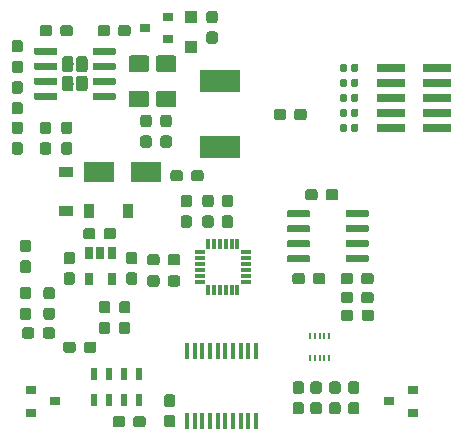
<source format=gbp>
G04 #@! TF.GenerationSoftware,KiCad,Pcbnew,(5.1.2)-1*
G04 #@! TF.CreationDate,2019-05-17T16:38:47+12:00*
G04 #@! TF.ProjectId,SimpleFCv2,53696d70-6c65-4464-9376-322e6b696361,rev?*
G04 #@! TF.SameCoordinates,Original*
G04 #@! TF.FileFunction,Paste,Bot*
G04 #@! TF.FilePolarity,Positive*
%FSLAX46Y46*%
G04 Gerber Fmt 4.6, Leading zero omitted, Abs format (unit mm)*
G04 Created by KiCad (PCBNEW (5.1.2)-1) date 2019-05-17 16:38:47*
%MOMM*%
%LPD*%
G04 APERTURE LIST*
%ADD10C,0.100000*%
%ADD11C,0.950000*%
%ADD12C,1.425000*%
%ADD13R,1.000000X1.000000*%
%ADD14R,0.900000X0.800000*%
%ADD15R,1.200000X0.900000*%
%ADD16R,0.900000X1.200000*%
%ADD17R,2.400000X0.740000*%
%ADD18R,3.400000X1.900000*%
%ADD19C,0.590000*%
%ADD20R,0.600000X1.100000*%
%ADD21R,0.225000X0.600000*%
%ADD22R,0.350000X0.850000*%
%ADD23R,0.850000X0.350000*%
%ADD24C,0.970000*%
%ADD25C,0.600000*%
%ADD26R,0.650000X1.060000*%
%ADD27R,0.450000X1.450000*%
%ADD28R,2.500000X1.800000*%
G04 APERTURE END LIST*
D10*
G36*
X137460779Y-103551144D02*
G01*
X137483834Y-103554563D01*
X137506443Y-103560227D01*
X137528387Y-103568079D01*
X137549457Y-103578044D01*
X137569448Y-103590026D01*
X137588168Y-103603910D01*
X137605438Y-103619562D01*
X137621090Y-103636832D01*
X137634974Y-103655552D01*
X137646956Y-103675543D01*
X137656921Y-103696613D01*
X137664773Y-103718557D01*
X137670437Y-103741166D01*
X137673856Y-103764221D01*
X137675000Y-103787500D01*
X137675000Y-104362500D01*
X137673856Y-104385779D01*
X137670437Y-104408834D01*
X137664773Y-104431443D01*
X137656921Y-104453387D01*
X137646956Y-104474457D01*
X137634974Y-104494448D01*
X137621090Y-104513168D01*
X137605438Y-104530438D01*
X137588168Y-104546090D01*
X137569448Y-104559974D01*
X137549457Y-104571956D01*
X137528387Y-104581921D01*
X137506443Y-104589773D01*
X137483834Y-104595437D01*
X137460779Y-104598856D01*
X137437500Y-104600000D01*
X136962500Y-104600000D01*
X136939221Y-104598856D01*
X136916166Y-104595437D01*
X136893557Y-104589773D01*
X136871613Y-104581921D01*
X136850543Y-104571956D01*
X136830552Y-104559974D01*
X136811832Y-104546090D01*
X136794562Y-104530438D01*
X136778910Y-104513168D01*
X136765026Y-104494448D01*
X136753044Y-104474457D01*
X136743079Y-104453387D01*
X136735227Y-104431443D01*
X136729563Y-104408834D01*
X136726144Y-104385779D01*
X136725000Y-104362500D01*
X136725000Y-103787500D01*
X136726144Y-103764221D01*
X136729563Y-103741166D01*
X136735227Y-103718557D01*
X136743079Y-103696613D01*
X136753044Y-103675543D01*
X136765026Y-103655552D01*
X136778910Y-103636832D01*
X136794562Y-103619562D01*
X136811832Y-103603910D01*
X136830552Y-103590026D01*
X136850543Y-103578044D01*
X136871613Y-103568079D01*
X136893557Y-103560227D01*
X136916166Y-103554563D01*
X136939221Y-103551144D01*
X136962500Y-103550000D01*
X137437500Y-103550000D01*
X137460779Y-103551144D01*
X137460779Y-103551144D01*
G37*
D11*
X137200000Y-104075000D03*
D10*
G36*
X137460779Y-101801144D02*
G01*
X137483834Y-101804563D01*
X137506443Y-101810227D01*
X137528387Y-101818079D01*
X137549457Y-101828044D01*
X137569448Y-101840026D01*
X137588168Y-101853910D01*
X137605438Y-101869562D01*
X137621090Y-101886832D01*
X137634974Y-101905552D01*
X137646956Y-101925543D01*
X137656921Y-101946613D01*
X137664773Y-101968557D01*
X137670437Y-101991166D01*
X137673856Y-102014221D01*
X137675000Y-102037500D01*
X137675000Y-102612500D01*
X137673856Y-102635779D01*
X137670437Y-102658834D01*
X137664773Y-102681443D01*
X137656921Y-102703387D01*
X137646956Y-102724457D01*
X137634974Y-102744448D01*
X137621090Y-102763168D01*
X137605438Y-102780438D01*
X137588168Y-102796090D01*
X137569448Y-102809974D01*
X137549457Y-102821956D01*
X137528387Y-102831921D01*
X137506443Y-102839773D01*
X137483834Y-102845437D01*
X137460779Y-102848856D01*
X137437500Y-102850000D01*
X136962500Y-102850000D01*
X136939221Y-102848856D01*
X136916166Y-102845437D01*
X136893557Y-102839773D01*
X136871613Y-102831921D01*
X136850543Y-102821956D01*
X136830552Y-102809974D01*
X136811832Y-102796090D01*
X136794562Y-102780438D01*
X136778910Y-102763168D01*
X136765026Y-102744448D01*
X136753044Y-102724457D01*
X136743079Y-102703387D01*
X136735227Y-102681443D01*
X136729563Y-102658834D01*
X136726144Y-102635779D01*
X136725000Y-102612500D01*
X136725000Y-102037500D01*
X136726144Y-102014221D01*
X136729563Y-101991166D01*
X136735227Y-101968557D01*
X136743079Y-101946613D01*
X136753044Y-101925543D01*
X136765026Y-101905552D01*
X136778910Y-101886832D01*
X136794562Y-101869562D01*
X136811832Y-101853910D01*
X136830552Y-101840026D01*
X136850543Y-101828044D01*
X136871613Y-101818079D01*
X136893557Y-101810227D01*
X136916166Y-101804563D01*
X136939221Y-101801144D01*
X136962500Y-101800000D01*
X137437500Y-101800000D01*
X137460779Y-101801144D01*
X137460779Y-101801144D01*
G37*
D11*
X137200000Y-102325000D03*
D10*
G36*
X139160779Y-101801144D02*
G01*
X139183834Y-101804563D01*
X139206443Y-101810227D01*
X139228387Y-101818079D01*
X139249457Y-101828044D01*
X139269448Y-101840026D01*
X139288168Y-101853910D01*
X139305438Y-101869562D01*
X139321090Y-101886832D01*
X139334974Y-101905552D01*
X139346956Y-101925543D01*
X139356921Y-101946613D01*
X139364773Y-101968557D01*
X139370437Y-101991166D01*
X139373856Y-102014221D01*
X139375000Y-102037500D01*
X139375000Y-102612500D01*
X139373856Y-102635779D01*
X139370437Y-102658834D01*
X139364773Y-102681443D01*
X139356921Y-102703387D01*
X139346956Y-102724457D01*
X139334974Y-102744448D01*
X139321090Y-102763168D01*
X139305438Y-102780438D01*
X139288168Y-102796090D01*
X139269448Y-102809974D01*
X139249457Y-102821956D01*
X139228387Y-102831921D01*
X139206443Y-102839773D01*
X139183834Y-102845437D01*
X139160779Y-102848856D01*
X139137500Y-102850000D01*
X138662500Y-102850000D01*
X138639221Y-102848856D01*
X138616166Y-102845437D01*
X138593557Y-102839773D01*
X138571613Y-102831921D01*
X138550543Y-102821956D01*
X138530552Y-102809974D01*
X138511832Y-102796090D01*
X138494562Y-102780438D01*
X138478910Y-102763168D01*
X138465026Y-102744448D01*
X138453044Y-102724457D01*
X138443079Y-102703387D01*
X138435227Y-102681443D01*
X138429563Y-102658834D01*
X138426144Y-102635779D01*
X138425000Y-102612500D01*
X138425000Y-102037500D01*
X138426144Y-102014221D01*
X138429563Y-101991166D01*
X138435227Y-101968557D01*
X138443079Y-101946613D01*
X138453044Y-101925543D01*
X138465026Y-101905552D01*
X138478910Y-101886832D01*
X138494562Y-101869562D01*
X138511832Y-101853910D01*
X138530552Y-101840026D01*
X138550543Y-101828044D01*
X138571613Y-101818079D01*
X138593557Y-101810227D01*
X138616166Y-101804563D01*
X138639221Y-101801144D01*
X138662500Y-101800000D01*
X139137500Y-101800000D01*
X139160779Y-101801144D01*
X139160779Y-101801144D01*
G37*
D11*
X138900000Y-102325000D03*
D10*
G36*
X139160779Y-103551144D02*
G01*
X139183834Y-103554563D01*
X139206443Y-103560227D01*
X139228387Y-103568079D01*
X139249457Y-103578044D01*
X139269448Y-103590026D01*
X139288168Y-103603910D01*
X139305438Y-103619562D01*
X139321090Y-103636832D01*
X139334974Y-103655552D01*
X139346956Y-103675543D01*
X139356921Y-103696613D01*
X139364773Y-103718557D01*
X139370437Y-103741166D01*
X139373856Y-103764221D01*
X139375000Y-103787500D01*
X139375000Y-104362500D01*
X139373856Y-104385779D01*
X139370437Y-104408834D01*
X139364773Y-104431443D01*
X139356921Y-104453387D01*
X139346956Y-104474457D01*
X139334974Y-104494448D01*
X139321090Y-104513168D01*
X139305438Y-104530438D01*
X139288168Y-104546090D01*
X139269448Y-104559974D01*
X139249457Y-104571956D01*
X139228387Y-104581921D01*
X139206443Y-104589773D01*
X139183834Y-104595437D01*
X139160779Y-104598856D01*
X139137500Y-104600000D01*
X138662500Y-104600000D01*
X138639221Y-104598856D01*
X138616166Y-104595437D01*
X138593557Y-104589773D01*
X138571613Y-104581921D01*
X138550543Y-104571956D01*
X138530552Y-104559974D01*
X138511832Y-104546090D01*
X138494562Y-104530438D01*
X138478910Y-104513168D01*
X138465026Y-104494448D01*
X138453044Y-104474457D01*
X138443079Y-104453387D01*
X138435227Y-104431443D01*
X138429563Y-104408834D01*
X138426144Y-104385779D01*
X138425000Y-104362500D01*
X138425000Y-103787500D01*
X138426144Y-103764221D01*
X138429563Y-103741166D01*
X138435227Y-103718557D01*
X138443079Y-103696613D01*
X138453044Y-103675543D01*
X138465026Y-103655552D01*
X138478910Y-103636832D01*
X138494562Y-103619562D01*
X138511832Y-103603910D01*
X138530552Y-103590026D01*
X138550543Y-103578044D01*
X138571613Y-103568079D01*
X138593557Y-103560227D01*
X138616166Y-103554563D01*
X138639221Y-103551144D01*
X138662500Y-103550000D01*
X139137500Y-103550000D01*
X139160779Y-103551144D01*
X139160779Y-103551144D01*
G37*
D11*
X138900000Y-104075000D03*
D10*
G36*
X158010779Y-101026144D02*
G01*
X158033834Y-101029563D01*
X158056443Y-101035227D01*
X158078387Y-101043079D01*
X158099457Y-101053044D01*
X158119448Y-101065026D01*
X158138168Y-101078910D01*
X158155438Y-101094562D01*
X158171090Y-101111832D01*
X158184974Y-101130552D01*
X158196956Y-101150543D01*
X158206921Y-101171613D01*
X158214773Y-101193557D01*
X158220437Y-101216166D01*
X158223856Y-101239221D01*
X158225000Y-101262500D01*
X158225000Y-101737500D01*
X158223856Y-101760779D01*
X158220437Y-101783834D01*
X158214773Y-101806443D01*
X158206921Y-101828387D01*
X158196956Y-101849457D01*
X158184974Y-101869448D01*
X158171090Y-101888168D01*
X158155438Y-101905438D01*
X158138168Y-101921090D01*
X158119448Y-101934974D01*
X158099457Y-101946956D01*
X158078387Y-101956921D01*
X158056443Y-101964773D01*
X158033834Y-101970437D01*
X158010779Y-101973856D01*
X157987500Y-101975000D01*
X157412500Y-101975000D01*
X157389221Y-101973856D01*
X157366166Y-101970437D01*
X157343557Y-101964773D01*
X157321613Y-101956921D01*
X157300543Y-101946956D01*
X157280552Y-101934974D01*
X157261832Y-101921090D01*
X157244562Y-101905438D01*
X157228910Y-101888168D01*
X157215026Y-101869448D01*
X157203044Y-101849457D01*
X157193079Y-101828387D01*
X157185227Y-101806443D01*
X157179563Y-101783834D01*
X157176144Y-101760779D01*
X157175000Y-101737500D01*
X157175000Y-101262500D01*
X157176144Y-101239221D01*
X157179563Y-101216166D01*
X157185227Y-101193557D01*
X157193079Y-101171613D01*
X157203044Y-101150543D01*
X157215026Y-101130552D01*
X157228910Y-101111832D01*
X157244562Y-101094562D01*
X157261832Y-101078910D01*
X157280552Y-101065026D01*
X157300543Y-101053044D01*
X157321613Y-101043079D01*
X157343557Y-101035227D01*
X157366166Y-101029563D01*
X157389221Y-101026144D01*
X157412500Y-101025000D01*
X157987500Y-101025000D01*
X158010779Y-101026144D01*
X158010779Y-101026144D01*
G37*
D11*
X157700000Y-101500000D03*
D10*
G36*
X159760779Y-101026144D02*
G01*
X159783834Y-101029563D01*
X159806443Y-101035227D01*
X159828387Y-101043079D01*
X159849457Y-101053044D01*
X159869448Y-101065026D01*
X159888168Y-101078910D01*
X159905438Y-101094562D01*
X159921090Y-101111832D01*
X159934974Y-101130552D01*
X159946956Y-101150543D01*
X159956921Y-101171613D01*
X159964773Y-101193557D01*
X159970437Y-101216166D01*
X159973856Y-101239221D01*
X159975000Y-101262500D01*
X159975000Y-101737500D01*
X159973856Y-101760779D01*
X159970437Y-101783834D01*
X159964773Y-101806443D01*
X159956921Y-101828387D01*
X159946956Y-101849457D01*
X159934974Y-101869448D01*
X159921090Y-101888168D01*
X159905438Y-101905438D01*
X159888168Y-101921090D01*
X159869448Y-101934974D01*
X159849457Y-101946956D01*
X159828387Y-101956921D01*
X159806443Y-101964773D01*
X159783834Y-101970437D01*
X159760779Y-101973856D01*
X159737500Y-101975000D01*
X159162500Y-101975000D01*
X159139221Y-101973856D01*
X159116166Y-101970437D01*
X159093557Y-101964773D01*
X159071613Y-101956921D01*
X159050543Y-101946956D01*
X159030552Y-101934974D01*
X159011832Y-101921090D01*
X158994562Y-101905438D01*
X158978910Y-101888168D01*
X158965026Y-101869448D01*
X158953044Y-101849457D01*
X158943079Y-101828387D01*
X158935227Y-101806443D01*
X158929563Y-101783834D01*
X158926144Y-101760779D01*
X158925000Y-101737500D01*
X158925000Y-101262500D01*
X158926144Y-101239221D01*
X158929563Y-101216166D01*
X158935227Y-101193557D01*
X158943079Y-101171613D01*
X158953044Y-101150543D01*
X158965026Y-101130552D01*
X158978910Y-101111832D01*
X158994562Y-101094562D01*
X159011832Y-101078910D01*
X159030552Y-101065026D01*
X159050543Y-101053044D01*
X159071613Y-101043079D01*
X159093557Y-101035227D01*
X159116166Y-101029563D01*
X159139221Y-101026144D01*
X159162500Y-101025000D01*
X159737500Y-101025000D01*
X159760779Y-101026144D01*
X159760779Y-101026144D01*
G37*
D11*
X159450000Y-101500000D03*
D10*
G36*
X140460779Y-111526144D02*
G01*
X140483834Y-111529563D01*
X140506443Y-111535227D01*
X140528387Y-111543079D01*
X140549457Y-111553044D01*
X140569448Y-111565026D01*
X140588168Y-111578910D01*
X140605438Y-111594562D01*
X140621090Y-111611832D01*
X140634974Y-111630552D01*
X140646956Y-111650543D01*
X140656921Y-111671613D01*
X140664773Y-111693557D01*
X140670437Y-111716166D01*
X140673856Y-111739221D01*
X140675000Y-111762500D01*
X140675000Y-112237500D01*
X140673856Y-112260779D01*
X140670437Y-112283834D01*
X140664773Y-112306443D01*
X140656921Y-112328387D01*
X140646956Y-112349457D01*
X140634974Y-112369448D01*
X140621090Y-112388168D01*
X140605438Y-112405438D01*
X140588168Y-112421090D01*
X140569448Y-112434974D01*
X140549457Y-112446956D01*
X140528387Y-112456921D01*
X140506443Y-112464773D01*
X140483834Y-112470437D01*
X140460779Y-112473856D01*
X140437500Y-112475000D01*
X139862500Y-112475000D01*
X139839221Y-112473856D01*
X139816166Y-112470437D01*
X139793557Y-112464773D01*
X139771613Y-112456921D01*
X139750543Y-112446956D01*
X139730552Y-112434974D01*
X139711832Y-112421090D01*
X139694562Y-112405438D01*
X139678910Y-112388168D01*
X139665026Y-112369448D01*
X139653044Y-112349457D01*
X139643079Y-112328387D01*
X139635227Y-112306443D01*
X139629563Y-112283834D01*
X139626144Y-112260779D01*
X139625000Y-112237500D01*
X139625000Y-111762500D01*
X139626144Y-111739221D01*
X139629563Y-111716166D01*
X139635227Y-111693557D01*
X139643079Y-111671613D01*
X139653044Y-111650543D01*
X139665026Y-111630552D01*
X139678910Y-111611832D01*
X139694562Y-111594562D01*
X139711832Y-111578910D01*
X139730552Y-111565026D01*
X139750543Y-111553044D01*
X139771613Y-111543079D01*
X139793557Y-111535227D01*
X139816166Y-111529563D01*
X139839221Y-111526144D01*
X139862500Y-111525000D01*
X140437500Y-111525000D01*
X140460779Y-111526144D01*
X140460779Y-111526144D01*
G37*
D11*
X140150000Y-112000000D03*
D10*
G36*
X138710779Y-111526144D02*
G01*
X138733834Y-111529563D01*
X138756443Y-111535227D01*
X138778387Y-111543079D01*
X138799457Y-111553044D01*
X138819448Y-111565026D01*
X138838168Y-111578910D01*
X138855438Y-111594562D01*
X138871090Y-111611832D01*
X138884974Y-111630552D01*
X138896956Y-111650543D01*
X138906921Y-111671613D01*
X138914773Y-111693557D01*
X138920437Y-111716166D01*
X138923856Y-111739221D01*
X138925000Y-111762500D01*
X138925000Y-112237500D01*
X138923856Y-112260779D01*
X138920437Y-112283834D01*
X138914773Y-112306443D01*
X138906921Y-112328387D01*
X138896956Y-112349457D01*
X138884974Y-112369448D01*
X138871090Y-112388168D01*
X138855438Y-112405438D01*
X138838168Y-112421090D01*
X138819448Y-112434974D01*
X138799457Y-112446956D01*
X138778387Y-112456921D01*
X138756443Y-112464773D01*
X138733834Y-112470437D01*
X138710779Y-112473856D01*
X138687500Y-112475000D01*
X138112500Y-112475000D01*
X138089221Y-112473856D01*
X138066166Y-112470437D01*
X138043557Y-112464773D01*
X138021613Y-112456921D01*
X138000543Y-112446956D01*
X137980552Y-112434974D01*
X137961832Y-112421090D01*
X137944562Y-112405438D01*
X137928910Y-112388168D01*
X137915026Y-112369448D01*
X137903044Y-112349457D01*
X137893079Y-112328387D01*
X137885227Y-112306443D01*
X137879563Y-112283834D01*
X137876144Y-112260779D01*
X137875000Y-112237500D01*
X137875000Y-111762500D01*
X137876144Y-111739221D01*
X137879563Y-111716166D01*
X137885227Y-111693557D01*
X137893079Y-111671613D01*
X137903044Y-111650543D01*
X137915026Y-111630552D01*
X137928910Y-111611832D01*
X137944562Y-111594562D01*
X137961832Y-111578910D01*
X137980552Y-111565026D01*
X138000543Y-111553044D01*
X138021613Y-111543079D01*
X138043557Y-111535227D01*
X138066166Y-111529563D01*
X138089221Y-111526144D01*
X138112500Y-111525000D01*
X138687500Y-111525000D01*
X138710779Y-111526144D01*
X138710779Y-111526144D01*
G37*
D11*
X138400000Y-112000000D03*
D10*
G36*
X155360779Y-110351144D02*
G01*
X155383834Y-110354563D01*
X155406443Y-110360227D01*
X155428387Y-110368079D01*
X155449457Y-110378044D01*
X155469448Y-110390026D01*
X155488168Y-110403910D01*
X155505438Y-110419562D01*
X155521090Y-110436832D01*
X155534974Y-110455552D01*
X155546956Y-110475543D01*
X155556921Y-110496613D01*
X155564773Y-110518557D01*
X155570437Y-110541166D01*
X155573856Y-110564221D01*
X155575000Y-110587500D01*
X155575000Y-111162500D01*
X155573856Y-111185779D01*
X155570437Y-111208834D01*
X155564773Y-111231443D01*
X155556921Y-111253387D01*
X155546956Y-111274457D01*
X155534974Y-111294448D01*
X155521090Y-111313168D01*
X155505438Y-111330438D01*
X155488168Y-111346090D01*
X155469448Y-111359974D01*
X155449457Y-111371956D01*
X155428387Y-111381921D01*
X155406443Y-111389773D01*
X155383834Y-111395437D01*
X155360779Y-111398856D01*
X155337500Y-111400000D01*
X154862500Y-111400000D01*
X154839221Y-111398856D01*
X154816166Y-111395437D01*
X154793557Y-111389773D01*
X154771613Y-111381921D01*
X154750543Y-111371956D01*
X154730552Y-111359974D01*
X154711832Y-111346090D01*
X154694562Y-111330438D01*
X154678910Y-111313168D01*
X154665026Y-111294448D01*
X154653044Y-111274457D01*
X154643079Y-111253387D01*
X154635227Y-111231443D01*
X154629563Y-111208834D01*
X154626144Y-111185779D01*
X154625000Y-111162500D01*
X154625000Y-110587500D01*
X154626144Y-110564221D01*
X154629563Y-110541166D01*
X154635227Y-110518557D01*
X154643079Y-110496613D01*
X154653044Y-110475543D01*
X154665026Y-110455552D01*
X154678910Y-110436832D01*
X154694562Y-110419562D01*
X154711832Y-110403910D01*
X154730552Y-110390026D01*
X154750543Y-110378044D01*
X154771613Y-110368079D01*
X154793557Y-110360227D01*
X154816166Y-110354563D01*
X154839221Y-110351144D01*
X154862500Y-110350000D01*
X155337500Y-110350000D01*
X155360779Y-110351144D01*
X155360779Y-110351144D01*
G37*
D11*
X155100000Y-110875000D03*
D10*
G36*
X155360779Y-108601144D02*
G01*
X155383834Y-108604563D01*
X155406443Y-108610227D01*
X155428387Y-108618079D01*
X155449457Y-108628044D01*
X155469448Y-108640026D01*
X155488168Y-108653910D01*
X155505438Y-108669562D01*
X155521090Y-108686832D01*
X155534974Y-108705552D01*
X155546956Y-108725543D01*
X155556921Y-108746613D01*
X155564773Y-108768557D01*
X155570437Y-108791166D01*
X155573856Y-108814221D01*
X155575000Y-108837500D01*
X155575000Y-109412500D01*
X155573856Y-109435779D01*
X155570437Y-109458834D01*
X155564773Y-109481443D01*
X155556921Y-109503387D01*
X155546956Y-109524457D01*
X155534974Y-109544448D01*
X155521090Y-109563168D01*
X155505438Y-109580438D01*
X155488168Y-109596090D01*
X155469448Y-109609974D01*
X155449457Y-109621956D01*
X155428387Y-109631921D01*
X155406443Y-109639773D01*
X155383834Y-109645437D01*
X155360779Y-109648856D01*
X155337500Y-109650000D01*
X154862500Y-109650000D01*
X154839221Y-109648856D01*
X154816166Y-109645437D01*
X154793557Y-109639773D01*
X154771613Y-109631921D01*
X154750543Y-109621956D01*
X154730552Y-109609974D01*
X154711832Y-109596090D01*
X154694562Y-109580438D01*
X154678910Y-109563168D01*
X154665026Y-109544448D01*
X154653044Y-109524457D01*
X154643079Y-109503387D01*
X154635227Y-109481443D01*
X154629563Y-109458834D01*
X154626144Y-109435779D01*
X154625000Y-109412500D01*
X154625000Y-108837500D01*
X154626144Y-108814221D01*
X154629563Y-108791166D01*
X154635227Y-108768557D01*
X154643079Y-108746613D01*
X154653044Y-108725543D01*
X154665026Y-108705552D01*
X154678910Y-108686832D01*
X154694562Y-108669562D01*
X154711832Y-108653910D01*
X154730552Y-108640026D01*
X154750543Y-108628044D01*
X154771613Y-108618079D01*
X154793557Y-108610227D01*
X154816166Y-108604563D01*
X154839221Y-108601144D01*
X154862500Y-108600000D01*
X155337500Y-108600000D01*
X155360779Y-108601144D01*
X155360779Y-108601144D01*
G37*
D11*
X155100000Y-109125000D03*
D10*
G36*
X156960779Y-110351144D02*
G01*
X156983834Y-110354563D01*
X157006443Y-110360227D01*
X157028387Y-110368079D01*
X157049457Y-110378044D01*
X157069448Y-110390026D01*
X157088168Y-110403910D01*
X157105438Y-110419562D01*
X157121090Y-110436832D01*
X157134974Y-110455552D01*
X157146956Y-110475543D01*
X157156921Y-110496613D01*
X157164773Y-110518557D01*
X157170437Y-110541166D01*
X157173856Y-110564221D01*
X157175000Y-110587500D01*
X157175000Y-111162500D01*
X157173856Y-111185779D01*
X157170437Y-111208834D01*
X157164773Y-111231443D01*
X157156921Y-111253387D01*
X157146956Y-111274457D01*
X157134974Y-111294448D01*
X157121090Y-111313168D01*
X157105438Y-111330438D01*
X157088168Y-111346090D01*
X157069448Y-111359974D01*
X157049457Y-111371956D01*
X157028387Y-111381921D01*
X157006443Y-111389773D01*
X156983834Y-111395437D01*
X156960779Y-111398856D01*
X156937500Y-111400000D01*
X156462500Y-111400000D01*
X156439221Y-111398856D01*
X156416166Y-111395437D01*
X156393557Y-111389773D01*
X156371613Y-111381921D01*
X156350543Y-111371956D01*
X156330552Y-111359974D01*
X156311832Y-111346090D01*
X156294562Y-111330438D01*
X156278910Y-111313168D01*
X156265026Y-111294448D01*
X156253044Y-111274457D01*
X156243079Y-111253387D01*
X156235227Y-111231443D01*
X156229563Y-111208834D01*
X156226144Y-111185779D01*
X156225000Y-111162500D01*
X156225000Y-110587500D01*
X156226144Y-110564221D01*
X156229563Y-110541166D01*
X156235227Y-110518557D01*
X156243079Y-110496613D01*
X156253044Y-110475543D01*
X156265026Y-110455552D01*
X156278910Y-110436832D01*
X156294562Y-110419562D01*
X156311832Y-110403910D01*
X156330552Y-110390026D01*
X156350543Y-110378044D01*
X156371613Y-110368079D01*
X156393557Y-110360227D01*
X156416166Y-110354563D01*
X156439221Y-110351144D01*
X156462500Y-110350000D01*
X156937500Y-110350000D01*
X156960779Y-110351144D01*
X156960779Y-110351144D01*
G37*
D11*
X156700000Y-110875000D03*
D10*
G36*
X156960779Y-108601144D02*
G01*
X156983834Y-108604563D01*
X157006443Y-108610227D01*
X157028387Y-108618079D01*
X157049457Y-108628044D01*
X157069448Y-108640026D01*
X157088168Y-108653910D01*
X157105438Y-108669562D01*
X157121090Y-108686832D01*
X157134974Y-108705552D01*
X157146956Y-108725543D01*
X157156921Y-108746613D01*
X157164773Y-108768557D01*
X157170437Y-108791166D01*
X157173856Y-108814221D01*
X157175000Y-108837500D01*
X157175000Y-109412500D01*
X157173856Y-109435779D01*
X157170437Y-109458834D01*
X157164773Y-109481443D01*
X157156921Y-109503387D01*
X157146956Y-109524457D01*
X157134974Y-109544448D01*
X157121090Y-109563168D01*
X157105438Y-109580438D01*
X157088168Y-109596090D01*
X157069448Y-109609974D01*
X157049457Y-109621956D01*
X157028387Y-109631921D01*
X157006443Y-109639773D01*
X156983834Y-109645437D01*
X156960779Y-109648856D01*
X156937500Y-109650000D01*
X156462500Y-109650000D01*
X156439221Y-109648856D01*
X156416166Y-109645437D01*
X156393557Y-109639773D01*
X156371613Y-109631921D01*
X156350543Y-109621956D01*
X156330552Y-109609974D01*
X156311832Y-109596090D01*
X156294562Y-109580438D01*
X156278910Y-109563168D01*
X156265026Y-109544448D01*
X156253044Y-109524457D01*
X156243079Y-109503387D01*
X156235227Y-109481443D01*
X156229563Y-109458834D01*
X156226144Y-109435779D01*
X156225000Y-109412500D01*
X156225000Y-108837500D01*
X156226144Y-108814221D01*
X156229563Y-108791166D01*
X156235227Y-108768557D01*
X156243079Y-108746613D01*
X156253044Y-108725543D01*
X156265026Y-108705552D01*
X156278910Y-108686832D01*
X156294562Y-108669562D01*
X156311832Y-108653910D01*
X156330552Y-108640026D01*
X156350543Y-108628044D01*
X156371613Y-108618079D01*
X156393557Y-108610227D01*
X156416166Y-108604563D01*
X156439221Y-108601144D01*
X156462500Y-108600000D01*
X156937500Y-108600000D01*
X156960779Y-108601144D01*
X156960779Y-108601144D01*
G37*
D11*
X156700000Y-109125000D03*
D10*
G36*
X158560779Y-108601144D02*
G01*
X158583834Y-108604563D01*
X158606443Y-108610227D01*
X158628387Y-108618079D01*
X158649457Y-108628044D01*
X158669448Y-108640026D01*
X158688168Y-108653910D01*
X158705438Y-108669562D01*
X158721090Y-108686832D01*
X158734974Y-108705552D01*
X158746956Y-108725543D01*
X158756921Y-108746613D01*
X158764773Y-108768557D01*
X158770437Y-108791166D01*
X158773856Y-108814221D01*
X158775000Y-108837500D01*
X158775000Y-109412500D01*
X158773856Y-109435779D01*
X158770437Y-109458834D01*
X158764773Y-109481443D01*
X158756921Y-109503387D01*
X158746956Y-109524457D01*
X158734974Y-109544448D01*
X158721090Y-109563168D01*
X158705438Y-109580438D01*
X158688168Y-109596090D01*
X158669448Y-109609974D01*
X158649457Y-109621956D01*
X158628387Y-109631921D01*
X158606443Y-109639773D01*
X158583834Y-109645437D01*
X158560779Y-109648856D01*
X158537500Y-109650000D01*
X158062500Y-109650000D01*
X158039221Y-109648856D01*
X158016166Y-109645437D01*
X157993557Y-109639773D01*
X157971613Y-109631921D01*
X157950543Y-109621956D01*
X157930552Y-109609974D01*
X157911832Y-109596090D01*
X157894562Y-109580438D01*
X157878910Y-109563168D01*
X157865026Y-109544448D01*
X157853044Y-109524457D01*
X157843079Y-109503387D01*
X157835227Y-109481443D01*
X157829563Y-109458834D01*
X157826144Y-109435779D01*
X157825000Y-109412500D01*
X157825000Y-108837500D01*
X157826144Y-108814221D01*
X157829563Y-108791166D01*
X157835227Y-108768557D01*
X157843079Y-108746613D01*
X157853044Y-108725543D01*
X157865026Y-108705552D01*
X157878910Y-108686832D01*
X157894562Y-108669562D01*
X157911832Y-108653910D01*
X157930552Y-108640026D01*
X157950543Y-108628044D01*
X157971613Y-108618079D01*
X157993557Y-108610227D01*
X158016166Y-108604563D01*
X158039221Y-108601144D01*
X158062500Y-108600000D01*
X158537500Y-108600000D01*
X158560779Y-108601144D01*
X158560779Y-108601144D01*
G37*
D11*
X158300000Y-109125000D03*
D10*
G36*
X158560779Y-110351144D02*
G01*
X158583834Y-110354563D01*
X158606443Y-110360227D01*
X158628387Y-110368079D01*
X158649457Y-110378044D01*
X158669448Y-110390026D01*
X158688168Y-110403910D01*
X158705438Y-110419562D01*
X158721090Y-110436832D01*
X158734974Y-110455552D01*
X158746956Y-110475543D01*
X158756921Y-110496613D01*
X158764773Y-110518557D01*
X158770437Y-110541166D01*
X158773856Y-110564221D01*
X158775000Y-110587500D01*
X158775000Y-111162500D01*
X158773856Y-111185779D01*
X158770437Y-111208834D01*
X158764773Y-111231443D01*
X158756921Y-111253387D01*
X158746956Y-111274457D01*
X158734974Y-111294448D01*
X158721090Y-111313168D01*
X158705438Y-111330438D01*
X158688168Y-111346090D01*
X158669448Y-111359974D01*
X158649457Y-111371956D01*
X158628387Y-111381921D01*
X158606443Y-111389773D01*
X158583834Y-111395437D01*
X158560779Y-111398856D01*
X158537500Y-111400000D01*
X158062500Y-111400000D01*
X158039221Y-111398856D01*
X158016166Y-111395437D01*
X157993557Y-111389773D01*
X157971613Y-111381921D01*
X157950543Y-111371956D01*
X157930552Y-111359974D01*
X157911832Y-111346090D01*
X157894562Y-111330438D01*
X157878910Y-111313168D01*
X157865026Y-111294448D01*
X157853044Y-111274457D01*
X157843079Y-111253387D01*
X157835227Y-111231443D01*
X157829563Y-111208834D01*
X157826144Y-111185779D01*
X157825000Y-111162500D01*
X157825000Y-110587500D01*
X157826144Y-110564221D01*
X157829563Y-110541166D01*
X157835227Y-110518557D01*
X157843079Y-110496613D01*
X157853044Y-110475543D01*
X157865026Y-110455552D01*
X157878910Y-110436832D01*
X157894562Y-110419562D01*
X157911832Y-110403910D01*
X157930552Y-110390026D01*
X157950543Y-110378044D01*
X157971613Y-110368079D01*
X157993557Y-110360227D01*
X158016166Y-110354563D01*
X158039221Y-110351144D01*
X158062500Y-110350000D01*
X158537500Y-110350000D01*
X158560779Y-110351144D01*
X158560779Y-110351144D01*
G37*
D11*
X158300000Y-110875000D03*
D10*
G36*
X153860779Y-110351144D02*
G01*
X153883834Y-110354563D01*
X153906443Y-110360227D01*
X153928387Y-110368079D01*
X153949457Y-110378044D01*
X153969448Y-110390026D01*
X153988168Y-110403910D01*
X154005438Y-110419562D01*
X154021090Y-110436832D01*
X154034974Y-110455552D01*
X154046956Y-110475543D01*
X154056921Y-110496613D01*
X154064773Y-110518557D01*
X154070437Y-110541166D01*
X154073856Y-110564221D01*
X154075000Y-110587500D01*
X154075000Y-111162500D01*
X154073856Y-111185779D01*
X154070437Y-111208834D01*
X154064773Y-111231443D01*
X154056921Y-111253387D01*
X154046956Y-111274457D01*
X154034974Y-111294448D01*
X154021090Y-111313168D01*
X154005438Y-111330438D01*
X153988168Y-111346090D01*
X153969448Y-111359974D01*
X153949457Y-111371956D01*
X153928387Y-111381921D01*
X153906443Y-111389773D01*
X153883834Y-111395437D01*
X153860779Y-111398856D01*
X153837500Y-111400000D01*
X153362500Y-111400000D01*
X153339221Y-111398856D01*
X153316166Y-111395437D01*
X153293557Y-111389773D01*
X153271613Y-111381921D01*
X153250543Y-111371956D01*
X153230552Y-111359974D01*
X153211832Y-111346090D01*
X153194562Y-111330438D01*
X153178910Y-111313168D01*
X153165026Y-111294448D01*
X153153044Y-111274457D01*
X153143079Y-111253387D01*
X153135227Y-111231443D01*
X153129563Y-111208834D01*
X153126144Y-111185779D01*
X153125000Y-111162500D01*
X153125000Y-110587500D01*
X153126144Y-110564221D01*
X153129563Y-110541166D01*
X153135227Y-110518557D01*
X153143079Y-110496613D01*
X153153044Y-110475543D01*
X153165026Y-110455552D01*
X153178910Y-110436832D01*
X153194562Y-110419562D01*
X153211832Y-110403910D01*
X153230552Y-110390026D01*
X153250543Y-110378044D01*
X153271613Y-110368079D01*
X153293557Y-110360227D01*
X153316166Y-110354563D01*
X153339221Y-110351144D01*
X153362500Y-110350000D01*
X153837500Y-110350000D01*
X153860779Y-110351144D01*
X153860779Y-110351144D01*
G37*
D11*
X153600000Y-110875000D03*
D10*
G36*
X153860779Y-108601144D02*
G01*
X153883834Y-108604563D01*
X153906443Y-108610227D01*
X153928387Y-108618079D01*
X153949457Y-108628044D01*
X153969448Y-108640026D01*
X153988168Y-108653910D01*
X154005438Y-108669562D01*
X154021090Y-108686832D01*
X154034974Y-108705552D01*
X154046956Y-108725543D01*
X154056921Y-108746613D01*
X154064773Y-108768557D01*
X154070437Y-108791166D01*
X154073856Y-108814221D01*
X154075000Y-108837500D01*
X154075000Y-109412500D01*
X154073856Y-109435779D01*
X154070437Y-109458834D01*
X154064773Y-109481443D01*
X154056921Y-109503387D01*
X154046956Y-109524457D01*
X154034974Y-109544448D01*
X154021090Y-109563168D01*
X154005438Y-109580438D01*
X153988168Y-109596090D01*
X153969448Y-109609974D01*
X153949457Y-109621956D01*
X153928387Y-109631921D01*
X153906443Y-109639773D01*
X153883834Y-109645437D01*
X153860779Y-109648856D01*
X153837500Y-109650000D01*
X153362500Y-109650000D01*
X153339221Y-109648856D01*
X153316166Y-109645437D01*
X153293557Y-109639773D01*
X153271613Y-109631921D01*
X153250543Y-109621956D01*
X153230552Y-109609974D01*
X153211832Y-109596090D01*
X153194562Y-109580438D01*
X153178910Y-109563168D01*
X153165026Y-109544448D01*
X153153044Y-109524457D01*
X153143079Y-109503387D01*
X153135227Y-109481443D01*
X153129563Y-109458834D01*
X153126144Y-109435779D01*
X153125000Y-109412500D01*
X153125000Y-108837500D01*
X153126144Y-108814221D01*
X153129563Y-108791166D01*
X153135227Y-108768557D01*
X153143079Y-108746613D01*
X153153044Y-108725543D01*
X153165026Y-108705552D01*
X153178910Y-108686832D01*
X153194562Y-108669562D01*
X153211832Y-108653910D01*
X153230552Y-108640026D01*
X153250543Y-108628044D01*
X153271613Y-108618079D01*
X153293557Y-108610227D01*
X153316166Y-108604563D01*
X153339221Y-108601144D01*
X153362500Y-108600000D01*
X153837500Y-108600000D01*
X153860779Y-108601144D01*
X153860779Y-108601144D01*
G37*
D11*
X153600000Y-109125000D03*
D10*
G36*
X141635779Y-97826144D02*
G01*
X141658834Y-97829563D01*
X141681443Y-97835227D01*
X141703387Y-97843079D01*
X141724457Y-97853044D01*
X141744448Y-97865026D01*
X141763168Y-97878910D01*
X141780438Y-97894562D01*
X141796090Y-97911832D01*
X141809974Y-97930552D01*
X141821956Y-97950543D01*
X141831921Y-97971613D01*
X141839773Y-97993557D01*
X141845437Y-98016166D01*
X141848856Y-98039221D01*
X141850000Y-98062500D01*
X141850000Y-98537500D01*
X141848856Y-98560779D01*
X141845437Y-98583834D01*
X141839773Y-98606443D01*
X141831921Y-98628387D01*
X141821956Y-98649457D01*
X141809974Y-98669448D01*
X141796090Y-98688168D01*
X141780438Y-98705438D01*
X141763168Y-98721090D01*
X141744448Y-98734974D01*
X141724457Y-98746956D01*
X141703387Y-98756921D01*
X141681443Y-98764773D01*
X141658834Y-98770437D01*
X141635779Y-98773856D01*
X141612500Y-98775000D01*
X141037500Y-98775000D01*
X141014221Y-98773856D01*
X140991166Y-98770437D01*
X140968557Y-98764773D01*
X140946613Y-98756921D01*
X140925543Y-98746956D01*
X140905552Y-98734974D01*
X140886832Y-98721090D01*
X140869562Y-98705438D01*
X140853910Y-98688168D01*
X140840026Y-98669448D01*
X140828044Y-98649457D01*
X140818079Y-98628387D01*
X140810227Y-98606443D01*
X140804563Y-98583834D01*
X140801144Y-98560779D01*
X140800000Y-98537500D01*
X140800000Y-98062500D01*
X140801144Y-98039221D01*
X140804563Y-98016166D01*
X140810227Y-97993557D01*
X140818079Y-97971613D01*
X140828044Y-97950543D01*
X140840026Y-97930552D01*
X140853910Y-97911832D01*
X140869562Y-97894562D01*
X140886832Y-97878910D01*
X140905552Y-97865026D01*
X140925543Y-97853044D01*
X140946613Y-97843079D01*
X140968557Y-97835227D01*
X140991166Y-97829563D01*
X141014221Y-97826144D01*
X141037500Y-97825000D01*
X141612500Y-97825000D01*
X141635779Y-97826144D01*
X141635779Y-97826144D01*
G37*
D11*
X141325000Y-98300000D03*
D10*
G36*
X143385779Y-97826144D02*
G01*
X143408834Y-97829563D01*
X143431443Y-97835227D01*
X143453387Y-97843079D01*
X143474457Y-97853044D01*
X143494448Y-97865026D01*
X143513168Y-97878910D01*
X143530438Y-97894562D01*
X143546090Y-97911832D01*
X143559974Y-97930552D01*
X143571956Y-97950543D01*
X143581921Y-97971613D01*
X143589773Y-97993557D01*
X143595437Y-98016166D01*
X143598856Y-98039221D01*
X143600000Y-98062500D01*
X143600000Y-98537500D01*
X143598856Y-98560779D01*
X143595437Y-98583834D01*
X143589773Y-98606443D01*
X143581921Y-98628387D01*
X143571956Y-98649457D01*
X143559974Y-98669448D01*
X143546090Y-98688168D01*
X143530438Y-98705438D01*
X143513168Y-98721090D01*
X143494448Y-98734974D01*
X143474457Y-98746956D01*
X143453387Y-98756921D01*
X143431443Y-98764773D01*
X143408834Y-98770437D01*
X143385779Y-98773856D01*
X143362500Y-98775000D01*
X142787500Y-98775000D01*
X142764221Y-98773856D01*
X142741166Y-98770437D01*
X142718557Y-98764773D01*
X142696613Y-98756921D01*
X142675543Y-98746956D01*
X142655552Y-98734974D01*
X142636832Y-98721090D01*
X142619562Y-98705438D01*
X142603910Y-98688168D01*
X142590026Y-98669448D01*
X142578044Y-98649457D01*
X142568079Y-98628387D01*
X142560227Y-98606443D01*
X142554563Y-98583834D01*
X142551144Y-98560779D01*
X142550000Y-98537500D01*
X142550000Y-98062500D01*
X142551144Y-98039221D01*
X142554563Y-98016166D01*
X142560227Y-97993557D01*
X142568079Y-97971613D01*
X142578044Y-97950543D01*
X142590026Y-97930552D01*
X142603910Y-97911832D01*
X142619562Y-97894562D01*
X142636832Y-97878910D01*
X142655552Y-97865026D01*
X142675543Y-97853044D01*
X142696613Y-97843079D01*
X142718557Y-97835227D01*
X142741166Y-97829563D01*
X142764221Y-97826144D01*
X142787500Y-97825000D01*
X143362500Y-97825000D01*
X143385779Y-97826144D01*
X143385779Y-97826144D01*
G37*
D11*
X143075000Y-98300000D03*
D10*
G36*
X143385779Y-99626144D02*
G01*
X143408834Y-99629563D01*
X143431443Y-99635227D01*
X143453387Y-99643079D01*
X143474457Y-99653044D01*
X143494448Y-99665026D01*
X143513168Y-99678910D01*
X143530438Y-99694562D01*
X143546090Y-99711832D01*
X143559974Y-99730552D01*
X143571956Y-99750543D01*
X143581921Y-99771613D01*
X143589773Y-99793557D01*
X143595437Y-99816166D01*
X143598856Y-99839221D01*
X143600000Y-99862500D01*
X143600000Y-100337500D01*
X143598856Y-100360779D01*
X143595437Y-100383834D01*
X143589773Y-100406443D01*
X143581921Y-100428387D01*
X143571956Y-100449457D01*
X143559974Y-100469448D01*
X143546090Y-100488168D01*
X143530438Y-100505438D01*
X143513168Y-100521090D01*
X143494448Y-100534974D01*
X143474457Y-100546956D01*
X143453387Y-100556921D01*
X143431443Y-100564773D01*
X143408834Y-100570437D01*
X143385779Y-100573856D01*
X143362500Y-100575000D01*
X142787500Y-100575000D01*
X142764221Y-100573856D01*
X142741166Y-100570437D01*
X142718557Y-100564773D01*
X142696613Y-100556921D01*
X142675543Y-100546956D01*
X142655552Y-100534974D01*
X142636832Y-100521090D01*
X142619562Y-100505438D01*
X142603910Y-100488168D01*
X142590026Y-100469448D01*
X142578044Y-100449457D01*
X142568079Y-100428387D01*
X142560227Y-100406443D01*
X142554563Y-100383834D01*
X142551144Y-100360779D01*
X142550000Y-100337500D01*
X142550000Y-99862500D01*
X142551144Y-99839221D01*
X142554563Y-99816166D01*
X142560227Y-99793557D01*
X142568079Y-99771613D01*
X142578044Y-99750543D01*
X142590026Y-99730552D01*
X142603910Y-99711832D01*
X142619562Y-99694562D01*
X142636832Y-99678910D01*
X142655552Y-99665026D01*
X142675543Y-99653044D01*
X142696613Y-99643079D01*
X142718557Y-99635227D01*
X142741166Y-99629563D01*
X142764221Y-99626144D01*
X142787500Y-99625000D01*
X143362500Y-99625000D01*
X143385779Y-99626144D01*
X143385779Y-99626144D01*
G37*
D11*
X143075000Y-100100000D03*
D10*
G36*
X141635779Y-99626144D02*
G01*
X141658834Y-99629563D01*
X141681443Y-99635227D01*
X141703387Y-99643079D01*
X141724457Y-99653044D01*
X141744448Y-99665026D01*
X141763168Y-99678910D01*
X141780438Y-99694562D01*
X141796090Y-99711832D01*
X141809974Y-99730552D01*
X141821956Y-99750543D01*
X141831921Y-99771613D01*
X141839773Y-99793557D01*
X141845437Y-99816166D01*
X141848856Y-99839221D01*
X141850000Y-99862500D01*
X141850000Y-100337500D01*
X141848856Y-100360779D01*
X141845437Y-100383834D01*
X141839773Y-100406443D01*
X141831921Y-100428387D01*
X141821956Y-100449457D01*
X141809974Y-100469448D01*
X141796090Y-100488168D01*
X141780438Y-100505438D01*
X141763168Y-100521090D01*
X141744448Y-100534974D01*
X141724457Y-100546956D01*
X141703387Y-100556921D01*
X141681443Y-100564773D01*
X141658834Y-100570437D01*
X141635779Y-100573856D01*
X141612500Y-100575000D01*
X141037500Y-100575000D01*
X141014221Y-100573856D01*
X140991166Y-100570437D01*
X140968557Y-100564773D01*
X140946613Y-100556921D01*
X140925543Y-100546956D01*
X140905552Y-100534974D01*
X140886832Y-100521090D01*
X140869562Y-100505438D01*
X140853910Y-100488168D01*
X140840026Y-100469448D01*
X140828044Y-100449457D01*
X140818079Y-100428387D01*
X140810227Y-100406443D01*
X140804563Y-100383834D01*
X140801144Y-100360779D01*
X140800000Y-100337500D01*
X140800000Y-99862500D01*
X140801144Y-99839221D01*
X140804563Y-99816166D01*
X140810227Y-99793557D01*
X140818079Y-99771613D01*
X140828044Y-99750543D01*
X140840026Y-99730552D01*
X140853910Y-99711832D01*
X140869562Y-99694562D01*
X140886832Y-99678910D01*
X140905552Y-99665026D01*
X140925543Y-99653044D01*
X140946613Y-99643079D01*
X140968557Y-99635227D01*
X140991166Y-99629563D01*
X141014221Y-99626144D01*
X141037500Y-99625000D01*
X141612500Y-99625000D01*
X141635779Y-99626144D01*
X141635779Y-99626144D01*
G37*
D11*
X141325000Y-100100000D03*
D10*
G36*
X147860779Y-94551144D02*
G01*
X147883834Y-94554563D01*
X147906443Y-94560227D01*
X147928387Y-94568079D01*
X147949457Y-94578044D01*
X147969448Y-94590026D01*
X147988168Y-94603910D01*
X148005438Y-94619562D01*
X148021090Y-94636832D01*
X148034974Y-94655552D01*
X148046956Y-94675543D01*
X148056921Y-94696613D01*
X148064773Y-94718557D01*
X148070437Y-94741166D01*
X148073856Y-94764221D01*
X148075000Y-94787500D01*
X148075000Y-95362500D01*
X148073856Y-95385779D01*
X148070437Y-95408834D01*
X148064773Y-95431443D01*
X148056921Y-95453387D01*
X148046956Y-95474457D01*
X148034974Y-95494448D01*
X148021090Y-95513168D01*
X148005438Y-95530438D01*
X147988168Y-95546090D01*
X147969448Y-95559974D01*
X147949457Y-95571956D01*
X147928387Y-95581921D01*
X147906443Y-95589773D01*
X147883834Y-95595437D01*
X147860779Y-95598856D01*
X147837500Y-95600000D01*
X147362500Y-95600000D01*
X147339221Y-95598856D01*
X147316166Y-95595437D01*
X147293557Y-95589773D01*
X147271613Y-95581921D01*
X147250543Y-95571956D01*
X147230552Y-95559974D01*
X147211832Y-95546090D01*
X147194562Y-95530438D01*
X147178910Y-95513168D01*
X147165026Y-95494448D01*
X147153044Y-95474457D01*
X147143079Y-95453387D01*
X147135227Y-95431443D01*
X147129563Y-95408834D01*
X147126144Y-95385779D01*
X147125000Y-95362500D01*
X147125000Y-94787500D01*
X147126144Y-94764221D01*
X147129563Y-94741166D01*
X147135227Y-94718557D01*
X147143079Y-94696613D01*
X147153044Y-94675543D01*
X147165026Y-94655552D01*
X147178910Y-94636832D01*
X147194562Y-94619562D01*
X147211832Y-94603910D01*
X147230552Y-94590026D01*
X147250543Y-94578044D01*
X147271613Y-94568079D01*
X147293557Y-94560227D01*
X147316166Y-94554563D01*
X147339221Y-94551144D01*
X147362500Y-94550000D01*
X147837500Y-94550000D01*
X147860779Y-94551144D01*
X147860779Y-94551144D01*
G37*
D11*
X147600000Y-95075000D03*
D10*
G36*
X147860779Y-92801144D02*
G01*
X147883834Y-92804563D01*
X147906443Y-92810227D01*
X147928387Y-92818079D01*
X147949457Y-92828044D01*
X147969448Y-92840026D01*
X147988168Y-92853910D01*
X148005438Y-92869562D01*
X148021090Y-92886832D01*
X148034974Y-92905552D01*
X148046956Y-92925543D01*
X148056921Y-92946613D01*
X148064773Y-92968557D01*
X148070437Y-92991166D01*
X148073856Y-93014221D01*
X148075000Y-93037500D01*
X148075000Y-93612500D01*
X148073856Y-93635779D01*
X148070437Y-93658834D01*
X148064773Y-93681443D01*
X148056921Y-93703387D01*
X148046956Y-93724457D01*
X148034974Y-93744448D01*
X148021090Y-93763168D01*
X148005438Y-93780438D01*
X147988168Y-93796090D01*
X147969448Y-93809974D01*
X147949457Y-93821956D01*
X147928387Y-93831921D01*
X147906443Y-93839773D01*
X147883834Y-93845437D01*
X147860779Y-93848856D01*
X147837500Y-93850000D01*
X147362500Y-93850000D01*
X147339221Y-93848856D01*
X147316166Y-93845437D01*
X147293557Y-93839773D01*
X147271613Y-93831921D01*
X147250543Y-93821956D01*
X147230552Y-93809974D01*
X147211832Y-93796090D01*
X147194562Y-93780438D01*
X147178910Y-93763168D01*
X147165026Y-93744448D01*
X147153044Y-93724457D01*
X147143079Y-93703387D01*
X147135227Y-93681443D01*
X147129563Y-93658834D01*
X147126144Y-93635779D01*
X147125000Y-93612500D01*
X147125000Y-93037500D01*
X147126144Y-93014221D01*
X147129563Y-92991166D01*
X147135227Y-92968557D01*
X147143079Y-92946613D01*
X147153044Y-92925543D01*
X147165026Y-92905552D01*
X147178910Y-92886832D01*
X147194562Y-92869562D01*
X147211832Y-92853910D01*
X147230552Y-92840026D01*
X147250543Y-92828044D01*
X147271613Y-92818079D01*
X147293557Y-92810227D01*
X147316166Y-92804563D01*
X147339221Y-92801144D01*
X147362500Y-92800000D01*
X147837500Y-92800000D01*
X147860779Y-92801144D01*
X147860779Y-92801144D01*
G37*
D11*
X147600000Y-93325000D03*
D10*
G36*
X146210779Y-94551144D02*
G01*
X146233834Y-94554563D01*
X146256443Y-94560227D01*
X146278387Y-94568079D01*
X146299457Y-94578044D01*
X146319448Y-94590026D01*
X146338168Y-94603910D01*
X146355438Y-94619562D01*
X146371090Y-94636832D01*
X146384974Y-94655552D01*
X146396956Y-94675543D01*
X146406921Y-94696613D01*
X146414773Y-94718557D01*
X146420437Y-94741166D01*
X146423856Y-94764221D01*
X146425000Y-94787500D01*
X146425000Y-95362500D01*
X146423856Y-95385779D01*
X146420437Y-95408834D01*
X146414773Y-95431443D01*
X146406921Y-95453387D01*
X146396956Y-95474457D01*
X146384974Y-95494448D01*
X146371090Y-95513168D01*
X146355438Y-95530438D01*
X146338168Y-95546090D01*
X146319448Y-95559974D01*
X146299457Y-95571956D01*
X146278387Y-95581921D01*
X146256443Y-95589773D01*
X146233834Y-95595437D01*
X146210779Y-95598856D01*
X146187500Y-95600000D01*
X145712500Y-95600000D01*
X145689221Y-95598856D01*
X145666166Y-95595437D01*
X145643557Y-95589773D01*
X145621613Y-95581921D01*
X145600543Y-95571956D01*
X145580552Y-95559974D01*
X145561832Y-95546090D01*
X145544562Y-95530438D01*
X145528910Y-95513168D01*
X145515026Y-95494448D01*
X145503044Y-95474457D01*
X145493079Y-95453387D01*
X145485227Y-95431443D01*
X145479563Y-95408834D01*
X145476144Y-95385779D01*
X145475000Y-95362500D01*
X145475000Y-94787500D01*
X145476144Y-94764221D01*
X145479563Y-94741166D01*
X145485227Y-94718557D01*
X145493079Y-94696613D01*
X145503044Y-94675543D01*
X145515026Y-94655552D01*
X145528910Y-94636832D01*
X145544562Y-94619562D01*
X145561832Y-94603910D01*
X145580552Y-94590026D01*
X145600543Y-94578044D01*
X145621613Y-94568079D01*
X145643557Y-94560227D01*
X145666166Y-94554563D01*
X145689221Y-94551144D01*
X145712500Y-94550000D01*
X146187500Y-94550000D01*
X146210779Y-94551144D01*
X146210779Y-94551144D01*
G37*
D11*
X145950000Y-95075000D03*
D10*
G36*
X146210779Y-92801144D02*
G01*
X146233834Y-92804563D01*
X146256443Y-92810227D01*
X146278387Y-92818079D01*
X146299457Y-92828044D01*
X146319448Y-92840026D01*
X146338168Y-92853910D01*
X146355438Y-92869562D01*
X146371090Y-92886832D01*
X146384974Y-92905552D01*
X146396956Y-92925543D01*
X146406921Y-92946613D01*
X146414773Y-92968557D01*
X146420437Y-92991166D01*
X146423856Y-93014221D01*
X146425000Y-93037500D01*
X146425000Y-93612500D01*
X146423856Y-93635779D01*
X146420437Y-93658834D01*
X146414773Y-93681443D01*
X146406921Y-93703387D01*
X146396956Y-93724457D01*
X146384974Y-93744448D01*
X146371090Y-93763168D01*
X146355438Y-93780438D01*
X146338168Y-93796090D01*
X146319448Y-93809974D01*
X146299457Y-93821956D01*
X146278387Y-93831921D01*
X146256443Y-93839773D01*
X146233834Y-93845437D01*
X146210779Y-93848856D01*
X146187500Y-93850000D01*
X145712500Y-93850000D01*
X145689221Y-93848856D01*
X145666166Y-93845437D01*
X145643557Y-93839773D01*
X145621613Y-93831921D01*
X145600543Y-93821956D01*
X145580552Y-93809974D01*
X145561832Y-93796090D01*
X145544562Y-93780438D01*
X145528910Y-93763168D01*
X145515026Y-93744448D01*
X145503044Y-93724457D01*
X145493079Y-93703387D01*
X145485227Y-93681443D01*
X145479563Y-93658834D01*
X145476144Y-93635779D01*
X145475000Y-93612500D01*
X145475000Y-93037500D01*
X145476144Y-93014221D01*
X145479563Y-92991166D01*
X145485227Y-92968557D01*
X145493079Y-92946613D01*
X145503044Y-92925543D01*
X145515026Y-92905552D01*
X145528910Y-92886832D01*
X145544562Y-92869562D01*
X145561832Y-92853910D01*
X145580552Y-92840026D01*
X145600543Y-92828044D01*
X145621613Y-92818079D01*
X145643557Y-92810227D01*
X145666166Y-92804563D01*
X145689221Y-92801144D01*
X145712500Y-92800000D01*
X146187500Y-92800000D01*
X146210779Y-92801144D01*
X146210779Y-92801144D01*
G37*
D11*
X145950000Y-93325000D03*
D10*
G36*
X139185779Y-78426144D02*
G01*
X139208834Y-78429563D01*
X139231443Y-78435227D01*
X139253387Y-78443079D01*
X139274457Y-78453044D01*
X139294448Y-78465026D01*
X139313168Y-78478910D01*
X139330438Y-78494562D01*
X139346090Y-78511832D01*
X139359974Y-78530552D01*
X139371956Y-78550543D01*
X139381921Y-78571613D01*
X139389773Y-78593557D01*
X139395437Y-78616166D01*
X139398856Y-78639221D01*
X139400000Y-78662500D01*
X139400000Y-79137500D01*
X139398856Y-79160779D01*
X139395437Y-79183834D01*
X139389773Y-79206443D01*
X139381921Y-79228387D01*
X139371956Y-79249457D01*
X139359974Y-79269448D01*
X139346090Y-79288168D01*
X139330438Y-79305438D01*
X139313168Y-79321090D01*
X139294448Y-79334974D01*
X139274457Y-79346956D01*
X139253387Y-79356921D01*
X139231443Y-79364773D01*
X139208834Y-79370437D01*
X139185779Y-79373856D01*
X139162500Y-79375000D01*
X138587500Y-79375000D01*
X138564221Y-79373856D01*
X138541166Y-79370437D01*
X138518557Y-79364773D01*
X138496613Y-79356921D01*
X138475543Y-79346956D01*
X138455552Y-79334974D01*
X138436832Y-79321090D01*
X138419562Y-79305438D01*
X138403910Y-79288168D01*
X138390026Y-79269448D01*
X138378044Y-79249457D01*
X138368079Y-79228387D01*
X138360227Y-79206443D01*
X138354563Y-79183834D01*
X138351144Y-79160779D01*
X138350000Y-79137500D01*
X138350000Y-78662500D01*
X138351144Y-78639221D01*
X138354563Y-78616166D01*
X138360227Y-78593557D01*
X138368079Y-78571613D01*
X138378044Y-78550543D01*
X138390026Y-78530552D01*
X138403910Y-78511832D01*
X138419562Y-78494562D01*
X138436832Y-78478910D01*
X138455552Y-78465026D01*
X138475543Y-78453044D01*
X138496613Y-78443079D01*
X138518557Y-78435227D01*
X138541166Y-78429563D01*
X138564221Y-78426144D01*
X138587500Y-78425000D01*
X139162500Y-78425000D01*
X139185779Y-78426144D01*
X139185779Y-78426144D01*
G37*
D11*
X138875000Y-78900000D03*
D10*
G36*
X137435779Y-78426144D02*
G01*
X137458834Y-78429563D01*
X137481443Y-78435227D01*
X137503387Y-78443079D01*
X137524457Y-78453044D01*
X137544448Y-78465026D01*
X137563168Y-78478910D01*
X137580438Y-78494562D01*
X137596090Y-78511832D01*
X137609974Y-78530552D01*
X137621956Y-78550543D01*
X137631921Y-78571613D01*
X137639773Y-78593557D01*
X137645437Y-78616166D01*
X137648856Y-78639221D01*
X137650000Y-78662500D01*
X137650000Y-79137500D01*
X137648856Y-79160779D01*
X137645437Y-79183834D01*
X137639773Y-79206443D01*
X137631921Y-79228387D01*
X137621956Y-79249457D01*
X137609974Y-79269448D01*
X137596090Y-79288168D01*
X137580438Y-79305438D01*
X137563168Y-79321090D01*
X137544448Y-79334974D01*
X137524457Y-79346956D01*
X137503387Y-79356921D01*
X137481443Y-79364773D01*
X137458834Y-79370437D01*
X137435779Y-79373856D01*
X137412500Y-79375000D01*
X136837500Y-79375000D01*
X136814221Y-79373856D01*
X136791166Y-79370437D01*
X136768557Y-79364773D01*
X136746613Y-79356921D01*
X136725543Y-79346956D01*
X136705552Y-79334974D01*
X136686832Y-79321090D01*
X136669562Y-79305438D01*
X136653910Y-79288168D01*
X136640026Y-79269448D01*
X136628044Y-79249457D01*
X136618079Y-79228387D01*
X136610227Y-79206443D01*
X136604563Y-79183834D01*
X136601144Y-79160779D01*
X136600000Y-79137500D01*
X136600000Y-78662500D01*
X136601144Y-78639221D01*
X136604563Y-78616166D01*
X136610227Y-78593557D01*
X136618079Y-78571613D01*
X136628044Y-78550543D01*
X136640026Y-78530552D01*
X136653910Y-78511832D01*
X136669562Y-78494562D01*
X136686832Y-78478910D01*
X136705552Y-78465026D01*
X136725543Y-78453044D01*
X136746613Y-78443079D01*
X136768557Y-78435227D01*
X136791166Y-78429563D01*
X136814221Y-78426144D01*
X136837500Y-78425000D01*
X137412500Y-78425000D01*
X137435779Y-78426144D01*
X137435779Y-78426144D01*
G37*
D11*
X137125000Y-78900000D03*
D10*
G36*
X140749504Y-81001204D02*
G01*
X140773773Y-81004804D01*
X140797571Y-81010765D01*
X140820671Y-81019030D01*
X140842849Y-81029520D01*
X140863893Y-81042133D01*
X140883598Y-81056747D01*
X140901777Y-81073223D01*
X140918253Y-81091402D01*
X140932867Y-81111107D01*
X140945480Y-81132151D01*
X140955970Y-81154329D01*
X140964235Y-81177429D01*
X140970196Y-81201227D01*
X140973796Y-81225496D01*
X140975000Y-81250000D01*
X140975000Y-82175000D01*
X140973796Y-82199504D01*
X140970196Y-82223773D01*
X140964235Y-82247571D01*
X140955970Y-82270671D01*
X140945480Y-82292849D01*
X140932867Y-82313893D01*
X140918253Y-82333598D01*
X140901777Y-82351777D01*
X140883598Y-82368253D01*
X140863893Y-82382867D01*
X140842849Y-82395480D01*
X140820671Y-82405970D01*
X140797571Y-82414235D01*
X140773773Y-82420196D01*
X140749504Y-82423796D01*
X140725000Y-82425000D01*
X139475000Y-82425000D01*
X139450496Y-82423796D01*
X139426227Y-82420196D01*
X139402429Y-82414235D01*
X139379329Y-82405970D01*
X139357151Y-82395480D01*
X139336107Y-82382867D01*
X139316402Y-82368253D01*
X139298223Y-82351777D01*
X139281747Y-82333598D01*
X139267133Y-82313893D01*
X139254520Y-82292849D01*
X139244030Y-82270671D01*
X139235765Y-82247571D01*
X139229804Y-82223773D01*
X139226204Y-82199504D01*
X139225000Y-82175000D01*
X139225000Y-81250000D01*
X139226204Y-81225496D01*
X139229804Y-81201227D01*
X139235765Y-81177429D01*
X139244030Y-81154329D01*
X139254520Y-81132151D01*
X139267133Y-81111107D01*
X139281747Y-81091402D01*
X139298223Y-81073223D01*
X139316402Y-81056747D01*
X139336107Y-81042133D01*
X139357151Y-81029520D01*
X139379329Y-81019030D01*
X139402429Y-81010765D01*
X139426227Y-81004804D01*
X139450496Y-81001204D01*
X139475000Y-81000000D01*
X140725000Y-81000000D01*
X140749504Y-81001204D01*
X140749504Y-81001204D01*
G37*
D12*
X140100000Y-81712500D03*
D10*
G36*
X140749504Y-83976204D02*
G01*
X140773773Y-83979804D01*
X140797571Y-83985765D01*
X140820671Y-83994030D01*
X140842849Y-84004520D01*
X140863893Y-84017133D01*
X140883598Y-84031747D01*
X140901777Y-84048223D01*
X140918253Y-84066402D01*
X140932867Y-84086107D01*
X140945480Y-84107151D01*
X140955970Y-84129329D01*
X140964235Y-84152429D01*
X140970196Y-84176227D01*
X140973796Y-84200496D01*
X140975000Y-84225000D01*
X140975000Y-85150000D01*
X140973796Y-85174504D01*
X140970196Y-85198773D01*
X140964235Y-85222571D01*
X140955970Y-85245671D01*
X140945480Y-85267849D01*
X140932867Y-85288893D01*
X140918253Y-85308598D01*
X140901777Y-85326777D01*
X140883598Y-85343253D01*
X140863893Y-85357867D01*
X140842849Y-85370480D01*
X140820671Y-85380970D01*
X140797571Y-85389235D01*
X140773773Y-85395196D01*
X140749504Y-85398796D01*
X140725000Y-85400000D01*
X139475000Y-85400000D01*
X139450496Y-85398796D01*
X139426227Y-85395196D01*
X139402429Y-85389235D01*
X139379329Y-85380970D01*
X139357151Y-85370480D01*
X139336107Y-85357867D01*
X139316402Y-85343253D01*
X139298223Y-85326777D01*
X139281747Y-85308598D01*
X139267133Y-85288893D01*
X139254520Y-85267849D01*
X139244030Y-85245671D01*
X139235765Y-85222571D01*
X139229804Y-85198773D01*
X139226204Y-85174504D01*
X139225000Y-85150000D01*
X139225000Y-84225000D01*
X139226204Y-84200496D01*
X139229804Y-84176227D01*
X139235765Y-84152429D01*
X139244030Y-84129329D01*
X139254520Y-84107151D01*
X139267133Y-84086107D01*
X139281747Y-84066402D01*
X139298223Y-84048223D01*
X139316402Y-84031747D01*
X139336107Y-84017133D01*
X139357151Y-84004520D01*
X139379329Y-83994030D01*
X139402429Y-83985765D01*
X139426227Y-83979804D01*
X139450496Y-83976204D01*
X139475000Y-83975000D01*
X140725000Y-83975000D01*
X140749504Y-83976204D01*
X140749504Y-83976204D01*
G37*
D12*
X140100000Y-84687500D03*
D10*
G36*
X143049504Y-83976204D02*
G01*
X143073773Y-83979804D01*
X143097571Y-83985765D01*
X143120671Y-83994030D01*
X143142849Y-84004520D01*
X143163893Y-84017133D01*
X143183598Y-84031747D01*
X143201777Y-84048223D01*
X143218253Y-84066402D01*
X143232867Y-84086107D01*
X143245480Y-84107151D01*
X143255970Y-84129329D01*
X143264235Y-84152429D01*
X143270196Y-84176227D01*
X143273796Y-84200496D01*
X143275000Y-84225000D01*
X143275000Y-85150000D01*
X143273796Y-85174504D01*
X143270196Y-85198773D01*
X143264235Y-85222571D01*
X143255970Y-85245671D01*
X143245480Y-85267849D01*
X143232867Y-85288893D01*
X143218253Y-85308598D01*
X143201777Y-85326777D01*
X143183598Y-85343253D01*
X143163893Y-85357867D01*
X143142849Y-85370480D01*
X143120671Y-85380970D01*
X143097571Y-85389235D01*
X143073773Y-85395196D01*
X143049504Y-85398796D01*
X143025000Y-85400000D01*
X141775000Y-85400000D01*
X141750496Y-85398796D01*
X141726227Y-85395196D01*
X141702429Y-85389235D01*
X141679329Y-85380970D01*
X141657151Y-85370480D01*
X141636107Y-85357867D01*
X141616402Y-85343253D01*
X141598223Y-85326777D01*
X141581747Y-85308598D01*
X141567133Y-85288893D01*
X141554520Y-85267849D01*
X141544030Y-85245671D01*
X141535765Y-85222571D01*
X141529804Y-85198773D01*
X141526204Y-85174504D01*
X141525000Y-85150000D01*
X141525000Y-84225000D01*
X141526204Y-84200496D01*
X141529804Y-84176227D01*
X141535765Y-84152429D01*
X141544030Y-84129329D01*
X141554520Y-84107151D01*
X141567133Y-84086107D01*
X141581747Y-84066402D01*
X141598223Y-84048223D01*
X141616402Y-84031747D01*
X141636107Y-84017133D01*
X141657151Y-84004520D01*
X141679329Y-83994030D01*
X141702429Y-83985765D01*
X141726227Y-83979804D01*
X141750496Y-83976204D01*
X141775000Y-83975000D01*
X143025000Y-83975000D01*
X143049504Y-83976204D01*
X143049504Y-83976204D01*
G37*
D12*
X142400000Y-84687500D03*
D10*
G36*
X143049504Y-81001204D02*
G01*
X143073773Y-81004804D01*
X143097571Y-81010765D01*
X143120671Y-81019030D01*
X143142849Y-81029520D01*
X143163893Y-81042133D01*
X143183598Y-81056747D01*
X143201777Y-81073223D01*
X143218253Y-81091402D01*
X143232867Y-81111107D01*
X143245480Y-81132151D01*
X143255970Y-81154329D01*
X143264235Y-81177429D01*
X143270196Y-81201227D01*
X143273796Y-81225496D01*
X143275000Y-81250000D01*
X143275000Y-82175000D01*
X143273796Y-82199504D01*
X143270196Y-82223773D01*
X143264235Y-82247571D01*
X143255970Y-82270671D01*
X143245480Y-82292849D01*
X143232867Y-82313893D01*
X143218253Y-82333598D01*
X143201777Y-82351777D01*
X143183598Y-82368253D01*
X143163893Y-82382867D01*
X143142849Y-82395480D01*
X143120671Y-82405970D01*
X143097571Y-82414235D01*
X143073773Y-82420196D01*
X143049504Y-82423796D01*
X143025000Y-82425000D01*
X141775000Y-82425000D01*
X141750496Y-82423796D01*
X141726227Y-82420196D01*
X141702429Y-82414235D01*
X141679329Y-82405970D01*
X141657151Y-82395480D01*
X141636107Y-82382867D01*
X141616402Y-82368253D01*
X141598223Y-82351777D01*
X141581747Y-82333598D01*
X141567133Y-82313893D01*
X141554520Y-82292849D01*
X141544030Y-82270671D01*
X141535765Y-82247571D01*
X141529804Y-82223773D01*
X141526204Y-82199504D01*
X141525000Y-82175000D01*
X141525000Y-81250000D01*
X141526204Y-81225496D01*
X141529804Y-81201227D01*
X141535765Y-81177429D01*
X141544030Y-81154329D01*
X141554520Y-81132151D01*
X141567133Y-81111107D01*
X141581747Y-81091402D01*
X141598223Y-81073223D01*
X141616402Y-81056747D01*
X141636107Y-81042133D01*
X141657151Y-81029520D01*
X141679329Y-81019030D01*
X141702429Y-81010765D01*
X141726227Y-81004804D01*
X141750496Y-81001204D01*
X141775000Y-81000000D01*
X143025000Y-81000000D01*
X143049504Y-81001204D01*
X143049504Y-81001204D01*
G37*
D12*
X142400000Y-81712500D03*
D10*
G36*
X130060779Y-83201144D02*
G01*
X130083834Y-83204563D01*
X130106443Y-83210227D01*
X130128387Y-83218079D01*
X130149457Y-83228044D01*
X130169448Y-83240026D01*
X130188168Y-83253910D01*
X130205438Y-83269562D01*
X130221090Y-83286832D01*
X130234974Y-83305552D01*
X130246956Y-83325543D01*
X130256921Y-83346613D01*
X130264773Y-83368557D01*
X130270437Y-83391166D01*
X130273856Y-83414221D01*
X130275000Y-83437500D01*
X130275000Y-84012500D01*
X130273856Y-84035779D01*
X130270437Y-84058834D01*
X130264773Y-84081443D01*
X130256921Y-84103387D01*
X130246956Y-84124457D01*
X130234974Y-84144448D01*
X130221090Y-84163168D01*
X130205438Y-84180438D01*
X130188168Y-84196090D01*
X130169448Y-84209974D01*
X130149457Y-84221956D01*
X130128387Y-84231921D01*
X130106443Y-84239773D01*
X130083834Y-84245437D01*
X130060779Y-84248856D01*
X130037500Y-84250000D01*
X129562500Y-84250000D01*
X129539221Y-84248856D01*
X129516166Y-84245437D01*
X129493557Y-84239773D01*
X129471613Y-84231921D01*
X129450543Y-84221956D01*
X129430552Y-84209974D01*
X129411832Y-84196090D01*
X129394562Y-84180438D01*
X129378910Y-84163168D01*
X129365026Y-84144448D01*
X129353044Y-84124457D01*
X129343079Y-84103387D01*
X129335227Y-84081443D01*
X129329563Y-84058834D01*
X129326144Y-84035779D01*
X129325000Y-84012500D01*
X129325000Y-83437500D01*
X129326144Y-83414221D01*
X129329563Y-83391166D01*
X129335227Y-83368557D01*
X129343079Y-83346613D01*
X129353044Y-83325543D01*
X129365026Y-83305552D01*
X129378910Y-83286832D01*
X129394562Y-83269562D01*
X129411832Y-83253910D01*
X129430552Y-83240026D01*
X129450543Y-83228044D01*
X129471613Y-83218079D01*
X129493557Y-83210227D01*
X129516166Y-83204563D01*
X129539221Y-83201144D01*
X129562500Y-83200000D01*
X130037500Y-83200000D01*
X130060779Y-83201144D01*
X130060779Y-83201144D01*
G37*
D11*
X129800000Y-83725000D03*
D10*
G36*
X130060779Y-84951144D02*
G01*
X130083834Y-84954563D01*
X130106443Y-84960227D01*
X130128387Y-84968079D01*
X130149457Y-84978044D01*
X130169448Y-84990026D01*
X130188168Y-85003910D01*
X130205438Y-85019562D01*
X130221090Y-85036832D01*
X130234974Y-85055552D01*
X130246956Y-85075543D01*
X130256921Y-85096613D01*
X130264773Y-85118557D01*
X130270437Y-85141166D01*
X130273856Y-85164221D01*
X130275000Y-85187500D01*
X130275000Y-85762500D01*
X130273856Y-85785779D01*
X130270437Y-85808834D01*
X130264773Y-85831443D01*
X130256921Y-85853387D01*
X130246956Y-85874457D01*
X130234974Y-85894448D01*
X130221090Y-85913168D01*
X130205438Y-85930438D01*
X130188168Y-85946090D01*
X130169448Y-85959974D01*
X130149457Y-85971956D01*
X130128387Y-85981921D01*
X130106443Y-85989773D01*
X130083834Y-85995437D01*
X130060779Y-85998856D01*
X130037500Y-86000000D01*
X129562500Y-86000000D01*
X129539221Y-85998856D01*
X129516166Y-85995437D01*
X129493557Y-85989773D01*
X129471613Y-85981921D01*
X129450543Y-85971956D01*
X129430552Y-85959974D01*
X129411832Y-85946090D01*
X129394562Y-85930438D01*
X129378910Y-85913168D01*
X129365026Y-85894448D01*
X129353044Y-85874457D01*
X129343079Y-85853387D01*
X129335227Y-85831443D01*
X129329563Y-85808834D01*
X129326144Y-85785779D01*
X129325000Y-85762500D01*
X129325000Y-85187500D01*
X129326144Y-85164221D01*
X129329563Y-85141166D01*
X129335227Y-85118557D01*
X129343079Y-85096613D01*
X129353044Y-85075543D01*
X129365026Y-85055552D01*
X129378910Y-85036832D01*
X129394562Y-85019562D01*
X129411832Y-85003910D01*
X129430552Y-84990026D01*
X129450543Y-84978044D01*
X129471613Y-84968079D01*
X129493557Y-84960227D01*
X129516166Y-84954563D01*
X129539221Y-84951144D01*
X129562500Y-84950000D01*
X130037500Y-84950000D01*
X130060779Y-84951144D01*
X130060779Y-84951144D01*
G37*
D11*
X129800000Y-85475000D03*
D10*
G36*
X132760779Y-102351144D02*
G01*
X132783834Y-102354563D01*
X132806443Y-102360227D01*
X132828387Y-102368079D01*
X132849457Y-102378044D01*
X132869448Y-102390026D01*
X132888168Y-102403910D01*
X132905438Y-102419562D01*
X132921090Y-102436832D01*
X132934974Y-102455552D01*
X132946956Y-102475543D01*
X132956921Y-102496613D01*
X132964773Y-102518557D01*
X132970437Y-102541166D01*
X132973856Y-102564221D01*
X132975000Y-102587500D01*
X132975000Y-103162500D01*
X132973856Y-103185779D01*
X132970437Y-103208834D01*
X132964773Y-103231443D01*
X132956921Y-103253387D01*
X132946956Y-103274457D01*
X132934974Y-103294448D01*
X132921090Y-103313168D01*
X132905438Y-103330438D01*
X132888168Y-103346090D01*
X132869448Y-103359974D01*
X132849457Y-103371956D01*
X132828387Y-103381921D01*
X132806443Y-103389773D01*
X132783834Y-103395437D01*
X132760779Y-103398856D01*
X132737500Y-103400000D01*
X132262500Y-103400000D01*
X132239221Y-103398856D01*
X132216166Y-103395437D01*
X132193557Y-103389773D01*
X132171613Y-103381921D01*
X132150543Y-103371956D01*
X132130552Y-103359974D01*
X132111832Y-103346090D01*
X132094562Y-103330438D01*
X132078910Y-103313168D01*
X132065026Y-103294448D01*
X132053044Y-103274457D01*
X132043079Y-103253387D01*
X132035227Y-103231443D01*
X132029563Y-103208834D01*
X132026144Y-103185779D01*
X132025000Y-103162500D01*
X132025000Y-102587500D01*
X132026144Y-102564221D01*
X132029563Y-102541166D01*
X132035227Y-102518557D01*
X132043079Y-102496613D01*
X132053044Y-102475543D01*
X132065026Y-102455552D01*
X132078910Y-102436832D01*
X132094562Y-102419562D01*
X132111832Y-102403910D01*
X132130552Y-102390026D01*
X132150543Y-102378044D01*
X132171613Y-102368079D01*
X132193557Y-102360227D01*
X132216166Y-102354563D01*
X132239221Y-102351144D01*
X132262500Y-102350000D01*
X132737500Y-102350000D01*
X132760779Y-102351144D01*
X132760779Y-102351144D01*
G37*
D11*
X132500000Y-102875000D03*
D10*
G36*
X132760779Y-100601144D02*
G01*
X132783834Y-100604563D01*
X132806443Y-100610227D01*
X132828387Y-100618079D01*
X132849457Y-100628044D01*
X132869448Y-100640026D01*
X132888168Y-100653910D01*
X132905438Y-100669562D01*
X132921090Y-100686832D01*
X132934974Y-100705552D01*
X132946956Y-100725543D01*
X132956921Y-100746613D01*
X132964773Y-100768557D01*
X132970437Y-100791166D01*
X132973856Y-100814221D01*
X132975000Y-100837500D01*
X132975000Y-101412500D01*
X132973856Y-101435779D01*
X132970437Y-101458834D01*
X132964773Y-101481443D01*
X132956921Y-101503387D01*
X132946956Y-101524457D01*
X132934974Y-101544448D01*
X132921090Y-101563168D01*
X132905438Y-101580438D01*
X132888168Y-101596090D01*
X132869448Y-101609974D01*
X132849457Y-101621956D01*
X132828387Y-101631921D01*
X132806443Y-101639773D01*
X132783834Y-101645437D01*
X132760779Y-101648856D01*
X132737500Y-101650000D01*
X132262500Y-101650000D01*
X132239221Y-101648856D01*
X132216166Y-101645437D01*
X132193557Y-101639773D01*
X132171613Y-101631921D01*
X132150543Y-101621956D01*
X132130552Y-101609974D01*
X132111832Y-101596090D01*
X132094562Y-101580438D01*
X132078910Y-101563168D01*
X132065026Y-101544448D01*
X132053044Y-101524457D01*
X132043079Y-101503387D01*
X132035227Y-101481443D01*
X132029563Y-101458834D01*
X132026144Y-101435779D01*
X132025000Y-101412500D01*
X132025000Y-100837500D01*
X132026144Y-100814221D01*
X132029563Y-100791166D01*
X132035227Y-100768557D01*
X132043079Y-100746613D01*
X132053044Y-100725543D01*
X132065026Y-100705552D01*
X132078910Y-100686832D01*
X132094562Y-100669562D01*
X132111832Y-100653910D01*
X132130552Y-100640026D01*
X132150543Y-100628044D01*
X132171613Y-100618079D01*
X132193557Y-100610227D01*
X132216166Y-100604563D01*
X132239221Y-100601144D01*
X132262500Y-100600000D01*
X132737500Y-100600000D01*
X132760779Y-100601144D01*
X132760779Y-100601144D01*
G37*
D11*
X132500000Y-101125000D03*
D10*
G36*
X134285779Y-78426144D02*
G01*
X134308834Y-78429563D01*
X134331443Y-78435227D01*
X134353387Y-78443079D01*
X134374457Y-78453044D01*
X134394448Y-78465026D01*
X134413168Y-78478910D01*
X134430438Y-78494562D01*
X134446090Y-78511832D01*
X134459974Y-78530552D01*
X134471956Y-78550543D01*
X134481921Y-78571613D01*
X134489773Y-78593557D01*
X134495437Y-78616166D01*
X134498856Y-78639221D01*
X134500000Y-78662500D01*
X134500000Y-79137500D01*
X134498856Y-79160779D01*
X134495437Y-79183834D01*
X134489773Y-79206443D01*
X134481921Y-79228387D01*
X134471956Y-79249457D01*
X134459974Y-79269448D01*
X134446090Y-79288168D01*
X134430438Y-79305438D01*
X134413168Y-79321090D01*
X134394448Y-79334974D01*
X134374457Y-79346956D01*
X134353387Y-79356921D01*
X134331443Y-79364773D01*
X134308834Y-79370437D01*
X134285779Y-79373856D01*
X134262500Y-79375000D01*
X133687500Y-79375000D01*
X133664221Y-79373856D01*
X133641166Y-79370437D01*
X133618557Y-79364773D01*
X133596613Y-79356921D01*
X133575543Y-79346956D01*
X133555552Y-79334974D01*
X133536832Y-79321090D01*
X133519562Y-79305438D01*
X133503910Y-79288168D01*
X133490026Y-79269448D01*
X133478044Y-79249457D01*
X133468079Y-79228387D01*
X133460227Y-79206443D01*
X133454563Y-79183834D01*
X133451144Y-79160779D01*
X133450000Y-79137500D01*
X133450000Y-78662500D01*
X133451144Y-78639221D01*
X133454563Y-78616166D01*
X133460227Y-78593557D01*
X133468079Y-78571613D01*
X133478044Y-78550543D01*
X133490026Y-78530552D01*
X133503910Y-78511832D01*
X133519562Y-78494562D01*
X133536832Y-78478910D01*
X133555552Y-78465026D01*
X133575543Y-78453044D01*
X133596613Y-78443079D01*
X133618557Y-78435227D01*
X133641166Y-78429563D01*
X133664221Y-78426144D01*
X133687500Y-78425000D01*
X134262500Y-78425000D01*
X134285779Y-78426144D01*
X134285779Y-78426144D01*
G37*
D11*
X133975000Y-78900000D03*
D10*
G36*
X132535779Y-78426144D02*
G01*
X132558834Y-78429563D01*
X132581443Y-78435227D01*
X132603387Y-78443079D01*
X132624457Y-78453044D01*
X132644448Y-78465026D01*
X132663168Y-78478910D01*
X132680438Y-78494562D01*
X132696090Y-78511832D01*
X132709974Y-78530552D01*
X132721956Y-78550543D01*
X132731921Y-78571613D01*
X132739773Y-78593557D01*
X132745437Y-78616166D01*
X132748856Y-78639221D01*
X132750000Y-78662500D01*
X132750000Y-79137500D01*
X132748856Y-79160779D01*
X132745437Y-79183834D01*
X132739773Y-79206443D01*
X132731921Y-79228387D01*
X132721956Y-79249457D01*
X132709974Y-79269448D01*
X132696090Y-79288168D01*
X132680438Y-79305438D01*
X132663168Y-79321090D01*
X132644448Y-79334974D01*
X132624457Y-79346956D01*
X132603387Y-79356921D01*
X132581443Y-79364773D01*
X132558834Y-79370437D01*
X132535779Y-79373856D01*
X132512500Y-79375000D01*
X131937500Y-79375000D01*
X131914221Y-79373856D01*
X131891166Y-79370437D01*
X131868557Y-79364773D01*
X131846613Y-79356921D01*
X131825543Y-79346956D01*
X131805552Y-79334974D01*
X131786832Y-79321090D01*
X131769562Y-79305438D01*
X131753910Y-79288168D01*
X131740026Y-79269448D01*
X131728044Y-79249457D01*
X131718079Y-79228387D01*
X131710227Y-79206443D01*
X131704563Y-79183834D01*
X131701144Y-79160779D01*
X131700000Y-79137500D01*
X131700000Y-78662500D01*
X131701144Y-78639221D01*
X131704563Y-78616166D01*
X131710227Y-78593557D01*
X131718079Y-78571613D01*
X131728044Y-78550543D01*
X131740026Y-78530552D01*
X131753910Y-78511832D01*
X131769562Y-78494562D01*
X131786832Y-78478910D01*
X131805552Y-78465026D01*
X131825543Y-78453044D01*
X131846613Y-78443079D01*
X131868557Y-78435227D01*
X131891166Y-78429563D01*
X131914221Y-78426144D01*
X131937500Y-78425000D01*
X132512500Y-78425000D01*
X132535779Y-78426144D01*
X132535779Y-78426144D01*
G37*
D11*
X132225000Y-78900000D03*
D10*
G36*
X140960779Y-87776144D02*
G01*
X140983834Y-87779563D01*
X141006443Y-87785227D01*
X141028387Y-87793079D01*
X141049457Y-87803044D01*
X141069448Y-87815026D01*
X141088168Y-87828910D01*
X141105438Y-87844562D01*
X141121090Y-87861832D01*
X141134974Y-87880552D01*
X141146956Y-87900543D01*
X141156921Y-87921613D01*
X141164773Y-87943557D01*
X141170437Y-87966166D01*
X141173856Y-87989221D01*
X141175000Y-88012500D01*
X141175000Y-88587500D01*
X141173856Y-88610779D01*
X141170437Y-88633834D01*
X141164773Y-88656443D01*
X141156921Y-88678387D01*
X141146956Y-88699457D01*
X141134974Y-88719448D01*
X141121090Y-88738168D01*
X141105438Y-88755438D01*
X141088168Y-88771090D01*
X141069448Y-88784974D01*
X141049457Y-88796956D01*
X141028387Y-88806921D01*
X141006443Y-88814773D01*
X140983834Y-88820437D01*
X140960779Y-88823856D01*
X140937500Y-88825000D01*
X140462500Y-88825000D01*
X140439221Y-88823856D01*
X140416166Y-88820437D01*
X140393557Y-88814773D01*
X140371613Y-88806921D01*
X140350543Y-88796956D01*
X140330552Y-88784974D01*
X140311832Y-88771090D01*
X140294562Y-88755438D01*
X140278910Y-88738168D01*
X140265026Y-88719448D01*
X140253044Y-88699457D01*
X140243079Y-88678387D01*
X140235227Y-88656443D01*
X140229563Y-88633834D01*
X140226144Y-88610779D01*
X140225000Y-88587500D01*
X140225000Y-88012500D01*
X140226144Y-87989221D01*
X140229563Y-87966166D01*
X140235227Y-87943557D01*
X140243079Y-87921613D01*
X140253044Y-87900543D01*
X140265026Y-87880552D01*
X140278910Y-87861832D01*
X140294562Y-87844562D01*
X140311832Y-87828910D01*
X140330552Y-87815026D01*
X140350543Y-87803044D01*
X140371613Y-87793079D01*
X140393557Y-87785227D01*
X140416166Y-87779563D01*
X140439221Y-87776144D01*
X140462500Y-87775000D01*
X140937500Y-87775000D01*
X140960779Y-87776144D01*
X140960779Y-87776144D01*
G37*
D11*
X140700000Y-88300000D03*
D10*
G36*
X140960779Y-86026144D02*
G01*
X140983834Y-86029563D01*
X141006443Y-86035227D01*
X141028387Y-86043079D01*
X141049457Y-86053044D01*
X141069448Y-86065026D01*
X141088168Y-86078910D01*
X141105438Y-86094562D01*
X141121090Y-86111832D01*
X141134974Y-86130552D01*
X141146956Y-86150543D01*
X141156921Y-86171613D01*
X141164773Y-86193557D01*
X141170437Y-86216166D01*
X141173856Y-86239221D01*
X141175000Y-86262500D01*
X141175000Y-86837500D01*
X141173856Y-86860779D01*
X141170437Y-86883834D01*
X141164773Y-86906443D01*
X141156921Y-86928387D01*
X141146956Y-86949457D01*
X141134974Y-86969448D01*
X141121090Y-86988168D01*
X141105438Y-87005438D01*
X141088168Y-87021090D01*
X141069448Y-87034974D01*
X141049457Y-87046956D01*
X141028387Y-87056921D01*
X141006443Y-87064773D01*
X140983834Y-87070437D01*
X140960779Y-87073856D01*
X140937500Y-87075000D01*
X140462500Y-87075000D01*
X140439221Y-87073856D01*
X140416166Y-87070437D01*
X140393557Y-87064773D01*
X140371613Y-87056921D01*
X140350543Y-87046956D01*
X140330552Y-87034974D01*
X140311832Y-87021090D01*
X140294562Y-87005438D01*
X140278910Y-86988168D01*
X140265026Y-86969448D01*
X140253044Y-86949457D01*
X140243079Y-86928387D01*
X140235227Y-86906443D01*
X140229563Y-86883834D01*
X140226144Y-86860779D01*
X140225000Y-86837500D01*
X140225000Y-86262500D01*
X140226144Y-86239221D01*
X140229563Y-86216166D01*
X140235227Y-86193557D01*
X140243079Y-86171613D01*
X140253044Y-86150543D01*
X140265026Y-86130552D01*
X140278910Y-86111832D01*
X140294562Y-86094562D01*
X140311832Y-86078910D01*
X140330552Y-86065026D01*
X140350543Y-86053044D01*
X140371613Y-86043079D01*
X140393557Y-86035227D01*
X140416166Y-86029563D01*
X140439221Y-86026144D01*
X140462500Y-86025000D01*
X140937500Y-86025000D01*
X140960779Y-86026144D01*
X140960779Y-86026144D01*
G37*
D11*
X140700000Y-86550000D03*
D10*
G36*
X142660779Y-87776144D02*
G01*
X142683834Y-87779563D01*
X142706443Y-87785227D01*
X142728387Y-87793079D01*
X142749457Y-87803044D01*
X142769448Y-87815026D01*
X142788168Y-87828910D01*
X142805438Y-87844562D01*
X142821090Y-87861832D01*
X142834974Y-87880552D01*
X142846956Y-87900543D01*
X142856921Y-87921613D01*
X142864773Y-87943557D01*
X142870437Y-87966166D01*
X142873856Y-87989221D01*
X142875000Y-88012500D01*
X142875000Y-88587500D01*
X142873856Y-88610779D01*
X142870437Y-88633834D01*
X142864773Y-88656443D01*
X142856921Y-88678387D01*
X142846956Y-88699457D01*
X142834974Y-88719448D01*
X142821090Y-88738168D01*
X142805438Y-88755438D01*
X142788168Y-88771090D01*
X142769448Y-88784974D01*
X142749457Y-88796956D01*
X142728387Y-88806921D01*
X142706443Y-88814773D01*
X142683834Y-88820437D01*
X142660779Y-88823856D01*
X142637500Y-88825000D01*
X142162500Y-88825000D01*
X142139221Y-88823856D01*
X142116166Y-88820437D01*
X142093557Y-88814773D01*
X142071613Y-88806921D01*
X142050543Y-88796956D01*
X142030552Y-88784974D01*
X142011832Y-88771090D01*
X141994562Y-88755438D01*
X141978910Y-88738168D01*
X141965026Y-88719448D01*
X141953044Y-88699457D01*
X141943079Y-88678387D01*
X141935227Y-88656443D01*
X141929563Y-88633834D01*
X141926144Y-88610779D01*
X141925000Y-88587500D01*
X141925000Y-88012500D01*
X141926144Y-87989221D01*
X141929563Y-87966166D01*
X141935227Y-87943557D01*
X141943079Y-87921613D01*
X141953044Y-87900543D01*
X141965026Y-87880552D01*
X141978910Y-87861832D01*
X141994562Y-87844562D01*
X142011832Y-87828910D01*
X142030552Y-87815026D01*
X142050543Y-87803044D01*
X142071613Y-87793079D01*
X142093557Y-87785227D01*
X142116166Y-87779563D01*
X142139221Y-87776144D01*
X142162500Y-87775000D01*
X142637500Y-87775000D01*
X142660779Y-87776144D01*
X142660779Y-87776144D01*
G37*
D11*
X142400000Y-88300000D03*
D10*
G36*
X142660779Y-86026144D02*
G01*
X142683834Y-86029563D01*
X142706443Y-86035227D01*
X142728387Y-86043079D01*
X142749457Y-86053044D01*
X142769448Y-86065026D01*
X142788168Y-86078910D01*
X142805438Y-86094562D01*
X142821090Y-86111832D01*
X142834974Y-86130552D01*
X142846956Y-86150543D01*
X142856921Y-86171613D01*
X142864773Y-86193557D01*
X142870437Y-86216166D01*
X142873856Y-86239221D01*
X142875000Y-86262500D01*
X142875000Y-86837500D01*
X142873856Y-86860779D01*
X142870437Y-86883834D01*
X142864773Y-86906443D01*
X142856921Y-86928387D01*
X142846956Y-86949457D01*
X142834974Y-86969448D01*
X142821090Y-86988168D01*
X142805438Y-87005438D01*
X142788168Y-87021090D01*
X142769448Y-87034974D01*
X142749457Y-87046956D01*
X142728387Y-87056921D01*
X142706443Y-87064773D01*
X142683834Y-87070437D01*
X142660779Y-87073856D01*
X142637500Y-87075000D01*
X142162500Y-87075000D01*
X142139221Y-87073856D01*
X142116166Y-87070437D01*
X142093557Y-87064773D01*
X142071613Y-87056921D01*
X142050543Y-87046956D01*
X142030552Y-87034974D01*
X142011832Y-87021090D01*
X141994562Y-87005438D01*
X141978910Y-86988168D01*
X141965026Y-86969448D01*
X141953044Y-86949457D01*
X141943079Y-86928387D01*
X141935227Y-86906443D01*
X141929563Y-86883834D01*
X141926144Y-86860779D01*
X141925000Y-86837500D01*
X141925000Y-86262500D01*
X141926144Y-86239221D01*
X141929563Y-86216166D01*
X141935227Y-86193557D01*
X141943079Y-86171613D01*
X141953044Y-86150543D01*
X141965026Y-86130552D01*
X141978910Y-86111832D01*
X141994562Y-86094562D01*
X142011832Y-86078910D01*
X142030552Y-86065026D01*
X142050543Y-86053044D01*
X142071613Y-86043079D01*
X142093557Y-86035227D01*
X142116166Y-86029563D01*
X142139221Y-86026144D01*
X142162500Y-86025000D01*
X142637500Y-86025000D01*
X142660779Y-86026144D01*
X142660779Y-86026144D01*
G37*
D11*
X142400000Y-86550000D03*
D10*
G36*
X134460779Y-99376144D02*
G01*
X134483834Y-99379563D01*
X134506443Y-99385227D01*
X134528387Y-99393079D01*
X134549457Y-99403044D01*
X134569448Y-99415026D01*
X134588168Y-99428910D01*
X134605438Y-99444562D01*
X134621090Y-99461832D01*
X134634974Y-99480552D01*
X134646956Y-99500543D01*
X134656921Y-99521613D01*
X134664773Y-99543557D01*
X134670437Y-99566166D01*
X134673856Y-99589221D01*
X134675000Y-99612500D01*
X134675000Y-100187500D01*
X134673856Y-100210779D01*
X134670437Y-100233834D01*
X134664773Y-100256443D01*
X134656921Y-100278387D01*
X134646956Y-100299457D01*
X134634974Y-100319448D01*
X134621090Y-100338168D01*
X134605438Y-100355438D01*
X134588168Y-100371090D01*
X134569448Y-100384974D01*
X134549457Y-100396956D01*
X134528387Y-100406921D01*
X134506443Y-100414773D01*
X134483834Y-100420437D01*
X134460779Y-100423856D01*
X134437500Y-100425000D01*
X133962500Y-100425000D01*
X133939221Y-100423856D01*
X133916166Y-100420437D01*
X133893557Y-100414773D01*
X133871613Y-100406921D01*
X133850543Y-100396956D01*
X133830552Y-100384974D01*
X133811832Y-100371090D01*
X133794562Y-100355438D01*
X133778910Y-100338168D01*
X133765026Y-100319448D01*
X133753044Y-100299457D01*
X133743079Y-100278387D01*
X133735227Y-100256443D01*
X133729563Y-100233834D01*
X133726144Y-100210779D01*
X133725000Y-100187500D01*
X133725000Y-99612500D01*
X133726144Y-99589221D01*
X133729563Y-99566166D01*
X133735227Y-99543557D01*
X133743079Y-99521613D01*
X133753044Y-99500543D01*
X133765026Y-99480552D01*
X133778910Y-99461832D01*
X133794562Y-99444562D01*
X133811832Y-99428910D01*
X133830552Y-99415026D01*
X133850543Y-99403044D01*
X133871613Y-99393079D01*
X133893557Y-99385227D01*
X133916166Y-99379563D01*
X133939221Y-99376144D01*
X133962500Y-99375000D01*
X134437500Y-99375000D01*
X134460779Y-99376144D01*
X134460779Y-99376144D01*
G37*
D11*
X134200000Y-99900000D03*
D10*
G36*
X134460779Y-97626144D02*
G01*
X134483834Y-97629563D01*
X134506443Y-97635227D01*
X134528387Y-97643079D01*
X134549457Y-97653044D01*
X134569448Y-97665026D01*
X134588168Y-97678910D01*
X134605438Y-97694562D01*
X134621090Y-97711832D01*
X134634974Y-97730552D01*
X134646956Y-97750543D01*
X134656921Y-97771613D01*
X134664773Y-97793557D01*
X134670437Y-97816166D01*
X134673856Y-97839221D01*
X134675000Y-97862500D01*
X134675000Y-98437500D01*
X134673856Y-98460779D01*
X134670437Y-98483834D01*
X134664773Y-98506443D01*
X134656921Y-98528387D01*
X134646956Y-98549457D01*
X134634974Y-98569448D01*
X134621090Y-98588168D01*
X134605438Y-98605438D01*
X134588168Y-98621090D01*
X134569448Y-98634974D01*
X134549457Y-98646956D01*
X134528387Y-98656921D01*
X134506443Y-98664773D01*
X134483834Y-98670437D01*
X134460779Y-98673856D01*
X134437500Y-98675000D01*
X133962500Y-98675000D01*
X133939221Y-98673856D01*
X133916166Y-98670437D01*
X133893557Y-98664773D01*
X133871613Y-98656921D01*
X133850543Y-98646956D01*
X133830552Y-98634974D01*
X133811832Y-98621090D01*
X133794562Y-98605438D01*
X133778910Y-98588168D01*
X133765026Y-98569448D01*
X133753044Y-98549457D01*
X133743079Y-98528387D01*
X133735227Y-98506443D01*
X133729563Y-98483834D01*
X133726144Y-98460779D01*
X133725000Y-98437500D01*
X133725000Y-97862500D01*
X133726144Y-97839221D01*
X133729563Y-97816166D01*
X133735227Y-97793557D01*
X133743079Y-97771613D01*
X133753044Y-97750543D01*
X133765026Y-97730552D01*
X133778910Y-97711832D01*
X133794562Y-97694562D01*
X133811832Y-97678910D01*
X133830552Y-97665026D01*
X133850543Y-97653044D01*
X133871613Y-97643079D01*
X133893557Y-97635227D01*
X133916166Y-97629563D01*
X133939221Y-97626144D01*
X133962500Y-97625000D01*
X134437500Y-97625000D01*
X134460779Y-97626144D01*
X134460779Y-97626144D01*
G37*
D11*
X134200000Y-98150000D03*
D10*
G36*
X136210779Y-95626144D02*
G01*
X136233834Y-95629563D01*
X136256443Y-95635227D01*
X136278387Y-95643079D01*
X136299457Y-95653044D01*
X136319448Y-95665026D01*
X136338168Y-95678910D01*
X136355438Y-95694562D01*
X136371090Y-95711832D01*
X136384974Y-95730552D01*
X136396956Y-95750543D01*
X136406921Y-95771613D01*
X136414773Y-95793557D01*
X136420437Y-95816166D01*
X136423856Y-95839221D01*
X136425000Y-95862500D01*
X136425000Y-96337500D01*
X136423856Y-96360779D01*
X136420437Y-96383834D01*
X136414773Y-96406443D01*
X136406921Y-96428387D01*
X136396956Y-96449457D01*
X136384974Y-96469448D01*
X136371090Y-96488168D01*
X136355438Y-96505438D01*
X136338168Y-96521090D01*
X136319448Y-96534974D01*
X136299457Y-96546956D01*
X136278387Y-96556921D01*
X136256443Y-96564773D01*
X136233834Y-96570437D01*
X136210779Y-96573856D01*
X136187500Y-96575000D01*
X135612500Y-96575000D01*
X135589221Y-96573856D01*
X135566166Y-96570437D01*
X135543557Y-96564773D01*
X135521613Y-96556921D01*
X135500543Y-96546956D01*
X135480552Y-96534974D01*
X135461832Y-96521090D01*
X135444562Y-96505438D01*
X135428910Y-96488168D01*
X135415026Y-96469448D01*
X135403044Y-96449457D01*
X135393079Y-96428387D01*
X135385227Y-96406443D01*
X135379563Y-96383834D01*
X135376144Y-96360779D01*
X135375000Y-96337500D01*
X135375000Y-95862500D01*
X135376144Y-95839221D01*
X135379563Y-95816166D01*
X135385227Y-95793557D01*
X135393079Y-95771613D01*
X135403044Y-95750543D01*
X135415026Y-95730552D01*
X135428910Y-95711832D01*
X135444562Y-95694562D01*
X135461832Y-95678910D01*
X135480552Y-95665026D01*
X135500543Y-95653044D01*
X135521613Y-95643079D01*
X135543557Y-95635227D01*
X135566166Y-95629563D01*
X135589221Y-95626144D01*
X135612500Y-95625000D01*
X136187500Y-95625000D01*
X136210779Y-95626144D01*
X136210779Y-95626144D01*
G37*
D11*
X135900000Y-96100000D03*
D10*
G36*
X137960779Y-95626144D02*
G01*
X137983834Y-95629563D01*
X138006443Y-95635227D01*
X138028387Y-95643079D01*
X138049457Y-95653044D01*
X138069448Y-95665026D01*
X138088168Y-95678910D01*
X138105438Y-95694562D01*
X138121090Y-95711832D01*
X138134974Y-95730552D01*
X138146956Y-95750543D01*
X138156921Y-95771613D01*
X138164773Y-95793557D01*
X138170437Y-95816166D01*
X138173856Y-95839221D01*
X138175000Y-95862500D01*
X138175000Y-96337500D01*
X138173856Y-96360779D01*
X138170437Y-96383834D01*
X138164773Y-96406443D01*
X138156921Y-96428387D01*
X138146956Y-96449457D01*
X138134974Y-96469448D01*
X138121090Y-96488168D01*
X138105438Y-96505438D01*
X138088168Y-96521090D01*
X138069448Y-96534974D01*
X138049457Y-96546956D01*
X138028387Y-96556921D01*
X138006443Y-96564773D01*
X137983834Y-96570437D01*
X137960779Y-96573856D01*
X137937500Y-96575000D01*
X137362500Y-96575000D01*
X137339221Y-96573856D01*
X137316166Y-96570437D01*
X137293557Y-96564773D01*
X137271613Y-96556921D01*
X137250543Y-96546956D01*
X137230552Y-96534974D01*
X137211832Y-96521090D01*
X137194562Y-96505438D01*
X137178910Y-96488168D01*
X137165026Y-96469448D01*
X137153044Y-96449457D01*
X137143079Y-96428387D01*
X137135227Y-96406443D01*
X137129563Y-96383834D01*
X137126144Y-96360779D01*
X137125000Y-96337500D01*
X137125000Y-95862500D01*
X137126144Y-95839221D01*
X137129563Y-95816166D01*
X137135227Y-95793557D01*
X137143079Y-95771613D01*
X137153044Y-95750543D01*
X137165026Y-95730552D01*
X137178910Y-95711832D01*
X137194562Y-95694562D01*
X137211832Y-95678910D01*
X137230552Y-95665026D01*
X137250543Y-95653044D01*
X137271613Y-95643079D01*
X137293557Y-95635227D01*
X137316166Y-95629563D01*
X137339221Y-95626144D01*
X137362500Y-95625000D01*
X137937500Y-95625000D01*
X137960779Y-95626144D01*
X137960779Y-95626144D01*
G37*
D11*
X137650000Y-96100000D03*
D10*
G36*
X139760779Y-99376144D02*
G01*
X139783834Y-99379563D01*
X139806443Y-99385227D01*
X139828387Y-99393079D01*
X139849457Y-99403044D01*
X139869448Y-99415026D01*
X139888168Y-99428910D01*
X139905438Y-99444562D01*
X139921090Y-99461832D01*
X139934974Y-99480552D01*
X139946956Y-99500543D01*
X139956921Y-99521613D01*
X139964773Y-99543557D01*
X139970437Y-99566166D01*
X139973856Y-99589221D01*
X139975000Y-99612500D01*
X139975000Y-100187500D01*
X139973856Y-100210779D01*
X139970437Y-100233834D01*
X139964773Y-100256443D01*
X139956921Y-100278387D01*
X139946956Y-100299457D01*
X139934974Y-100319448D01*
X139921090Y-100338168D01*
X139905438Y-100355438D01*
X139888168Y-100371090D01*
X139869448Y-100384974D01*
X139849457Y-100396956D01*
X139828387Y-100406921D01*
X139806443Y-100414773D01*
X139783834Y-100420437D01*
X139760779Y-100423856D01*
X139737500Y-100425000D01*
X139262500Y-100425000D01*
X139239221Y-100423856D01*
X139216166Y-100420437D01*
X139193557Y-100414773D01*
X139171613Y-100406921D01*
X139150543Y-100396956D01*
X139130552Y-100384974D01*
X139111832Y-100371090D01*
X139094562Y-100355438D01*
X139078910Y-100338168D01*
X139065026Y-100319448D01*
X139053044Y-100299457D01*
X139043079Y-100278387D01*
X139035227Y-100256443D01*
X139029563Y-100233834D01*
X139026144Y-100210779D01*
X139025000Y-100187500D01*
X139025000Y-99612500D01*
X139026144Y-99589221D01*
X139029563Y-99566166D01*
X139035227Y-99543557D01*
X139043079Y-99521613D01*
X139053044Y-99500543D01*
X139065026Y-99480552D01*
X139078910Y-99461832D01*
X139094562Y-99444562D01*
X139111832Y-99428910D01*
X139130552Y-99415026D01*
X139150543Y-99403044D01*
X139171613Y-99393079D01*
X139193557Y-99385227D01*
X139216166Y-99379563D01*
X139239221Y-99376144D01*
X139262500Y-99375000D01*
X139737500Y-99375000D01*
X139760779Y-99376144D01*
X139760779Y-99376144D01*
G37*
D11*
X139500000Y-99900000D03*
D10*
G36*
X139760779Y-97626144D02*
G01*
X139783834Y-97629563D01*
X139806443Y-97635227D01*
X139828387Y-97643079D01*
X139849457Y-97653044D01*
X139869448Y-97665026D01*
X139888168Y-97678910D01*
X139905438Y-97694562D01*
X139921090Y-97711832D01*
X139934974Y-97730552D01*
X139946956Y-97750543D01*
X139956921Y-97771613D01*
X139964773Y-97793557D01*
X139970437Y-97816166D01*
X139973856Y-97839221D01*
X139975000Y-97862500D01*
X139975000Y-98437500D01*
X139973856Y-98460779D01*
X139970437Y-98483834D01*
X139964773Y-98506443D01*
X139956921Y-98528387D01*
X139946956Y-98549457D01*
X139934974Y-98569448D01*
X139921090Y-98588168D01*
X139905438Y-98605438D01*
X139888168Y-98621090D01*
X139869448Y-98634974D01*
X139849457Y-98646956D01*
X139828387Y-98656921D01*
X139806443Y-98664773D01*
X139783834Y-98670437D01*
X139760779Y-98673856D01*
X139737500Y-98675000D01*
X139262500Y-98675000D01*
X139239221Y-98673856D01*
X139216166Y-98670437D01*
X139193557Y-98664773D01*
X139171613Y-98656921D01*
X139150543Y-98646956D01*
X139130552Y-98634974D01*
X139111832Y-98621090D01*
X139094562Y-98605438D01*
X139078910Y-98588168D01*
X139065026Y-98569448D01*
X139053044Y-98549457D01*
X139043079Y-98528387D01*
X139035227Y-98506443D01*
X139029563Y-98483834D01*
X139026144Y-98460779D01*
X139025000Y-98437500D01*
X139025000Y-97862500D01*
X139026144Y-97839221D01*
X139029563Y-97816166D01*
X139035227Y-97793557D01*
X139043079Y-97771613D01*
X139053044Y-97750543D01*
X139065026Y-97730552D01*
X139078910Y-97711832D01*
X139094562Y-97694562D01*
X139111832Y-97678910D01*
X139130552Y-97665026D01*
X139150543Y-97653044D01*
X139171613Y-97643079D01*
X139193557Y-97635227D01*
X139216166Y-97629563D01*
X139239221Y-97626144D01*
X139262500Y-97625000D01*
X139737500Y-97625000D01*
X139760779Y-97626144D01*
X139760779Y-97626144D01*
G37*
D11*
X139500000Y-98150000D03*
D10*
G36*
X154085779Y-85526144D02*
G01*
X154108834Y-85529563D01*
X154131443Y-85535227D01*
X154153387Y-85543079D01*
X154174457Y-85553044D01*
X154194448Y-85565026D01*
X154213168Y-85578910D01*
X154230438Y-85594562D01*
X154246090Y-85611832D01*
X154259974Y-85630552D01*
X154271956Y-85650543D01*
X154281921Y-85671613D01*
X154289773Y-85693557D01*
X154295437Y-85716166D01*
X154298856Y-85739221D01*
X154300000Y-85762500D01*
X154300000Y-86237500D01*
X154298856Y-86260779D01*
X154295437Y-86283834D01*
X154289773Y-86306443D01*
X154281921Y-86328387D01*
X154271956Y-86349457D01*
X154259974Y-86369448D01*
X154246090Y-86388168D01*
X154230438Y-86405438D01*
X154213168Y-86421090D01*
X154194448Y-86434974D01*
X154174457Y-86446956D01*
X154153387Y-86456921D01*
X154131443Y-86464773D01*
X154108834Y-86470437D01*
X154085779Y-86473856D01*
X154062500Y-86475000D01*
X153487500Y-86475000D01*
X153464221Y-86473856D01*
X153441166Y-86470437D01*
X153418557Y-86464773D01*
X153396613Y-86456921D01*
X153375543Y-86446956D01*
X153355552Y-86434974D01*
X153336832Y-86421090D01*
X153319562Y-86405438D01*
X153303910Y-86388168D01*
X153290026Y-86369448D01*
X153278044Y-86349457D01*
X153268079Y-86328387D01*
X153260227Y-86306443D01*
X153254563Y-86283834D01*
X153251144Y-86260779D01*
X153250000Y-86237500D01*
X153250000Y-85762500D01*
X153251144Y-85739221D01*
X153254563Y-85716166D01*
X153260227Y-85693557D01*
X153268079Y-85671613D01*
X153278044Y-85650543D01*
X153290026Y-85630552D01*
X153303910Y-85611832D01*
X153319562Y-85594562D01*
X153336832Y-85578910D01*
X153355552Y-85565026D01*
X153375543Y-85553044D01*
X153396613Y-85543079D01*
X153418557Y-85535227D01*
X153441166Y-85529563D01*
X153464221Y-85526144D01*
X153487500Y-85525000D01*
X154062500Y-85525000D01*
X154085779Y-85526144D01*
X154085779Y-85526144D01*
G37*
D11*
X153775000Y-86000000D03*
D10*
G36*
X152335779Y-85526144D02*
G01*
X152358834Y-85529563D01*
X152381443Y-85535227D01*
X152403387Y-85543079D01*
X152424457Y-85553044D01*
X152444448Y-85565026D01*
X152463168Y-85578910D01*
X152480438Y-85594562D01*
X152496090Y-85611832D01*
X152509974Y-85630552D01*
X152521956Y-85650543D01*
X152531921Y-85671613D01*
X152539773Y-85693557D01*
X152545437Y-85716166D01*
X152548856Y-85739221D01*
X152550000Y-85762500D01*
X152550000Y-86237500D01*
X152548856Y-86260779D01*
X152545437Y-86283834D01*
X152539773Y-86306443D01*
X152531921Y-86328387D01*
X152521956Y-86349457D01*
X152509974Y-86369448D01*
X152496090Y-86388168D01*
X152480438Y-86405438D01*
X152463168Y-86421090D01*
X152444448Y-86434974D01*
X152424457Y-86446956D01*
X152403387Y-86456921D01*
X152381443Y-86464773D01*
X152358834Y-86470437D01*
X152335779Y-86473856D01*
X152312500Y-86475000D01*
X151737500Y-86475000D01*
X151714221Y-86473856D01*
X151691166Y-86470437D01*
X151668557Y-86464773D01*
X151646613Y-86456921D01*
X151625543Y-86446956D01*
X151605552Y-86434974D01*
X151586832Y-86421090D01*
X151569562Y-86405438D01*
X151553910Y-86388168D01*
X151540026Y-86369448D01*
X151528044Y-86349457D01*
X151518079Y-86328387D01*
X151510227Y-86306443D01*
X151504563Y-86283834D01*
X151501144Y-86260779D01*
X151500000Y-86237500D01*
X151500000Y-85762500D01*
X151501144Y-85739221D01*
X151504563Y-85716166D01*
X151510227Y-85693557D01*
X151518079Y-85671613D01*
X151528044Y-85650543D01*
X151540026Y-85630552D01*
X151553910Y-85611832D01*
X151569562Y-85594562D01*
X151586832Y-85578910D01*
X151605552Y-85565026D01*
X151625543Y-85553044D01*
X151646613Y-85543079D01*
X151668557Y-85535227D01*
X151691166Y-85529563D01*
X151714221Y-85526144D01*
X151737500Y-85525000D01*
X152312500Y-85525000D01*
X152335779Y-85526144D01*
X152335779Y-85526144D01*
G37*
D11*
X152025000Y-86000000D03*
D10*
G36*
X156760779Y-92326144D02*
G01*
X156783834Y-92329563D01*
X156806443Y-92335227D01*
X156828387Y-92343079D01*
X156849457Y-92353044D01*
X156869448Y-92365026D01*
X156888168Y-92378910D01*
X156905438Y-92394562D01*
X156921090Y-92411832D01*
X156934974Y-92430552D01*
X156946956Y-92450543D01*
X156956921Y-92471613D01*
X156964773Y-92493557D01*
X156970437Y-92516166D01*
X156973856Y-92539221D01*
X156975000Y-92562500D01*
X156975000Y-93037500D01*
X156973856Y-93060779D01*
X156970437Y-93083834D01*
X156964773Y-93106443D01*
X156956921Y-93128387D01*
X156946956Y-93149457D01*
X156934974Y-93169448D01*
X156921090Y-93188168D01*
X156905438Y-93205438D01*
X156888168Y-93221090D01*
X156869448Y-93234974D01*
X156849457Y-93246956D01*
X156828387Y-93256921D01*
X156806443Y-93264773D01*
X156783834Y-93270437D01*
X156760779Y-93273856D01*
X156737500Y-93275000D01*
X156162500Y-93275000D01*
X156139221Y-93273856D01*
X156116166Y-93270437D01*
X156093557Y-93264773D01*
X156071613Y-93256921D01*
X156050543Y-93246956D01*
X156030552Y-93234974D01*
X156011832Y-93221090D01*
X155994562Y-93205438D01*
X155978910Y-93188168D01*
X155965026Y-93169448D01*
X155953044Y-93149457D01*
X155943079Y-93128387D01*
X155935227Y-93106443D01*
X155929563Y-93083834D01*
X155926144Y-93060779D01*
X155925000Y-93037500D01*
X155925000Y-92562500D01*
X155926144Y-92539221D01*
X155929563Y-92516166D01*
X155935227Y-92493557D01*
X155943079Y-92471613D01*
X155953044Y-92450543D01*
X155965026Y-92430552D01*
X155978910Y-92411832D01*
X155994562Y-92394562D01*
X156011832Y-92378910D01*
X156030552Y-92365026D01*
X156050543Y-92353044D01*
X156071613Y-92343079D01*
X156093557Y-92335227D01*
X156116166Y-92329563D01*
X156139221Y-92326144D01*
X156162500Y-92325000D01*
X156737500Y-92325000D01*
X156760779Y-92326144D01*
X156760779Y-92326144D01*
G37*
D11*
X156450000Y-92800000D03*
D10*
G36*
X155010779Y-92326144D02*
G01*
X155033834Y-92329563D01*
X155056443Y-92335227D01*
X155078387Y-92343079D01*
X155099457Y-92353044D01*
X155119448Y-92365026D01*
X155138168Y-92378910D01*
X155155438Y-92394562D01*
X155171090Y-92411832D01*
X155184974Y-92430552D01*
X155196956Y-92450543D01*
X155206921Y-92471613D01*
X155214773Y-92493557D01*
X155220437Y-92516166D01*
X155223856Y-92539221D01*
X155225000Y-92562500D01*
X155225000Y-93037500D01*
X155223856Y-93060779D01*
X155220437Y-93083834D01*
X155214773Y-93106443D01*
X155206921Y-93128387D01*
X155196956Y-93149457D01*
X155184974Y-93169448D01*
X155171090Y-93188168D01*
X155155438Y-93205438D01*
X155138168Y-93221090D01*
X155119448Y-93234974D01*
X155099457Y-93246956D01*
X155078387Y-93256921D01*
X155056443Y-93264773D01*
X155033834Y-93270437D01*
X155010779Y-93273856D01*
X154987500Y-93275000D01*
X154412500Y-93275000D01*
X154389221Y-93273856D01*
X154366166Y-93270437D01*
X154343557Y-93264773D01*
X154321613Y-93256921D01*
X154300543Y-93246956D01*
X154280552Y-93234974D01*
X154261832Y-93221090D01*
X154244562Y-93205438D01*
X154228910Y-93188168D01*
X154215026Y-93169448D01*
X154203044Y-93149457D01*
X154193079Y-93128387D01*
X154185227Y-93106443D01*
X154179563Y-93083834D01*
X154176144Y-93060779D01*
X154175000Y-93037500D01*
X154175000Y-92562500D01*
X154176144Y-92539221D01*
X154179563Y-92516166D01*
X154185227Y-92493557D01*
X154193079Y-92471613D01*
X154203044Y-92450543D01*
X154215026Y-92430552D01*
X154228910Y-92411832D01*
X154244562Y-92394562D01*
X154261832Y-92378910D01*
X154280552Y-92365026D01*
X154300543Y-92353044D01*
X154321613Y-92343079D01*
X154343557Y-92335227D01*
X154366166Y-92329563D01*
X154389221Y-92326144D01*
X154412500Y-92325000D01*
X154987500Y-92325000D01*
X155010779Y-92326144D01*
X155010779Y-92326144D01*
G37*
D11*
X154700000Y-92800000D03*
D10*
G36*
X142960779Y-111451144D02*
G01*
X142983834Y-111454563D01*
X143006443Y-111460227D01*
X143028387Y-111468079D01*
X143049457Y-111478044D01*
X143069448Y-111490026D01*
X143088168Y-111503910D01*
X143105438Y-111519562D01*
X143121090Y-111536832D01*
X143134974Y-111555552D01*
X143146956Y-111575543D01*
X143156921Y-111596613D01*
X143164773Y-111618557D01*
X143170437Y-111641166D01*
X143173856Y-111664221D01*
X143175000Y-111687500D01*
X143175000Y-112262500D01*
X143173856Y-112285779D01*
X143170437Y-112308834D01*
X143164773Y-112331443D01*
X143156921Y-112353387D01*
X143146956Y-112374457D01*
X143134974Y-112394448D01*
X143121090Y-112413168D01*
X143105438Y-112430438D01*
X143088168Y-112446090D01*
X143069448Y-112459974D01*
X143049457Y-112471956D01*
X143028387Y-112481921D01*
X143006443Y-112489773D01*
X142983834Y-112495437D01*
X142960779Y-112498856D01*
X142937500Y-112500000D01*
X142462500Y-112500000D01*
X142439221Y-112498856D01*
X142416166Y-112495437D01*
X142393557Y-112489773D01*
X142371613Y-112481921D01*
X142350543Y-112471956D01*
X142330552Y-112459974D01*
X142311832Y-112446090D01*
X142294562Y-112430438D01*
X142278910Y-112413168D01*
X142265026Y-112394448D01*
X142253044Y-112374457D01*
X142243079Y-112353387D01*
X142235227Y-112331443D01*
X142229563Y-112308834D01*
X142226144Y-112285779D01*
X142225000Y-112262500D01*
X142225000Y-111687500D01*
X142226144Y-111664221D01*
X142229563Y-111641166D01*
X142235227Y-111618557D01*
X142243079Y-111596613D01*
X142253044Y-111575543D01*
X142265026Y-111555552D01*
X142278910Y-111536832D01*
X142294562Y-111519562D01*
X142311832Y-111503910D01*
X142330552Y-111490026D01*
X142350543Y-111478044D01*
X142371613Y-111468079D01*
X142393557Y-111460227D01*
X142416166Y-111454563D01*
X142439221Y-111451144D01*
X142462500Y-111450000D01*
X142937500Y-111450000D01*
X142960779Y-111451144D01*
X142960779Y-111451144D01*
G37*
D11*
X142700000Y-111975000D03*
D10*
G36*
X142960779Y-109701144D02*
G01*
X142983834Y-109704563D01*
X143006443Y-109710227D01*
X143028387Y-109718079D01*
X143049457Y-109728044D01*
X143069448Y-109740026D01*
X143088168Y-109753910D01*
X143105438Y-109769562D01*
X143121090Y-109786832D01*
X143134974Y-109805552D01*
X143146956Y-109825543D01*
X143156921Y-109846613D01*
X143164773Y-109868557D01*
X143170437Y-109891166D01*
X143173856Y-109914221D01*
X143175000Y-109937500D01*
X143175000Y-110512500D01*
X143173856Y-110535779D01*
X143170437Y-110558834D01*
X143164773Y-110581443D01*
X143156921Y-110603387D01*
X143146956Y-110624457D01*
X143134974Y-110644448D01*
X143121090Y-110663168D01*
X143105438Y-110680438D01*
X143088168Y-110696090D01*
X143069448Y-110709974D01*
X143049457Y-110721956D01*
X143028387Y-110731921D01*
X143006443Y-110739773D01*
X142983834Y-110745437D01*
X142960779Y-110748856D01*
X142937500Y-110750000D01*
X142462500Y-110750000D01*
X142439221Y-110748856D01*
X142416166Y-110745437D01*
X142393557Y-110739773D01*
X142371613Y-110731921D01*
X142350543Y-110721956D01*
X142330552Y-110709974D01*
X142311832Y-110696090D01*
X142294562Y-110680438D01*
X142278910Y-110663168D01*
X142265026Y-110644448D01*
X142253044Y-110624457D01*
X142243079Y-110603387D01*
X142235227Y-110581443D01*
X142229563Y-110558834D01*
X142226144Y-110535779D01*
X142225000Y-110512500D01*
X142225000Y-109937500D01*
X142226144Y-109914221D01*
X142229563Y-109891166D01*
X142235227Y-109868557D01*
X142243079Y-109846613D01*
X142253044Y-109825543D01*
X142265026Y-109805552D01*
X142278910Y-109786832D01*
X142294562Y-109769562D01*
X142311832Y-109753910D01*
X142330552Y-109740026D01*
X142350543Y-109728044D01*
X142371613Y-109718079D01*
X142393557Y-109710227D01*
X142416166Y-109704563D01*
X142439221Y-109701144D01*
X142462500Y-109700000D01*
X142937500Y-109700000D01*
X142960779Y-109701144D01*
X142960779Y-109701144D01*
G37*
D11*
X142700000Y-110225000D03*
D13*
X144500000Y-80250000D03*
X144500000Y-77750000D03*
D14*
X131000000Y-111250000D03*
X131000000Y-109350000D03*
X133000000Y-110300000D03*
D15*
X133900000Y-90900000D03*
X133900000Y-94200000D03*
D16*
X135900000Y-94200000D03*
X139200000Y-94200000D03*
D14*
X161300000Y-110300000D03*
X163300000Y-111250000D03*
X163300000Y-109350000D03*
D17*
X165350000Y-82050000D03*
X161450000Y-82050000D03*
X165350000Y-83320000D03*
X161450000Y-83320000D03*
X165350000Y-84590000D03*
X161450000Y-84590000D03*
X165350000Y-85860000D03*
X161450000Y-85860000D03*
X165350000Y-87130000D03*
X161450000Y-87130000D03*
D10*
G36*
X134535779Y-105226144D02*
G01*
X134558834Y-105229563D01*
X134581443Y-105235227D01*
X134603387Y-105243079D01*
X134624457Y-105253044D01*
X134644448Y-105265026D01*
X134663168Y-105278910D01*
X134680438Y-105294562D01*
X134696090Y-105311832D01*
X134709974Y-105330552D01*
X134721956Y-105350543D01*
X134731921Y-105371613D01*
X134739773Y-105393557D01*
X134745437Y-105416166D01*
X134748856Y-105439221D01*
X134750000Y-105462500D01*
X134750000Y-105937500D01*
X134748856Y-105960779D01*
X134745437Y-105983834D01*
X134739773Y-106006443D01*
X134731921Y-106028387D01*
X134721956Y-106049457D01*
X134709974Y-106069448D01*
X134696090Y-106088168D01*
X134680438Y-106105438D01*
X134663168Y-106121090D01*
X134644448Y-106134974D01*
X134624457Y-106146956D01*
X134603387Y-106156921D01*
X134581443Y-106164773D01*
X134558834Y-106170437D01*
X134535779Y-106173856D01*
X134512500Y-106175000D01*
X133937500Y-106175000D01*
X133914221Y-106173856D01*
X133891166Y-106170437D01*
X133868557Y-106164773D01*
X133846613Y-106156921D01*
X133825543Y-106146956D01*
X133805552Y-106134974D01*
X133786832Y-106121090D01*
X133769562Y-106105438D01*
X133753910Y-106088168D01*
X133740026Y-106069448D01*
X133728044Y-106049457D01*
X133718079Y-106028387D01*
X133710227Y-106006443D01*
X133704563Y-105983834D01*
X133701144Y-105960779D01*
X133700000Y-105937500D01*
X133700000Y-105462500D01*
X133701144Y-105439221D01*
X133704563Y-105416166D01*
X133710227Y-105393557D01*
X133718079Y-105371613D01*
X133728044Y-105350543D01*
X133740026Y-105330552D01*
X133753910Y-105311832D01*
X133769562Y-105294562D01*
X133786832Y-105278910D01*
X133805552Y-105265026D01*
X133825543Y-105253044D01*
X133846613Y-105243079D01*
X133868557Y-105235227D01*
X133891166Y-105229563D01*
X133914221Y-105226144D01*
X133937500Y-105225000D01*
X134512500Y-105225000D01*
X134535779Y-105226144D01*
X134535779Y-105226144D01*
G37*
D11*
X134225000Y-105700000D03*
D10*
G36*
X136285779Y-105226144D02*
G01*
X136308834Y-105229563D01*
X136331443Y-105235227D01*
X136353387Y-105243079D01*
X136374457Y-105253044D01*
X136394448Y-105265026D01*
X136413168Y-105278910D01*
X136430438Y-105294562D01*
X136446090Y-105311832D01*
X136459974Y-105330552D01*
X136471956Y-105350543D01*
X136481921Y-105371613D01*
X136489773Y-105393557D01*
X136495437Y-105416166D01*
X136498856Y-105439221D01*
X136500000Y-105462500D01*
X136500000Y-105937500D01*
X136498856Y-105960779D01*
X136495437Y-105983834D01*
X136489773Y-106006443D01*
X136481921Y-106028387D01*
X136471956Y-106049457D01*
X136459974Y-106069448D01*
X136446090Y-106088168D01*
X136430438Y-106105438D01*
X136413168Y-106121090D01*
X136394448Y-106134974D01*
X136374457Y-106146956D01*
X136353387Y-106156921D01*
X136331443Y-106164773D01*
X136308834Y-106170437D01*
X136285779Y-106173856D01*
X136262500Y-106175000D01*
X135687500Y-106175000D01*
X135664221Y-106173856D01*
X135641166Y-106170437D01*
X135618557Y-106164773D01*
X135596613Y-106156921D01*
X135575543Y-106146956D01*
X135555552Y-106134974D01*
X135536832Y-106121090D01*
X135519562Y-106105438D01*
X135503910Y-106088168D01*
X135490026Y-106069448D01*
X135478044Y-106049457D01*
X135468079Y-106028387D01*
X135460227Y-106006443D01*
X135454563Y-105983834D01*
X135451144Y-105960779D01*
X135450000Y-105937500D01*
X135450000Y-105462500D01*
X135451144Y-105439221D01*
X135454563Y-105416166D01*
X135460227Y-105393557D01*
X135468079Y-105371613D01*
X135478044Y-105350543D01*
X135490026Y-105330552D01*
X135503910Y-105311832D01*
X135519562Y-105294562D01*
X135536832Y-105278910D01*
X135555552Y-105265026D01*
X135575543Y-105253044D01*
X135596613Y-105243079D01*
X135618557Y-105235227D01*
X135641166Y-105229563D01*
X135664221Y-105226144D01*
X135687500Y-105225000D01*
X136262500Y-105225000D01*
X136285779Y-105226144D01*
X136285779Y-105226144D01*
G37*
D11*
X135975000Y-105700000D03*
D18*
X147000000Y-83200000D03*
X147000000Y-88760000D03*
D14*
X142600000Y-77750000D03*
X142600000Y-79650000D03*
X140600000Y-78700000D03*
D10*
G36*
X143610779Y-90726144D02*
G01*
X143633834Y-90729563D01*
X143656443Y-90735227D01*
X143678387Y-90743079D01*
X143699457Y-90753044D01*
X143719448Y-90765026D01*
X143738168Y-90778910D01*
X143755438Y-90794562D01*
X143771090Y-90811832D01*
X143784974Y-90830552D01*
X143796956Y-90850543D01*
X143806921Y-90871613D01*
X143814773Y-90893557D01*
X143820437Y-90916166D01*
X143823856Y-90939221D01*
X143825000Y-90962500D01*
X143825000Y-91437500D01*
X143823856Y-91460779D01*
X143820437Y-91483834D01*
X143814773Y-91506443D01*
X143806921Y-91528387D01*
X143796956Y-91549457D01*
X143784974Y-91569448D01*
X143771090Y-91588168D01*
X143755438Y-91605438D01*
X143738168Y-91621090D01*
X143719448Y-91634974D01*
X143699457Y-91646956D01*
X143678387Y-91656921D01*
X143656443Y-91664773D01*
X143633834Y-91670437D01*
X143610779Y-91673856D01*
X143587500Y-91675000D01*
X143012500Y-91675000D01*
X142989221Y-91673856D01*
X142966166Y-91670437D01*
X142943557Y-91664773D01*
X142921613Y-91656921D01*
X142900543Y-91646956D01*
X142880552Y-91634974D01*
X142861832Y-91621090D01*
X142844562Y-91605438D01*
X142828910Y-91588168D01*
X142815026Y-91569448D01*
X142803044Y-91549457D01*
X142793079Y-91528387D01*
X142785227Y-91506443D01*
X142779563Y-91483834D01*
X142776144Y-91460779D01*
X142775000Y-91437500D01*
X142775000Y-90962500D01*
X142776144Y-90939221D01*
X142779563Y-90916166D01*
X142785227Y-90893557D01*
X142793079Y-90871613D01*
X142803044Y-90850543D01*
X142815026Y-90830552D01*
X142828910Y-90811832D01*
X142844562Y-90794562D01*
X142861832Y-90778910D01*
X142880552Y-90765026D01*
X142900543Y-90753044D01*
X142921613Y-90743079D01*
X142943557Y-90735227D01*
X142966166Y-90729563D01*
X142989221Y-90726144D01*
X143012500Y-90725000D01*
X143587500Y-90725000D01*
X143610779Y-90726144D01*
X143610779Y-90726144D01*
G37*
D11*
X143300000Y-91200000D03*
D10*
G36*
X145360779Y-90726144D02*
G01*
X145383834Y-90729563D01*
X145406443Y-90735227D01*
X145428387Y-90743079D01*
X145449457Y-90753044D01*
X145469448Y-90765026D01*
X145488168Y-90778910D01*
X145505438Y-90794562D01*
X145521090Y-90811832D01*
X145534974Y-90830552D01*
X145546956Y-90850543D01*
X145556921Y-90871613D01*
X145564773Y-90893557D01*
X145570437Y-90916166D01*
X145573856Y-90939221D01*
X145575000Y-90962500D01*
X145575000Y-91437500D01*
X145573856Y-91460779D01*
X145570437Y-91483834D01*
X145564773Y-91506443D01*
X145556921Y-91528387D01*
X145546956Y-91549457D01*
X145534974Y-91569448D01*
X145521090Y-91588168D01*
X145505438Y-91605438D01*
X145488168Y-91621090D01*
X145469448Y-91634974D01*
X145449457Y-91646956D01*
X145428387Y-91656921D01*
X145406443Y-91664773D01*
X145383834Y-91670437D01*
X145360779Y-91673856D01*
X145337500Y-91675000D01*
X144762500Y-91675000D01*
X144739221Y-91673856D01*
X144716166Y-91670437D01*
X144693557Y-91664773D01*
X144671613Y-91656921D01*
X144650543Y-91646956D01*
X144630552Y-91634974D01*
X144611832Y-91621090D01*
X144594562Y-91605438D01*
X144578910Y-91588168D01*
X144565026Y-91569448D01*
X144553044Y-91549457D01*
X144543079Y-91528387D01*
X144535227Y-91506443D01*
X144529563Y-91483834D01*
X144526144Y-91460779D01*
X144525000Y-91437500D01*
X144525000Y-90962500D01*
X144526144Y-90939221D01*
X144529563Y-90916166D01*
X144535227Y-90893557D01*
X144543079Y-90871613D01*
X144553044Y-90850543D01*
X144565026Y-90830552D01*
X144578910Y-90811832D01*
X144594562Y-90794562D01*
X144611832Y-90778910D01*
X144630552Y-90765026D01*
X144650543Y-90753044D01*
X144671613Y-90743079D01*
X144693557Y-90735227D01*
X144716166Y-90729563D01*
X144739221Y-90726144D01*
X144762500Y-90725000D01*
X145337500Y-90725000D01*
X145360779Y-90726144D01*
X145360779Y-90726144D01*
G37*
D11*
X145050000Y-91200000D03*
D10*
G36*
X132785779Y-104026144D02*
G01*
X132808834Y-104029563D01*
X132831443Y-104035227D01*
X132853387Y-104043079D01*
X132874457Y-104053044D01*
X132894448Y-104065026D01*
X132913168Y-104078910D01*
X132930438Y-104094562D01*
X132946090Y-104111832D01*
X132959974Y-104130552D01*
X132971956Y-104150543D01*
X132981921Y-104171613D01*
X132989773Y-104193557D01*
X132995437Y-104216166D01*
X132998856Y-104239221D01*
X133000000Y-104262500D01*
X133000000Y-104737500D01*
X132998856Y-104760779D01*
X132995437Y-104783834D01*
X132989773Y-104806443D01*
X132981921Y-104828387D01*
X132971956Y-104849457D01*
X132959974Y-104869448D01*
X132946090Y-104888168D01*
X132930438Y-104905438D01*
X132913168Y-104921090D01*
X132894448Y-104934974D01*
X132874457Y-104946956D01*
X132853387Y-104956921D01*
X132831443Y-104964773D01*
X132808834Y-104970437D01*
X132785779Y-104973856D01*
X132762500Y-104975000D01*
X132187500Y-104975000D01*
X132164221Y-104973856D01*
X132141166Y-104970437D01*
X132118557Y-104964773D01*
X132096613Y-104956921D01*
X132075543Y-104946956D01*
X132055552Y-104934974D01*
X132036832Y-104921090D01*
X132019562Y-104905438D01*
X132003910Y-104888168D01*
X131990026Y-104869448D01*
X131978044Y-104849457D01*
X131968079Y-104828387D01*
X131960227Y-104806443D01*
X131954563Y-104783834D01*
X131951144Y-104760779D01*
X131950000Y-104737500D01*
X131950000Y-104262500D01*
X131951144Y-104239221D01*
X131954563Y-104216166D01*
X131960227Y-104193557D01*
X131968079Y-104171613D01*
X131978044Y-104150543D01*
X131990026Y-104130552D01*
X132003910Y-104111832D01*
X132019562Y-104094562D01*
X132036832Y-104078910D01*
X132055552Y-104065026D01*
X132075543Y-104053044D01*
X132096613Y-104043079D01*
X132118557Y-104035227D01*
X132141166Y-104029563D01*
X132164221Y-104026144D01*
X132187500Y-104025000D01*
X132762500Y-104025000D01*
X132785779Y-104026144D01*
X132785779Y-104026144D01*
G37*
D11*
X132475000Y-104500000D03*
D10*
G36*
X131035779Y-104026144D02*
G01*
X131058834Y-104029563D01*
X131081443Y-104035227D01*
X131103387Y-104043079D01*
X131124457Y-104053044D01*
X131144448Y-104065026D01*
X131163168Y-104078910D01*
X131180438Y-104094562D01*
X131196090Y-104111832D01*
X131209974Y-104130552D01*
X131221956Y-104150543D01*
X131231921Y-104171613D01*
X131239773Y-104193557D01*
X131245437Y-104216166D01*
X131248856Y-104239221D01*
X131250000Y-104262500D01*
X131250000Y-104737500D01*
X131248856Y-104760779D01*
X131245437Y-104783834D01*
X131239773Y-104806443D01*
X131231921Y-104828387D01*
X131221956Y-104849457D01*
X131209974Y-104869448D01*
X131196090Y-104888168D01*
X131180438Y-104905438D01*
X131163168Y-104921090D01*
X131144448Y-104934974D01*
X131124457Y-104946956D01*
X131103387Y-104956921D01*
X131081443Y-104964773D01*
X131058834Y-104970437D01*
X131035779Y-104973856D01*
X131012500Y-104975000D01*
X130437500Y-104975000D01*
X130414221Y-104973856D01*
X130391166Y-104970437D01*
X130368557Y-104964773D01*
X130346613Y-104956921D01*
X130325543Y-104946956D01*
X130305552Y-104934974D01*
X130286832Y-104921090D01*
X130269562Y-104905438D01*
X130253910Y-104888168D01*
X130240026Y-104869448D01*
X130228044Y-104849457D01*
X130218079Y-104828387D01*
X130210227Y-104806443D01*
X130204563Y-104783834D01*
X130201144Y-104760779D01*
X130200000Y-104737500D01*
X130200000Y-104262500D01*
X130201144Y-104239221D01*
X130204563Y-104216166D01*
X130210227Y-104193557D01*
X130218079Y-104171613D01*
X130228044Y-104150543D01*
X130240026Y-104130552D01*
X130253910Y-104111832D01*
X130269562Y-104094562D01*
X130286832Y-104078910D01*
X130305552Y-104065026D01*
X130325543Y-104053044D01*
X130346613Y-104043079D01*
X130368557Y-104035227D01*
X130391166Y-104029563D01*
X130414221Y-104026144D01*
X130437500Y-104025000D01*
X131012500Y-104025000D01*
X131035779Y-104026144D01*
X131035779Y-104026144D01*
G37*
D11*
X130725000Y-104500000D03*
D10*
G36*
X158010779Y-99426144D02*
G01*
X158033834Y-99429563D01*
X158056443Y-99435227D01*
X158078387Y-99443079D01*
X158099457Y-99453044D01*
X158119448Y-99465026D01*
X158138168Y-99478910D01*
X158155438Y-99494562D01*
X158171090Y-99511832D01*
X158184974Y-99530552D01*
X158196956Y-99550543D01*
X158206921Y-99571613D01*
X158214773Y-99593557D01*
X158220437Y-99616166D01*
X158223856Y-99639221D01*
X158225000Y-99662500D01*
X158225000Y-100137500D01*
X158223856Y-100160779D01*
X158220437Y-100183834D01*
X158214773Y-100206443D01*
X158206921Y-100228387D01*
X158196956Y-100249457D01*
X158184974Y-100269448D01*
X158171090Y-100288168D01*
X158155438Y-100305438D01*
X158138168Y-100321090D01*
X158119448Y-100334974D01*
X158099457Y-100346956D01*
X158078387Y-100356921D01*
X158056443Y-100364773D01*
X158033834Y-100370437D01*
X158010779Y-100373856D01*
X157987500Y-100375000D01*
X157412500Y-100375000D01*
X157389221Y-100373856D01*
X157366166Y-100370437D01*
X157343557Y-100364773D01*
X157321613Y-100356921D01*
X157300543Y-100346956D01*
X157280552Y-100334974D01*
X157261832Y-100321090D01*
X157244562Y-100305438D01*
X157228910Y-100288168D01*
X157215026Y-100269448D01*
X157203044Y-100249457D01*
X157193079Y-100228387D01*
X157185227Y-100206443D01*
X157179563Y-100183834D01*
X157176144Y-100160779D01*
X157175000Y-100137500D01*
X157175000Y-99662500D01*
X157176144Y-99639221D01*
X157179563Y-99616166D01*
X157185227Y-99593557D01*
X157193079Y-99571613D01*
X157203044Y-99550543D01*
X157215026Y-99530552D01*
X157228910Y-99511832D01*
X157244562Y-99494562D01*
X157261832Y-99478910D01*
X157280552Y-99465026D01*
X157300543Y-99453044D01*
X157321613Y-99443079D01*
X157343557Y-99435227D01*
X157366166Y-99429563D01*
X157389221Y-99426144D01*
X157412500Y-99425000D01*
X157987500Y-99425000D01*
X158010779Y-99426144D01*
X158010779Y-99426144D01*
G37*
D11*
X157700000Y-99900000D03*
D10*
G36*
X159760779Y-99426144D02*
G01*
X159783834Y-99429563D01*
X159806443Y-99435227D01*
X159828387Y-99443079D01*
X159849457Y-99453044D01*
X159869448Y-99465026D01*
X159888168Y-99478910D01*
X159905438Y-99494562D01*
X159921090Y-99511832D01*
X159934974Y-99530552D01*
X159946956Y-99550543D01*
X159956921Y-99571613D01*
X159964773Y-99593557D01*
X159970437Y-99616166D01*
X159973856Y-99639221D01*
X159975000Y-99662500D01*
X159975000Y-100137500D01*
X159973856Y-100160779D01*
X159970437Y-100183834D01*
X159964773Y-100206443D01*
X159956921Y-100228387D01*
X159946956Y-100249457D01*
X159934974Y-100269448D01*
X159921090Y-100288168D01*
X159905438Y-100305438D01*
X159888168Y-100321090D01*
X159869448Y-100334974D01*
X159849457Y-100346956D01*
X159828387Y-100356921D01*
X159806443Y-100364773D01*
X159783834Y-100370437D01*
X159760779Y-100373856D01*
X159737500Y-100375000D01*
X159162500Y-100375000D01*
X159139221Y-100373856D01*
X159116166Y-100370437D01*
X159093557Y-100364773D01*
X159071613Y-100356921D01*
X159050543Y-100346956D01*
X159030552Y-100334974D01*
X159011832Y-100321090D01*
X158994562Y-100305438D01*
X158978910Y-100288168D01*
X158965026Y-100269448D01*
X158953044Y-100249457D01*
X158943079Y-100228387D01*
X158935227Y-100206443D01*
X158929563Y-100183834D01*
X158926144Y-100160779D01*
X158925000Y-100137500D01*
X158925000Y-99662500D01*
X158926144Y-99639221D01*
X158929563Y-99616166D01*
X158935227Y-99593557D01*
X158943079Y-99571613D01*
X158953044Y-99550543D01*
X158965026Y-99530552D01*
X158978910Y-99511832D01*
X158994562Y-99494562D01*
X159011832Y-99478910D01*
X159030552Y-99465026D01*
X159050543Y-99453044D01*
X159071613Y-99443079D01*
X159093557Y-99435227D01*
X159116166Y-99429563D01*
X159139221Y-99426144D01*
X159162500Y-99425000D01*
X159737500Y-99425000D01*
X159760779Y-99426144D01*
X159760779Y-99426144D01*
G37*
D11*
X159450000Y-99900000D03*
D10*
G36*
X155685779Y-99426144D02*
G01*
X155708834Y-99429563D01*
X155731443Y-99435227D01*
X155753387Y-99443079D01*
X155774457Y-99453044D01*
X155794448Y-99465026D01*
X155813168Y-99478910D01*
X155830438Y-99494562D01*
X155846090Y-99511832D01*
X155859974Y-99530552D01*
X155871956Y-99550543D01*
X155881921Y-99571613D01*
X155889773Y-99593557D01*
X155895437Y-99616166D01*
X155898856Y-99639221D01*
X155900000Y-99662500D01*
X155900000Y-100137500D01*
X155898856Y-100160779D01*
X155895437Y-100183834D01*
X155889773Y-100206443D01*
X155881921Y-100228387D01*
X155871956Y-100249457D01*
X155859974Y-100269448D01*
X155846090Y-100288168D01*
X155830438Y-100305438D01*
X155813168Y-100321090D01*
X155794448Y-100334974D01*
X155774457Y-100346956D01*
X155753387Y-100356921D01*
X155731443Y-100364773D01*
X155708834Y-100370437D01*
X155685779Y-100373856D01*
X155662500Y-100375000D01*
X155087500Y-100375000D01*
X155064221Y-100373856D01*
X155041166Y-100370437D01*
X155018557Y-100364773D01*
X154996613Y-100356921D01*
X154975543Y-100346956D01*
X154955552Y-100334974D01*
X154936832Y-100321090D01*
X154919562Y-100305438D01*
X154903910Y-100288168D01*
X154890026Y-100269448D01*
X154878044Y-100249457D01*
X154868079Y-100228387D01*
X154860227Y-100206443D01*
X154854563Y-100183834D01*
X154851144Y-100160779D01*
X154850000Y-100137500D01*
X154850000Y-99662500D01*
X154851144Y-99639221D01*
X154854563Y-99616166D01*
X154860227Y-99593557D01*
X154868079Y-99571613D01*
X154878044Y-99550543D01*
X154890026Y-99530552D01*
X154903910Y-99511832D01*
X154919562Y-99494562D01*
X154936832Y-99478910D01*
X154955552Y-99465026D01*
X154975543Y-99453044D01*
X154996613Y-99443079D01*
X155018557Y-99435227D01*
X155041166Y-99429563D01*
X155064221Y-99426144D01*
X155087500Y-99425000D01*
X155662500Y-99425000D01*
X155685779Y-99426144D01*
X155685779Y-99426144D01*
G37*
D11*
X155375000Y-99900000D03*
D10*
G36*
X153935779Y-99426144D02*
G01*
X153958834Y-99429563D01*
X153981443Y-99435227D01*
X154003387Y-99443079D01*
X154024457Y-99453044D01*
X154044448Y-99465026D01*
X154063168Y-99478910D01*
X154080438Y-99494562D01*
X154096090Y-99511832D01*
X154109974Y-99530552D01*
X154121956Y-99550543D01*
X154131921Y-99571613D01*
X154139773Y-99593557D01*
X154145437Y-99616166D01*
X154148856Y-99639221D01*
X154150000Y-99662500D01*
X154150000Y-100137500D01*
X154148856Y-100160779D01*
X154145437Y-100183834D01*
X154139773Y-100206443D01*
X154131921Y-100228387D01*
X154121956Y-100249457D01*
X154109974Y-100269448D01*
X154096090Y-100288168D01*
X154080438Y-100305438D01*
X154063168Y-100321090D01*
X154044448Y-100334974D01*
X154024457Y-100346956D01*
X154003387Y-100356921D01*
X153981443Y-100364773D01*
X153958834Y-100370437D01*
X153935779Y-100373856D01*
X153912500Y-100375000D01*
X153337500Y-100375000D01*
X153314221Y-100373856D01*
X153291166Y-100370437D01*
X153268557Y-100364773D01*
X153246613Y-100356921D01*
X153225543Y-100346956D01*
X153205552Y-100334974D01*
X153186832Y-100321090D01*
X153169562Y-100305438D01*
X153153910Y-100288168D01*
X153140026Y-100269448D01*
X153128044Y-100249457D01*
X153118079Y-100228387D01*
X153110227Y-100206443D01*
X153104563Y-100183834D01*
X153101144Y-100160779D01*
X153100000Y-100137500D01*
X153100000Y-99662500D01*
X153101144Y-99639221D01*
X153104563Y-99616166D01*
X153110227Y-99593557D01*
X153118079Y-99571613D01*
X153128044Y-99550543D01*
X153140026Y-99530552D01*
X153153910Y-99511832D01*
X153169562Y-99494562D01*
X153186832Y-99478910D01*
X153205552Y-99465026D01*
X153225543Y-99453044D01*
X153246613Y-99443079D01*
X153268557Y-99435227D01*
X153291166Y-99429563D01*
X153314221Y-99426144D01*
X153337500Y-99425000D01*
X153912500Y-99425000D01*
X153935779Y-99426144D01*
X153935779Y-99426144D01*
G37*
D11*
X153625000Y-99900000D03*
D10*
G36*
X158035779Y-102526144D02*
G01*
X158058834Y-102529563D01*
X158081443Y-102535227D01*
X158103387Y-102543079D01*
X158124457Y-102553044D01*
X158144448Y-102565026D01*
X158163168Y-102578910D01*
X158180438Y-102594562D01*
X158196090Y-102611832D01*
X158209974Y-102630552D01*
X158221956Y-102650543D01*
X158231921Y-102671613D01*
X158239773Y-102693557D01*
X158245437Y-102716166D01*
X158248856Y-102739221D01*
X158250000Y-102762500D01*
X158250000Y-103237500D01*
X158248856Y-103260779D01*
X158245437Y-103283834D01*
X158239773Y-103306443D01*
X158231921Y-103328387D01*
X158221956Y-103349457D01*
X158209974Y-103369448D01*
X158196090Y-103388168D01*
X158180438Y-103405438D01*
X158163168Y-103421090D01*
X158144448Y-103434974D01*
X158124457Y-103446956D01*
X158103387Y-103456921D01*
X158081443Y-103464773D01*
X158058834Y-103470437D01*
X158035779Y-103473856D01*
X158012500Y-103475000D01*
X157437500Y-103475000D01*
X157414221Y-103473856D01*
X157391166Y-103470437D01*
X157368557Y-103464773D01*
X157346613Y-103456921D01*
X157325543Y-103446956D01*
X157305552Y-103434974D01*
X157286832Y-103421090D01*
X157269562Y-103405438D01*
X157253910Y-103388168D01*
X157240026Y-103369448D01*
X157228044Y-103349457D01*
X157218079Y-103328387D01*
X157210227Y-103306443D01*
X157204563Y-103283834D01*
X157201144Y-103260779D01*
X157200000Y-103237500D01*
X157200000Y-102762500D01*
X157201144Y-102739221D01*
X157204563Y-102716166D01*
X157210227Y-102693557D01*
X157218079Y-102671613D01*
X157228044Y-102650543D01*
X157240026Y-102630552D01*
X157253910Y-102611832D01*
X157269562Y-102594562D01*
X157286832Y-102578910D01*
X157305552Y-102565026D01*
X157325543Y-102553044D01*
X157346613Y-102543079D01*
X157368557Y-102535227D01*
X157391166Y-102529563D01*
X157414221Y-102526144D01*
X157437500Y-102525000D01*
X158012500Y-102525000D01*
X158035779Y-102526144D01*
X158035779Y-102526144D01*
G37*
D11*
X157725000Y-103000000D03*
D10*
G36*
X159785779Y-102526144D02*
G01*
X159808834Y-102529563D01*
X159831443Y-102535227D01*
X159853387Y-102543079D01*
X159874457Y-102553044D01*
X159894448Y-102565026D01*
X159913168Y-102578910D01*
X159930438Y-102594562D01*
X159946090Y-102611832D01*
X159959974Y-102630552D01*
X159971956Y-102650543D01*
X159981921Y-102671613D01*
X159989773Y-102693557D01*
X159995437Y-102716166D01*
X159998856Y-102739221D01*
X160000000Y-102762500D01*
X160000000Y-103237500D01*
X159998856Y-103260779D01*
X159995437Y-103283834D01*
X159989773Y-103306443D01*
X159981921Y-103328387D01*
X159971956Y-103349457D01*
X159959974Y-103369448D01*
X159946090Y-103388168D01*
X159930438Y-103405438D01*
X159913168Y-103421090D01*
X159894448Y-103434974D01*
X159874457Y-103446956D01*
X159853387Y-103456921D01*
X159831443Y-103464773D01*
X159808834Y-103470437D01*
X159785779Y-103473856D01*
X159762500Y-103475000D01*
X159187500Y-103475000D01*
X159164221Y-103473856D01*
X159141166Y-103470437D01*
X159118557Y-103464773D01*
X159096613Y-103456921D01*
X159075543Y-103446956D01*
X159055552Y-103434974D01*
X159036832Y-103421090D01*
X159019562Y-103405438D01*
X159003910Y-103388168D01*
X158990026Y-103369448D01*
X158978044Y-103349457D01*
X158968079Y-103328387D01*
X158960227Y-103306443D01*
X158954563Y-103283834D01*
X158951144Y-103260779D01*
X158950000Y-103237500D01*
X158950000Y-102762500D01*
X158951144Y-102739221D01*
X158954563Y-102716166D01*
X158960227Y-102693557D01*
X158968079Y-102671613D01*
X158978044Y-102650543D01*
X158990026Y-102630552D01*
X159003910Y-102611832D01*
X159019562Y-102594562D01*
X159036832Y-102578910D01*
X159055552Y-102565026D01*
X159075543Y-102553044D01*
X159096613Y-102543079D01*
X159118557Y-102535227D01*
X159141166Y-102529563D01*
X159164221Y-102526144D01*
X159187500Y-102525000D01*
X159762500Y-102525000D01*
X159785779Y-102526144D01*
X159785779Y-102526144D01*
G37*
D11*
X159475000Y-103000000D03*
D10*
G36*
X144360779Y-92801144D02*
G01*
X144383834Y-92804563D01*
X144406443Y-92810227D01*
X144428387Y-92818079D01*
X144449457Y-92828044D01*
X144469448Y-92840026D01*
X144488168Y-92853910D01*
X144505438Y-92869562D01*
X144521090Y-92886832D01*
X144534974Y-92905552D01*
X144546956Y-92925543D01*
X144556921Y-92946613D01*
X144564773Y-92968557D01*
X144570437Y-92991166D01*
X144573856Y-93014221D01*
X144575000Y-93037500D01*
X144575000Y-93612500D01*
X144573856Y-93635779D01*
X144570437Y-93658834D01*
X144564773Y-93681443D01*
X144556921Y-93703387D01*
X144546956Y-93724457D01*
X144534974Y-93744448D01*
X144521090Y-93763168D01*
X144505438Y-93780438D01*
X144488168Y-93796090D01*
X144469448Y-93809974D01*
X144449457Y-93821956D01*
X144428387Y-93831921D01*
X144406443Y-93839773D01*
X144383834Y-93845437D01*
X144360779Y-93848856D01*
X144337500Y-93850000D01*
X143862500Y-93850000D01*
X143839221Y-93848856D01*
X143816166Y-93845437D01*
X143793557Y-93839773D01*
X143771613Y-93831921D01*
X143750543Y-93821956D01*
X143730552Y-93809974D01*
X143711832Y-93796090D01*
X143694562Y-93780438D01*
X143678910Y-93763168D01*
X143665026Y-93744448D01*
X143653044Y-93724457D01*
X143643079Y-93703387D01*
X143635227Y-93681443D01*
X143629563Y-93658834D01*
X143626144Y-93635779D01*
X143625000Y-93612500D01*
X143625000Y-93037500D01*
X143626144Y-93014221D01*
X143629563Y-92991166D01*
X143635227Y-92968557D01*
X143643079Y-92946613D01*
X143653044Y-92925543D01*
X143665026Y-92905552D01*
X143678910Y-92886832D01*
X143694562Y-92869562D01*
X143711832Y-92853910D01*
X143730552Y-92840026D01*
X143750543Y-92828044D01*
X143771613Y-92818079D01*
X143793557Y-92810227D01*
X143816166Y-92804563D01*
X143839221Y-92801144D01*
X143862500Y-92800000D01*
X144337500Y-92800000D01*
X144360779Y-92801144D01*
X144360779Y-92801144D01*
G37*
D11*
X144100000Y-93325000D03*
D10*
G36*
X144360779Y-94551144D02*
G01*
X144383834Y-94554563D01*
X144406443Y-94560227D01*
X144428387Y-94568079D01*
X144449457Y-94578044D01*
X144469448Y-94590026D01*
X144488168Y-94603910D01*
X144505438Y-94619562D01*
X144521090Y-94636832D01*
X144534974Y-94655552D01*
X144546956Y-94675543D01*
X144556921Y-94696613D01*
X144564773Y-94718557D01*
X144570437Y-94741166D01*
X144573856Y-94764221D01*
X144575000Y-94787500D01*
X144575000Y-95362500D01*
X144573856Y-95385779D01*
X144570437Y-95408834D01*
X144564773Y-95431443D01*
X144556921Y-95453387D01*
X144546956Y-95474457D01*
X144534974Y-95494448D01*
X144521090Y-95513168D01*
X144505438Y-95530438D01*
X144488168Y-95546090D01*
X144469448Y-95559974D01*
X144449457Y-95571956D01*
X144428387Y-95581921D01*
X144406443Y-95589773D01*
X144383834Y-95595437D01*
X144360779Y-95598856D01*
X144337500Y-95600000D01*
X143862500Y-95600000D01*
X143839221Y-95598856D01*
X143816166Y-95595437D01*
X143793557Y-95589773D01*
X143771613Y-95581921D01*
X143750543Y-95571956D01*
X143730552Y-95559974D01*
X143711832Y-95546090D01*
X143694562Y-95530438D01*
X143678910Y-95513168D01*
X143665026Y-95494448D01*
X143653044Y-95474457D01*
X143643079Y-95453387D01*
X143635227Y-95431443D01*
X143629563Y-95408834D01*
X143626144Y-95385779D01*
X143625000Y-95362500D01*
X143625000Y-94787500D01*
X143626144Y-94764221D01*
X143629563Y-94741166D01*
X143635227Y-94718557D01*
X143643079Y-94696613D01*
X143653044Y-94675543D01*
X143665026Y-94655552D01*
X143678910Y-94636832D01*
X143694562Y-94619562D01*
X143711832Y-94603910D01*
X143730552Y-94590026D01*
X143750543Y-94578044D01*
X143771613Y-94568079D01*
X143793557Y-94560227D01*
X143816166Y-94554563D01*
X143839221Y-94551144D01*
X143862500Y-94550000D01*
X144337500Y-94550000D01*
X144360779Y-94551144D01*
X144360779Y-94551144D01*
G37*
D11*
X144100000Y-95075000D03*
D10*
G36*
X130760779Y-98351144D02*
G01*
X130783834Y-98354563D01*
X130806443Y-98360227D01*
X130828387Y-98368079D01*
X130849457Y-98378044D01*
X130869448Y-98390026D01*
X130888168Y-98403910D01*
X130905438Y-98419562D01*
X130921090Y-98436832D01*
X130934974Y-98455552D01*
X130946956Y-98475543D01*
X130956921Y-98496613D01*
X130964773Y-98518557D01*
X130970437Y-98541166D01*
X130973856Y-98564221D01*
X130975000Y-98587500D01*
X130975000Y-99162500D01*
X130973856Y-99185779D01*
X130970437Y-99208834D01*
X130964773Y-99231443D01*
X130956921Y-99253387D01*
X130946956Y-99274457D01*
X130934974Y-99294448D01*
X130921090Y-99313168D01*
X130905438Y-99330438D01*
X130888168Y-99346090D01*
X130869448Y-99359974D01*
X130849457Y-99371956D01*
X130828387Y-99381921D01*
X130806443Y-99389773D01*
X130783834Y-99395437D01*
X130760779Y-99398856D01*
X130737500Y-99400000D01*
X130262500Y-99400000D01*
X130239221Y-99398856D01*
X130216166Y-99395437D01*
X130193557Y-99389773D01*
X130171613Y-99381921D01*
X130150543Y-99371956D01*
X130130552Y-99359974D01*
X130111832Y-99346090D01*
X130094562Y-99330438D01*
X130078910Y-99313168D01*
X130065026Y-99294448D01*
X130053044Y-99274457D01*
X130043079Y-99253387D01*
X130035227Y-99231443D01*
X130029563Y-99208834D01*
X130026144Y-99185779D01*
X130025000Y-99162500D01*
X130025000Y-98587500D01*
X130026144Y-98564221D01*
X130029563Y-98541166D01*
X130035227Y-98518557D01*
X130043079Y-98496613D01*
X130053044Y-98475543D01*
X130065026Y-98455552D01*
X130078910Y-98436832D01*
X130094562Y-98419562D01*
X130111832Y-98403910D01*
X130130552Y-98390026D01*
X130150543Y-98378044D01*
X130171613Y-98368079D01*
X130193557Y-98360227D01*
X130216166Y-98354563D01*
X130239221Y-98351144D01*
X130262500Y-98350000D01*
X130737500Y-98350000D01*
X130760779Y-98351144D01*
X130760779Y-98351144D01*
G37*
D11*
X130500000Y-98875000D03*
D10*
G36*
X130760779Y-96601144D02*
G01*
X130783834Y-96604563D01*
X130806443Y-96610227D01*
X130828387Y-96618079D01*
X130849457Y-96628044D01*
X130869448Y-96640026D01*
X130888168Y-96653910D01*
X130905438Y-96669562D01*
X130921090Y-96686832D01*
X130934974Y-96705552D01*
X130946956Y-96725543D01*
X130956921Y-96746613D01*
X130964773Y-96768557D01*
X130970437Y-96791166D01*
X130973856Y-96814221D01*
X130975000Y-96837500D01*
X130975000Y-97412500D01*
X130973856Y-97435779D01*
X130970437Y-97458834D01*
X130964773Y-97481443D01*
X130956921Y-97503387D01*
X130946956Y-97524457D01*
X130934974Y-97544448D01*
X130921090Y-97563168D01*
X130905438Y-97580438D01*
X130888168Y-97596090D01*
X130869448Y-97609974D01*
X130849457Y-97621956D01*
X130828387Y-97631921D01*
X130806443Y-97639773D01*
X130783834Y-97645437D01*
X130760779Y-97648856D01*
X130737500Y-97650000D01*
X130262500Y-97650000D01*
X130239221Y-97648856D01*
X130216166Y-97645437D01*
X130193557Y-97639773D01*
X130171613Y-97631921D01*
X130150543Y-97621956D01*
X130130552Y-97609974D01*
X130111832Y-97596090D01*
X130094562Y-97580438D01*
X130078910Y-97563168D01*
X130065026Y-97544448D01*
X130053044Y-97524457D01*
X130043079Y-97503387D01*
X130035227Y-97481443D01*
X130029563Y-97458834D01*
X130026144Y-97435779D01*
X130025000Y-97412500D01*
X130025000Y-96837500D01*
X130026144Y-96814221D01*
X130029563Y-96791166D01*
X130035227Y-96768557D01*
X130043079Y-96746613D01*
X130053044Y-96725543D01*
X130065026Y-96705552D01*
X130078910Y-96686832D01*
X130094562Y-96669562D01*
X130111832Y-96653910D01*
X130130552Y-96640026D01*
X130150543Y-96628044D01*
X130171613Y-96618079D01*
X130193557Y-96610227D01*
X130216166Y-96604563D01*
X130239221Y-96601144D01*
X130262500Y-96600000D01*
X130737500Y-96600000D01*
X130760779Y-96601144D01*
X130760779Y-96601144D01*
G37*
D11*
X130500000Y-97125000D03*
D10*
G36*
X130060779Y-81451144D02*
G01*
X130083834Y-81454563D01*
X130106443Y-81460227D01*
X130128387Y-81468079D01*
X130149457Y-81478044D01*
X130169448Y-81490026D01*
X130188168Y-81503910D01*
X130205438Y-81519562D01*
X130221090Y-81536832D01*
X130234974Y-81555552D01*
X130246956Y-81575543D01*
X130256921Y-81596613D01*
X130264773Y-81618557D01*
X130270437Y-81641166D01*
X130273856Y-81664221D01*
X130275000Y-81687500D01*
X130275000Y-82262500D01*
X130273856Y-82285779D01*
X130270437Y-82308834D01*
X130264773Y-82331443D01*
X130256921Y-82353387D01*
X130246956Y-82374457D01*
X130234974Y-82394448D01*
X130221090Y-82413168D01*
X130205438Y-82430438D01*
X130188168Y-82446090D01*
X130169448Y-82459974D01*
X130149457Y-82471956D01*
X130128387Y-82481921D01*
X130106443Y-82489773D01*
X130083834Y-82495437D01*
X130060779Y-82498856D01*
X130037500Y-82500000D01*
X129562500Y-82500000D01*
X129539221Y-82498856D01*
X129516166Y-82495437D01*
X129493557Y-82489773D01*
X129471613Y-82481921D01*
X129450543Y-82471956D01*
X129430552Y-82459974D01*
X129411832Y-82446090D01*
X129394562Y-82430438D01*
X129378910Y-82413168D01*
X129365026Y-82394448D01*
X129353044Y-82374457D01*
X129343079Y-82353387D01*
X129335227Y-82331443D01*
X129329563Y-82308834D01*
X129326144Y-82285779D01*
X129325000Y-82262500D01*
X129325000Y-81687500D01*
X129326144Y-81664221D01*
X129329563Y-81641166D01*
X129335227Y-81618557D01*
X129343079Y-81596613D01*
X129353044Y-81575543D01*
X129365026Y-81555552D01*
X129378910Y-81536832D01*
X129394562Y-81519562D01*
X129411832Y-81503910D01*
X129430552Y-81490026D01*
X129450543Y-81478044D01*
X129471613Y-81468079D01*
X129493557Y-81460227D01*
X129516166Y-81454563D01*
X129539221Y-81451144D01*
X129562500Y-81450000D01*
X130037500Y-81450000D01*
X130060779Y-81451144D01*
X130060779Y-81451144D01*
G37*
D11*
X129800000Y-81975000D03*
D10*
G36*
X130060779Y-79701144D02*
G01*
X130083834Y-79704563D01*
X130106443Y-79710227D01*
X130128387Y-79718079D01*
X130149457Y-79728044D01*
X130169448Y-79740026D01*
X130188168Y-79753910D01*
X130205438Y-79769562D01*
X130221090Y-79786832D01*
X130234974Y-79805552D01*
X130246956Y-79825543D01*
X130256921Y-79846613D01*
X130264773Y-79868557D01*
X130270437Y-79891166D01*
X130273856Y-79914221D01*
X130275000Y-79937500D01*
X130275000Y-80512500D01*
X130273856Y-80535779D01*
X130270437Y-80558834D01*
X130264773Y-80581443D01*
X130256921Y-80603387D01*
X130246956Y-80624457D01*
X130234974Y-80644448D01*
X130221090Y-80663168D01*
X130205438Y-80680438D01*
X130188168Y-80696090D01*
X130169448Y-80709974D01*
X130149457Y-80721956D01*
X130128387Y-80731921D01*
X130106443Y-80739773D01*
X130083834Y-80745437D01*
X130060779Y-80748856D01*
X130037500Y-80750000D01*
X129562500Y-80750000D01*
X129539221Y-80748856D01*
X129516166Y-80745437D01*
X129493557Y-80739773D01*
X129471613Y-80731921D01*
X129450543Y-80721956D01*
X129430552Y-80709974D01*
X129411832Y-80696090D01*
X129394562Y-80680438D01*
X129378910Y-80663168D01*
X129365026Y-80644448D01*
X129353044Y-80624457D01*
X129343079Y-80603387D01*
X129335227Y-80581443D01*
X129329563Y-80558834D01*
X129326144Y-80535779D01*
X129325000Y-80512500D01*
X129325000Y-79937500D01*
X129326144Y-79914221D01*
X129329563Y-79891166D01*
X129335227Y-79868557D01*
X129343079Y-79846613D01*
X129353044Y-79825543D01*
X129365026Y-79805552D01*
X129378910Y-79786832D01*
X129394562Y-79769562D01*
X129411832Y-79753910D01*
X129430552Y-79740026D01*
X129450543Y-79728044D01*
X129471613Y-79718079D01*
X129493557Y-79710227D01*
X129516166Y-79704563D01*
X129539221Y-79701144D01*
X129562500Y-79700000D01*
X130037500Y-79700000D01*
X130060779Y-79701144D01*
X130060779Y-79701144D01*
G37*
D11*
X129800000Y-80225000D03*
D10*
G36*
X134260779Y-86601144D02*
G01*
X134283834Y-86604563D01*
X134306443Y-86610227D01*
X134328387Y-86618079D01*
X134349457Y-86628044D01*
X134369448Y-86640026D01*
X134388168Y-86653910D01*
X134405438Y-86669562D01*
X134421090Y-86686832D01*
X134434974Y-86705552D01*
X134446956Y-86725543D01*
X134456921Y-86746613D01*
X134464773Y-86768557D01*
X134470437Y-86791166D01*
X134473856Y-86814221D01*
X134475000Y-86837500D01*
X134475000Y-87412500D01*
X134473856Y-87435779D01*
X134470437Y-87458834D01*
X134464773Y-87481443D01*
X134456921Y-87503387D01*
X134446956Y-87524457D01*
X134434974Y-87544448D01*
X134421090Y-87563168D01*
X134405438Y-87580438D01*
X134388168Y-87596090D01*
X134369448Y-87609974D01*
X134349457Y-87621956D01*
X134328387Y-87631921D01*
X134306443Y-87639773D01*
X134283834Y-87645437D01*
X134260779Y-87648856D01*
X134237500Y-87650000D01*
X133762500Y-87650000D01*
X133739221Y-87648856D01*
X133716166Y-87645437D01*
X133693557Y-87639773D01*
X133671613Y-87631921D01*
X133650543Y-87621956D01*
X133630552Y-87609974D01*
X133611832Y-87596090D01*
X133594562Y-87580438D01*
X133578910Y-87563168D01*
X133565026Y-87544448D01*
X133553044Y-87524457D01*
X133543079Y-87503387D01*
X133535227Y-87481443D01*
X133529563Y-87458834D01*
X133526144Y-87435779D01*
X133525000Y-87412500D01*
X133525000Y-86837500D01*
X133526144Y-86814221D01*
X133529563Y-86791166D01*
X133535227Y-86768557D01*
X133543079Y-86746613D01*
X133553044Y-86725543D01*
X133565026Y-86705552D01*
X133578910Y-86686832D01*
X133594562Y-86669562D01*
X133611832Y-86653910D01*
X133630552Y-86640026D01*
X133650543Y-86628044D01*
X133671613Y-86618079D01*
X133693557Y-86610227D01*
X133716166Y-86604563D01*
X133739221Y-86601144D01*
X133762500Y-86600000D01*
X134237500Y-86600000D01*
X134260779Y-86601144D01*
X134260779Y-86601144D01*
G37*
D11*
X134000000Y-87125000D03*
D10*
G36*
X134260779Y-88351144D02*
G01*
X134283834Y-88354563D01*
X134306443Y-88360227D01*
X134328387Y-88368079D01*
X134349457Y-88378044D01*
X134369448Y-88390026D01*
X134388168Y-88403910D01*
X134405438Y-88419562D01*
X134421090Y-88436832D01*
X134434974Y-88455552D01*
X134446956Y-88475543D01*
X134456921Y-88496613D01*
X134464773Y-88518557D01*
X134470437Y-88541166D01*
X134473856Y-88564221D01*
X134475000Y-88587500D01*
X134475000Y-89162500D01*
X134473856Y-89185779D01*
X134470437Y-89208834D01*
X134464773Y-89231443D01*
X134456921Y-89253387D01*
X134446956Y-89274457D01*
X134434974Y-89294448D01*
X134421090Y-89313168D01*
X134405438Y-89330438D01*
X134388168Y-89346090D01*
X134369448Y-89359974D01*
X134349457Y-89371956D01*
X134328387Y-89381921D01*
X134306443Y-89389773D01*
X134283834Y-89395437D01*
X134260779Y-89398856D01*
X134237500Y-89400000D01*
X133762500Y-89400000D01*
X133739221Y-89398856D01*
X133716166Y-89395437D01*
X133693557Y-89389773D01*
X133671613Y-89381921D01*
X133650543Y-89371956D01*
X133630552Y-89359974D01*
X133611832Y-89346090D01*
X133594562Y-89330438D01*
X133578910Y-89313168D01*
X133565026Y-89294448D01*
X133553044Y-89274457D01*
X133543079Y-89253387D01*
X133535227Y-89231443D01*
X133529563Y-89208834D01*
X133526144Y-89185779D01*
X133525000Y-89162500D01*
X133525000Y-88587500D01*
X133526144Y-88564221D01*
X133529563Y-88541166D01*
X133535227Y-88518557D01*
X133543079Y-88496613D01*
X133553044Y-88475543D01*
X133565026Y-88455552D01*
X133578910Y-88436832D01*
X133594562Y-88419562D01*
X133611832Y-88403910D01*
X133630552Y-88390026D01*
X133650543Y-88378044D01*
X133671613Y-88368079D01*
X133693557Y-88360227D01*
X133716166Y-88354563D01*
X133739221Y-88351144D01*
X133762500Y-88350000D01*
X134237500Y-88350000D01*
X134260779Y-88351144D01*
X134260779Y-88351144D01*
G37*
D11*
X134000000Y-88875000D03*
D10*
G36*
X130760779Y-100601144D02*
G01*
X130783834Y-100604563D01*
X130806443Y-100610227D01*
X130828387Y-100618079D01*
X130849457Y-100628044D01*
X130869448Y-100640026D01*
X130888168Y-100653910D01*
X130905438Y-100669562D01*
X130921090Y-100686832D01*
X130934974Y-100705552D01*
X130946956Y-100725543D01*
X130956921Y-100746613D01*
X130964773Y-100768557D01*
X130970437Y-100791166D01*
X130973856Y-100814221D01*
X130975000Y-100837500D01*
X130975000Y-101412500D01*
X130973856Y-101435779D01*
X130970437Y-101458834D01*
X130964773Y-101481443D01*
X130956921Y-101503387D01*
X130946956Y-101524457D01*
X130934974Y-101544448D01*
X130921090Y-101563168D01*
X130905438Y-101580438D01*
X130888168Y-101596090D01*
X130869448Y-101609974D01*
X130849457Y-101621956D01*
X130828387Y-101631921D01*
X130806443Y-101639773D01*
X130783834Y-101645437D01*
X130760779Y-101648856D01*
X130737500Y-101650000D01*
X130262500Y-101650000D01*
X130239221Y-101648856D01*
X130216166Y-101645437D01*
X130193557Y-101639773D01*
X130171613Y-101631921D01*
X130150543Y-101621956D01*
X130130552Y-101609974D01*
X130111832Y-101596090D01*
X130094562Y-101580438D01*
X130078910Y-101563168D01*
X130065026Y-101544448D01*
X130053044Y-101524457D01*
X130043079Y-101503387D01*
X130035227Y-101481443D01*
X130029563Y-101458834D01*
X130026144Y-101435779D01*
X130025000Y-101412500D01*
X130025000Y-100837500D01*
X130026144Y-100814221D01*
X130029563Y-100791166D01*
X130035227Y-100768557D01*
X130043079Y-100746613D01*
X130053044Y-100725543D01*
X130065026Y-100705552D01*
X130078910Y-100686832D01*
X130094562Y-100669562D01*
X130111832Y-100653910D01*
X130130552Y-100640026D01*
X130150543Y-100628044D01*
X130171613Y-100618079D01*
X130193557Y-100610227D01*
X130216166Y-100604563D01*
X130239221Y-100601144D01*
X130262500Y-100600000D01*
X130737500Y-100600000D01*
X130760779Y-100601144D01*
X130760779Y-100601144D01*
G37*
D11*
X130500000Y-101125000D03*
D10*
G36*
X130760779Y-102351144D02*
G01*
X130783834Y-102354563D01*
X130806443Y-102360227D01*
X130828387Y-102368079D01*
X130849457Y-102378044D01*
X130869448Y-102390026D01*
X130888168Y-102403910D01*
X130905438Y-102419562D01*
X130921090Y-102436832D01*
X130934974Y-102455552D01*
X130946956Y-102475543D01*
X130956921Y-102496613D01*
X130964773Y-102518557D01*
X130970437Y-102541166D01*
X130973856Y-102564221D01*
X130975000Y-102587500D01*
X130975000Y-103162500D01*
X130973856Y-103185779D01*
X130970437Y-103208834D01*
X130964773Y-103231443D01*
X130956921Y-103253387D01*
X130946956Y-103274457D01*
X130934974Y-103294448D01*
X130921090Y-103313168D01*
X130905438Y-103330438D01*
X130888168Y-103346090D01*
X130869448Y-103359974D01*
X130849457Y-103371956D01*
X130828387Y-103381921D01*
X130806443Y-103389773D01*
X130783834Y-103395437D01*
X130760779Y-103398856D01*
X130737500Y-103400000D01*
X130262500Y-103400000D01*
X130239221Y-103398856D01*
X130216166Y-103395437D01*
X130193557Y-103389773D01*
X130171613Y-103381921D01*
X130150543Y-103371956D01*
X130130552Y-103359974D01*
X130111832Y-103346090D01*
X130094562Y-103330438D01*
X130078910Y-103313168D01*
X130065026Y-103294448D01*
X130053044Y-103274457D01*
X130043079Y-103253387D01*
X130035227Y-103231443D01*
X130029563Y-103208834D01*
X130026144Y-103185779D01*
X130025000Y-103162500D01*
X130025000Y-102587500D01*
X130026144Y-102564221D01*
X130029563Y-102541166D01*
X130035227Y-102518557D01*
X130043079Y-102496613D01*
X130053044Y-102475543D01*
X130065026Y-102455552D01*
X130078910Y-102436832D01*
X130094562Y-102419562D01*
X130111832Y-102403910D01*
X130130552Y-102390026D01*
X130150543Y-102378044D01*
X130171613Y-102368079D01*
X130193557Y-102360227D01*
X130216166Y-102354563D01*
X130239221Y-102351144D01*
X130262500Y-102350000D01*
X130737500Y-102350000D01*
X130760779Y-102351144D01*
X130760779Y-102351144D01*
G37*
D11*
X130500000Y-102875000D03*
D10*
G36*
X146560779Y-78976144D02*
G01*
X146583834Y-78979563D01*
X146606443Y-78985227D01*
X146628387Y-78993079D01*
X146649457Y-79003044D01*
X146669448Y-79015026D01*
X146688168Y-79028910D01*
X146705438Y-79044562D01*
X146721090Y-79061832D01*
X146734974Y-79080552D01*
X146746956Y-79100543D01*
X146756921Y-79121613D01*
X146764773Y-79143557D01*
X146770437Y-79166166D01*
X146773856Y-79189221D01*
X146775000Y-79212500D01*
X146775000Y-79787500D01*
X146773856Y-79810779D01*
X146770437Y-79833834D01*
X146764773Y-79856443D01*
X146756921Y-79878387D01*
X146746956Y-79899457D01*
X146734974Y-79919448D01*
X146721090Y-79938168D01*
X146705438Y-79955438D01*
X146688168Y-79971090D01*
X146669448Y-79984974D01*
X146649457Y-79996956D01*
X146628387Y-80006921D01*
X146606443Y-80014773D01*
X146583834Y-80020437D01*
X146560779Y-80023856D01*
X146537500Y-80025000D01*
X146062500Y-80025000D01*
X146039221Y-80023856D01*
X146016166Y-80020437D01*
X145993557Y-80014773D01*
X145971613Y-80006921D01*
X145950543Y-79996956D01*
X145930552Y-79984974D01*
X145911832Y-79971090D01*
X145894562Y-79955438D01*
X145878910Y-79938168D01*
X145865026Y-79919448D01*
X145853044Y-79899457D01*
X145843079Y-79878387D01*
X145835227Y-79856443D01*
X145829563Y-79833834D01*
X145826144Y-79810779D01*
X145825000Y-79787500D01*
X145825000Y-79212500D01*
X145826144Y-79189221D01*
X145829563Y-79166166D01*
X145835227Y-79143557D01*
X145843079Y-79121613D01*
X145853044Y-79100543D01*
X145865026Y-79080552D01*
X145878910Y-79061832D01*
X145894562Y-79044562D01*
X145911832Y-79028910D01*
X145930552Y-79015026D01*
X145950543Y-79003044D01*
X145971613Y-78993079D01*
X145993557Y-78985227D01*
X146016166Y-78979563D01*
X146039221Y-78976144D01*
X146062500Y-78975000D01*
X146537500Y-78975000D01*
X146560779Y-78976144D01*
X146560779Y-78976144D01*
G37*
D11*
X146300000Y-79500000D03*
D10*
G36*
X146560779Y-77226144D02*
G01*
X146583834Y-77229563D01*
X146606443Y-77235227D01*
X146628387Y-77243079D01*
X146649457Y-77253044D01*
X146669448Y-77265026D01*
X146688168Y-77278910D01*
X146705438Y-77294562D01*
X146721090Y-77311832D01*
X146734974Y-77330552D01*
X146746956Y-77350543D01*
X146756921Y-77371613D01*
X146764773Y-77393557D01*
X146770437Y-77416166D01*
X146773856Y-77439221D01*
X146775000Y-77462500D01*
X146775000Y-78037500D01*
X146773856Y-78060779D01*
X146770437Y-78083834D01*
X146764773Y-78106443D01*
X146756921Y-78128387D01*
X146746956Y-78149457D01*
X146734974Y-78169448D01*
X146721090Y-78188168D01*
X146705438Y-78205438D01*
X146688168Y-78221090D01*
X146669448Y-78234974D01*
X146649457Y-78246956D01*
X146628387Y-78256921D01*
X146606443Y-78264773D01*
X146583834Y-78270437D01*
X146560779Y-78273856D01*
X146537500Y-78275000D01*
X146062500Y-78275000D01*
X146039221Y-78273856D01*
X146016166Y-78270437D01*
X145993557Y-78264773D01*
X145971613Y-78256921D01*
X145950543Y-78246956D01*
X145930552Y-78234974D01*
X145911832Y-78221090D01*
X145894562Y-78205438D01*
X145878910Y-78188168D01*
X145865026Y-78169448D01*
X145853044Y-78149457D01*
X145843079Y-78128387D01*
X145835227Y-78106443D01*
X145829563Y-78083834D01*
X145826144Y-78060779D01*
X145825000Y-78037500D01*
X145825000Y-77462500D01*
X145826144Y-77439221D01*
X145829563Y-77416166D01*
X145835227Y-77393557D01*
X145843079Y-77371613D01*
X145853044Y-77350543D01*
X145865026Y-77330552D01*
X145878910Y-77311832D01*
X145894562Y-77294562D01*
X145911832Y-77278910D01*
X145930552Y-77265026D01*
X145950543Y-77253044D01*
X145971613Y-77243079D01*
X145993557Y-77235227D01*
X146016166Y-77229563D01*
X146039221Y-77226144D01*
X146062500Y-77225000D01*
X146537500Y-77225000D01*
X146560779Y-77226144D01*
X146560779Y-77226144D01*
G37*
D11*
X146300000Y-77750000D03*
D10*
G36*
X132460779Y-88351144D02*
G01*
X132483834Y-88354563D01*
X132506443Y-88360227D01*
X132528387Y-88368079D01*
X132549457Y-88378044D01*
X132569448Y-88390026D01*
X132588168Y-88403910D01*
X132605438Y-88419562D01*
X132621090Y-88436832D01*
X132634974Y-88455552D01*
X132646956Y-88475543D01*
X132656921Y-88496613D01*
X132664773Y-88518557D01*
X132670437Y-88541166D01*
X132673856Y-88564221D01*
X132675000Y-88587500D01*
X132675000Y-89162500D01*
X132673856Y-89185779D01*
X132670437Y-89208834D01*
X132664773Y-89231443D01*
X132656921Y-89253387D01*
X132646956Y-89274457D01*
X132634974Y-89294448D01*
X132621090Y-89313168D01*
X132605438Y-89330438D01*
X132588168Y-89346090D01*
X132569448Y-89359974D01*
X132549457Y-89371956D01*
X132528387Y-89381921D01*
X132506443Y-89389773D01*
X132483834Y-89395437D01*
X132460779Y-89398856D01*
X132437500Y-89400000D01*
X131962500Y-89400000D01*
X131939221Y-89398856D01*
X131916166Y-89395437D01*
X131893557Y-89389773D01*
X131871613Y-89381921D01*
X131850543Y-89371956D01*
X131830552Y-89359974D01*
X131811832Y-89346090D01*
X131794562Y-89330438D01*
X131778910Y-89313168D01*
X131765026Y-89294448D01*
X131753044Y-89274457D01*
X131743079Y-89253387D01*
X131735227Y-89231443D01*
X131729563Y-89208834D01*
X131726144Y-89185779D01*
X131725000Y-89162500D01*
X131725000Y-88587500D01*
X131726144Y-88564221D01*
X131729563Y-88541166D01*
X131735227Y-88518557D01*
X131743079Y-88496613D01*
X131753044Y-88475543D01*
X131765026Y-88455552D01*
X131778910Y-88436832D01*
X131794562Y-88419562D01*
X131811832Y-88403910D01*
X131830552Y-88390026D01*
X131850543Y-88378044D01*
X131871613Y-88368079D01*
X131893557Y-88360227D01*
X131916166Y-88354563D01*
X131939221Y-88351144D01*
X131962500Y-88350000D01*
X132437500Y-88350000D01*
X132460779Y-88351144D01*
X132460779Y-88351144D01*
G37*
D11*
X132200000Y-88875000D03*
D10*
G36*
X132460779Y-86601144D02*
G01*
X132483834Y-86604563D01*
X132506443Y-86610227D01*
X132528387Y-86618079D01*
X132549457Y-86628044D01*
X132569448Y-86640026D01*
X132588168Y-86653910D01*
X132605438Y-86669562D01*
X132621090Y-86686832D01*
X132634974Y-86705552D01*
X132646956Y-86725543D01*
X132656921Y-86746613D01*
X132664773Y-86768557D01*
X132670437Y-86791166D01*
X132673856Y-86814221D01*
X132675000Y-86837500D01*
X132675000Y-87412500D01*
X132673856Y-87435779D01*
X132670437Y-87458834D01*
X132664773Y-87481443D01*
X132656921Y-87503387D01*
X132646956Y-87524457D01*
X132634974Y-87544448D01*
X132621090Y-87563168D01*
X132605438Y-87580438D01*
X132588168Y-87596090D01*
X132569448Y-87609974D01*
X132549457Y-87621956D01*
X132528387Y-87631921D01*
X132506443Y-87639773D01*
X132483834Y-87645437D01*
X132460779Y-87648856D01*
X132437500Y-87650000D01*
X131962500Y-87650000D01*
X131939221Y-87648856D01*
X131916166Y-87645437D01*
X131893557Y-87639773D01*
X131871613Y-87631921D01*
X131850543Y-87621956D01*
X131830552Y-87609974D01*
X131811832Y-87596090D01*
X131794562Y-87580438D01*
X131778910Y-87563168D01*
X131765026Y-87544448D01*
X131753044Y-87524457D01*
X131743079Y-87503387D01*
X131735227Y-87481443D01*
X131729563Y-87458834D01*
X131726144Y-87435779D01*
X131725000Y-87412500D01*
X131725000Y-86837500D01*
X131726144Y-86814221D01*
X131729563Y-86791166D01*
X131735227Y-86768557D01*
X131743079Y-86746613D01*
X131753044Y-86725543D01*
X131765026Y-86705552D01*
X131778910Y-86686832D01*
X131794562Y-86669562D01*
X131811832Y-86653910D01*
X131830552Y-86640026D01*
X131850543Y-86628044D01*
X131871613Y-86618079D01*
X131893557Y-86610227D01*
X131916166Y-86604563D01*
X131939221Y-86601144D01*
X131962500Y-86600000D01*
X132437500Y-86600000D01*
X132460779Y-86601144D01*
X132460779Y-86601144D01*
G37*
D11*
X132200000Y-87125000D03*
D10*
G36*
X130060779Y-88351144D02*
G01*
X130083834Y-88354563D01*
X130106443Y-88360227D01*
X130128387Y-88368079D01*
X130149457Y-88378044D01*
X130169448Y-88390026D01*
X130188168Y-88403910D01*
X130205438Y-88419562D01*
X130221090Y-88436832D01*
X130234974Y-88455552D01*
X130246956Y-88475543D01*
X130256921Y-88496613D01*
X130264773Y-88518557D01*
X130270437Y-88541166D01*
X130273856Y-88564221D01*
X130275000Y-88587500D01*
X130275000Y-89162500D01*
X130273856Y-89185779D01*
X130270437Y-89208834D01*
X130264773Y-89231443D01*
X130256921Y-89253387D01*
X130246956Y-89274457D01*
X130234974Y-89294448D01*
X130221090Y-89313168D01*
X130205438Y-89330438D01*
X130188168Y-89346090D01*
X130169448Y-89359974D01*
X130149457Y-89371956D01*
X130128387Y-89381921D01*
X130106443Y-89389773D01*
X130083834Y-89395437D01*
X130060779Y-89398856D01*
X130037500Y-89400000D01*
X129562500Y-89400000D01*
X129539221Y-89398856D01*
X129516166Y-89395437D01*
X129493557Y-89389773D01*
X129471613Y-89381921D01*
X129450543Y-89371956D01*
X129430552Y-89359974D01*
X129411832Y-89346090D01*
X129394562Y-89330438D01*
X129378910Y-89313168D01*
X129365026Y-89294448D01*
X129353044Y-89274457D01*
X129343079Y-89253387D01*
X129335227Y-89231443D01*
X129329563Y-89208834D01*
X129326144Y-89185779D01*
X129325000Y-89162500D01*
X129325000Y-88587500D01*
X129326144Y-88564221D01*
X129329563Y-88541166D01*
X129335227Y-88518557D01*
X129343079Y-88496613D01*
X129353044Y-88475543D01*
X129365026Y-88455552D01*
X129378910Y-88436832D01*
X129394562Y-88419562D01*
X129411832Y-88403910D01*
X129430552Y-88390026D01*
X129450543Y-88378044D01*
X129471613Y-88368079D01*
X129493557Y-88360227D01*
X129516166Y-88354563D01*
X129539221Y-88351144D01*
X129562500Y-88350000D01*
X130037500Y-88350000D01*
X130060779Y-88351144D01*
X130060779Y-88351144D01*
G37*
D11*
X129800000Y-88875000D03*
D10*
G36*
X130060779Y-86601144D02*
G01*
X130083834Y-86604563D01*
X130106443Y-86610227D01*
X130128387Y-86618079D01*
X130149457Y-86628044D01*
X130169448Y-86640026D01*
X130188168Y-86653910D01*
X130205438Y-86669562D01*
X130221090Y-86686832D01*
X130234974Y-86705552D01*
X130246956Y-86725543D01*
X130256921Y-86746613D01*
X130264773Y-86768557D01*
X130270437Y-86791166D01*
X130273856Y-86814221D01*
X130275000Y-86837500D01*
X130275000Y-87412500D01*
X130273856Y-87435779D01*
X130270437Y-87458834D01*
X130264773Y-87481443D01*
X130256921Y-87503387D01*
X130246956Y-87524457D01*
X130234974Y-87544448D01*
X130221090Y-87563168D01*
X130205438Y-87580438D01*
X130188168Y-87596090D01*
X130169448Y-87609974D01*
X130149457Y-87621956D01*
X130128387Y-87631921D01*
X130106443Y-87639773D01*
X130083834Y-87645437D01*
X130060779Y-87648856D01*
X130037500Y-87650000D01*
X129562500Y-87650000D01*
X129539221Y-87648856D01*
X129516166Y-87645437D01*
X129493557Y-87639773D01*
X129471613Y-87631921D01*
X129450543Y-87621956D01*
X129430552Y-87609974D01*
X129411832Y-87596090D01*
X129394562Y-87580438D01*
X129378910Y-87563168D01*
X129365026Y-87544448D01*
X129353044Y-87524457D01*
X129343079Y-87503387D01*
X129335227Y-87481443D01*
X129329563Y-87458834D01*
X129326144Y-87435779D01*
X129325000Y-87412500D01*
X129325000Y-86837500D01*
X129326144Y-86814221D01*
X129329563Y-86791166D01*
X129335227Y-86768557D01*
X129343079Y-86746613D01*
X129353044Y-86725543D01*
X129365026Y-86705552D01*
X129378910Y-86686832D01*
X129394562Y-86669562D01*
X129411832Y-86653910D01*
X129430552Y-86640026D01*
X129450543Y-86628044D01*
X129471613Y-86618079D01*
X129493557Y-86610227D01*
X129516166Y-86604563D01*
X129539221Y-86601144D01*
X129562500Y-86600000D01*
X130037500Y-86600000D01*
X130060779Y-86601144D01*
X130060779Y-86601144D01*
G37*
D11*
X129800000Y-87125000D03*
D10*
G36*
X157576958Y-81740710D02*
G01*
X157591276Y-81742834D01*
X157605317Y-81746351D01*
X157618946Y-81751228D01*
X157632031Y-81757417D01*
X157644447Y-81764858D01*
X157656073Y-81773481D01*
X157666798Y-81783202D01*
X157676519Y-81793927D01*
X157685142Y-81805553D01*
X157692583Y-81817969D01*
X157698772Y-81831054D01*
X157703649Y-81844683D01*
X157707166Y-81858724D01*
X157709290Y-81873042D01*
X157710000Y-81887500D01*
X157710000Y-82232500D01*
X157709290Y-82246958D01*
X157707166Y-82261276D01*
X157703649Y-82275317D01*
X157698772Y-82288946D01*
X157692583Y-82302031D01*
X157685142Y-82314447D01*
X157676519Y-82326073D01*
X157666798Y-82336798D01*
X157656073Y-82346519D01*
X157644447Y-82355142D01*
X157632031Y-82362583D01*
X157618946Y-82368772D01*
X157605317Y-82373649D01*
X157591276Y-82377166D01*
X157576958Y-82379290D01*
X157562500Y-82380000D01*
X157267500Y-82380000D01*
X157253042Y-82379290D01*
X157238724Y-82377166D01*
X157224683Y-82373649D01*
X157211054Y-82368772D01*
X157197969Y-82362583D01*
X157185553Y-82355142D01*
X157173927Y-82346519D01*
X157163202Y-82336798D01*
X157153481Y-82326073D01*
X157144858Y-82314447D01*
X157137417Y-82302031D01*
X157131228Y-82288946D01*
X157126351Y-82275317D01*
X157122834Y-82261276D01*
X157120710Y-82246958D01*
X157120000Y-82232500D01*
X157120000Y-81887500D01*
X157120710Y-81873042D01*
X157122834Y-81858724D01*
X157126351Y-81844683D01*
X157131228Y-81831054D01*
X157137417Y-81817969D01*
X157144858Y-81805553D01*
X157153481Y-81793927D01*
X157163202Y-81783202D01*
X157173927Y-81773481D01*
X157185553Y-81764858D01*
X157197969Y-81757417D01*
X157211054Y-81751228D01*
X157224683Y-81746351D01*
X157238724Y-81742834D01*
X157253042Y-81740710D01*
X157267500Y-81740000D01*
X157562500Y-81740000D01*
X157576958Y-81740710D01*
X157576958Y-81740710D01*
G37*
D19*
X157415000Y-82060000D03*
D10*
G36*
X158546958Y-81740710D02*
G01*
X158561276Y-81742834D01*
X158575317Y-81746351D01*
X158588946Y-81751228D01*
X158602031Y-81757417D01*
X158614447Y-81764858D01*
X158626073Y-81773481D01*
X158636798Y-81783202D01*
X158646519Y-81793927D01*
X158655142Y-81805553D01*
X158662583Y-81817969D01*
X158668772Y-81831054D01*
X158673649Y-81844683D01*
X158677166Y-81858724D01*
X158679290Y-81873042D01*
X158680000Y-81887500D01*
X158680000Y-82232500D01*
X158679290Y-82246958D01*
X158677166Y-82261276D01*
X158673649Y-82275317D01*
X158668772Y-82288946D01*
X158662583Y-82302031D01*
X158655142Y-82314447D01*
X158646519Y-82326073D01*
X158636798Y-82336798D01*
X158626073Y-82346519D01*
X158614447Y-82355142D01*
X158602031Y-82362583D01*
X158588946Y-82368772D01*
X158575317Y-82373649D01*
X158561276Y-82377166D01*
X158546958Y-82379290D01*
X158532500Y-82380000D01*
X158237500Y-82380000D01*
X158223042Y-82379290D01*
X158208724Y-82377166D01*
X158194683Y-82373649D01*
X158181054Y-82368772D01*
X158167969Y-82362583D01*
X158155553Y-82355142D01*
X158143927Y-82346519D01*
X158133202Y-82336798D01*
X158123481Y-82326073D01*
X158114858Y-82314447D01*
X158107417Y-82302031D01*
X158101228Y-82288946D01*
X158096351Y-82275317D01*
X158092834Y-82261276D01*
X158090710Y-82246958D01*
X158090000Y-82232500D01*
X158090000Y-81887500D01*
X158090710Y-81873042D01*
X158092834Y-81858724D01*
X158096351Y-81844683D01*
X158101228Y-81831054D01*
X158107417Y-81817969D01*
X158114858Y-81805553D01*
X158123481Y-81793927D01*
X158133202Y-81783202D01*
X158143927Y-81773481D01*
X158155553Y-81764858D01*
X158167969Y-81757417D01*
X158181054Y-81751228D01*
X158194683Y-81746351D01*
X158208724Y-81742834D01*
X158223042Y-81740710D01*
X158237500Y-81740000D01*
X158532500Y-81740000D01*
X158546958Y-81740710D01*
X158546958Y-81740710D01*
G37*
D19*
X158385000Y-82060000D03*
D10*
G36*
X158546958Y-83010710D02*
G01*
X158561276Y-83012834D01*
X158575317Y-83016351D01*
X158588946Y-83021228D01*
X158602031Y-83027417D01*
X158614447Y-83034858D01*
X158626073Y-83043481D01*
X158636798Y-83053202D01*
X158646519Y-83063927D01*
X158655142Y-83075553D01*
X158662583Y-83087969D01*
X158668772Y-83101054D01*
X158673649Y-83114683D01*
X158677166Y-83128724D01*
X158679290Y-83143042D01*
X158680000Y-83157500D01*
X158680000Y-83502500D01*
X158679290Y-83516958D01*
X158677166Y-83531276D01*
X158673649Y-83545317D01*
X158668772Y-83558946D01*
X158662583Y-83572031D01*
X158655142Y-83584447D01*
X158646519Y-83596073D01*
X158636798Y-83606798D01*
X158626073Y-83616519D01*
X158614447Y-83625142D01*
X158602031Y-83632583D01*
X158588946Y-83638772D01*
X158575317Y-83643649D01*
X158561276Y-83647166D01*
X158546958Y-83649290D01*
X158532500Y-83650000D01*
X158237500Y-83650000D01*
X158223042Y-83649290D01*
X158208724Y-83647166D01*
X158194683Y-83643649D01*
X158181054Y-83638772D01*
X158167969Y-83632583D01*
X158155553Y-83625142D01*
X158143927Y-83616519D01*
X158133202Y-83606798D01*
X158123481Y-83596073D01*
X158114858Y-83584447D01*
X158107417Y-83572031D01*
X158101228Y-83558946D01*
X158096351Y-83545317D01*
X158092834Y-83531276D01*
X158090710Y-83516958D01*
X158090000Y-83502500D01*
X158090000Y-83157500D01*
X158090710Y-83143042D01*
X158092834Y-83128724D01*
X158096351Y-83114683D01*
X158101228Y-83101054D01*
X158107417Y-83087969D01*
X158114858Y-83075553D01*
X158123481Y-83063927D01*
X158133202Y-83053202D01*
X158143927Y-83043481D01*
X158155553Y-83034858D01*
X158167969Y-83027417D01*
X158181054Y-83021228D01*
X158194683Y-83016351D01*
X158208724Y-83012834D01*
X158223042Y-83010710D01*
X158237500Y-83010000D01*
X158532500Y-83010000D01*
X158546958Y-83010710D01*
X158546958Y-83010710D01*
G37*
D19*
X158385000Y-83330000D03*
D10*
G36*
X157576958Y-83010710D02*
G01*
X157591276Y-83012834D01*
X157605317Y-83016351D01*
X157618946Y-83021228D01*
X157632031Y-83027417D01*
X157644447Y-83034858D01*
X157656073Y-83043481D01*
X157666798Y-83053202D01*
X157676519Y-83063927D01*
X157685142Y-83075553D01*
X157692583Y-83087969D01*
X157698772Y-83101054D01*
X157703649Y-83114683D01*
X157707166Y-83128724D01*
X157709290Y-83143042D01*
X157710000Y-83157500D01*
X157710000Y-83502500D01*
X157709290Y-83516958D01*
X157707166Y-83531276D01*
X157703649Y-83545317D01*
X157698772Y-83558946D01*
X157692583Y-83572031D01*
X157685142Y-83584447D01*
X157676519Y-83596073D01*
X157666798Y-83606798D01*
X157656073Y-83616519D01*
X157644447Y-83625142D01*
X157632031Y-83632583D01*
X157618946Y-83638772D01*
X157605317Y-83643649D01*
X157591276Y-83647166D01*
X157576958Y-83649290D01*
X157562500Y-83650000D01*
X157267500Y-83650000D01*
X157253042Y-83649290D01*
X157238724Y-83647166D01*
X157224683Y-83643649D01*
X157211054Y-83638772D01*
X157197969Y-83632583D01*
X157185553Y-83625142D01*
X157173927Y-83616519D01*
X157163202Y-83606798D01*
X157153481Y-83596073D01*
X157144858Y-83584447D01*
X157137417Y-83572031D01*
X157131228Y-83558946D01*
X157126351Y-83545317D01*
X157122834Y-83531276D01*
X157120710Y-83516958D01*
X157120000Y-83502500D01*
X157120000Y-83157500D01*
X157120710Y-83143042D01*
X157122834Y-83128724D01*
X157126351Y-83114683D01*
X157131228Y-83101054D01*
X157137417Y-83087969D01*
X157144858Y-83075553D01*
X157153481Y-83063927D01*
X157163202Y-83053202D01*
X157173927Y-83043481D01*
X157185553Y-83034858D01*
X157197969Y-83027417D01*
X157211054Y-83021228D01*
X157224683Y-83016351D01*
X157238724Y-83012834D01*
X157253042Y-83010710D01*
X157267500Y-83010000D01*
X157562500Y-83010000D01*
X157576958Y-83010710D01*
X157576958Y-83010710D01*
G37*
D19*
X157415000Y-83330000D03*
D10*
G36*
X158546958Y-86820710D02*
G01*
X158561276Y-86822834D01*
X158575317Y-86826351D01*
X158588946Y-86831228D01*
X158602031Y-86837417D01*
X158614447Y-86844858D01*
X158626073Y-86853481D01*
X158636798Y-86863202D01*
X158646519Y-86873927D01*
X158655142Y-86885553D01*
X158662583Y-86897969D01*
X158668772Y-86911054D01*
X158673649Y-86924683D01*
X158677166Y-86938724D01*
X158679290Y-86953042D01*
X158680000Y-86967500D01*
X158680000Y-87312500D01*
X158679290Y-87326958D01*
X158677166Y-87341276D01*
X158673649Y-87355317D01*
X158668772Y-87368946D01*
X158662583Y-87382031D01*
X158655142Y-87394447D01*
X158646519Y-87406073D01*
X158636798Y-87416798D01*
X158626073Y-87426519D01*
X158614447Y-87435142D01*
X158602031Y-87442583D01*
X158588946Y-87448772D01*
X158575317Y-87453649D01*
X158561276Y-87457166D01*
X158546958Y-87459290D01*
X158532500Y-87460000D01*
X158237500Y-87460000D01*
X158223042Y-87459290D01*
X158208724Y-87457166D01*
X158194683Y-87453649D01*
X158181054Y-87448772D01*
X158167969Y-87442583D01*
X158155553Y-87435142D01*
X158143927Y-87426519D01*
X158133202Y-87416798D01*
X158123481Y-87406073D01*
X158114858Y-87394447D01*
X158107417Y-87382031D01*
X158101228Y-87368946D01*
X158096351Y-87355317D01*
X158092834Y-87341276D01*
X158090710Y-87326958D01*
X158090000Y-87312500D01*
X158090000Y-86967500D01*
X158090710Y-86953042D01*
X158092834Y-86938724D01*
X158096351Y-86924683D01*
X158101228Y-86911054D01*
X158107417Y-86897969D01*
X158114858Y-86885553D01*
X158123481Y-86873927D01*
X158133202Y-86863202D01*
X158143927Y-86853481D01*
X158155553Y-86844858D01*
X158167969Y-86837417D01*
X158181054Y-86831228D01*
X158194683Y-86826351D01*
X158208724Y-86822834D01*
X158223042Y-86820710D01*
X158237500Y-86820000D01*
X158532500Y-86820000D01*
X158546958Y-86820710D01*
X158546958Y-86820710D01*
G37*
D19*
X158385000Y-87140000D03*
D10*
G36*
X157576958Y-86820710D02*
G01*
X157591276Y-86822834D01*
X157605317Y-86826351D01*
X157618946Y-86831228D01*
X157632031Y-86837417D01*
X157644447Y-86844858D01*
X157656073Y-86853481D01*
X157666798Y-86863202D01*
X157676519Y-86873927D01*
X157685142Y-86885553D01*
X157692583Y-86897969D01*
X157698772Y-86911054D01*
X157703649Y-86924683D01*
X157707166Y-86938724D01*
X157709290Y-86953042D01*
X157710000Y-86967500D01*
X157710000Y-87312500D01*
X157709290Y-87326958D01*
X157707166Y-87341276D01*
X157703649Y-87355317D01*
X157698772Y-87368946D01*
X157692583Y-87382031D01*
X157685142Y-87394447D01*
X157676519Y-87406073D01*
X157666798Y-87416798D01*
X157656073Y-87426519D01*
X157644447Y-87435142D01*
X157632031Y-87442583D01*
X157618946Y-87448772D01*
X157605317Y-87453649D01*
X157591276Y-87457166D01*
X157576958Y-87459290D01*
X157562500Y-87460000D01*
X157267500Y-87460000D01*
X157253042Y-87459290D01*
X157238724Y-87457166D01*
X157224683Y-87453649D01*
X157211054Y-87448772D01*
X157197969Y-87442583D01*
X157185553Y-87435142D01*
X157173927Y-87426519D01*
X157163202Y-87416798D01*
X157153481Y-87406073D01*
X157144858Y-87394447D01*
X157137417Y-87382031D01*
X157131228Y-87368946D01*
X157126351Y-87355317D01*
X157122834Y-87341276D01*
X157120710Y-87326958D01*
X157120000Y-87312500D01*
X157120000Y-86967500D01*
X157120710Y-86953042D01*
X157122834Y-86938724D01*
X157126351Y-86924683D01*
X157131228Y-86911054D01*
X157137417Y-86897969D01*
X157144858Y-86885553D01*
X157153481Y-86873927D01*
X157163202Y-86863202D01*
X157173927Y-86853481D01*
X157185553Y-86844858D01*
X157197969Y-86837417D01*
X157211054Y-86831228D01*
X157224683Y-86826351D01*
X157238724Y-86822834D01*
X157253042Y-86820710D01*
X157267500Y-86820000D01*
X157562500Y-86820000D01*
X157576958Y-86820710D01*
X157576958Y-86820710D01*
G37*
D19*
X157415000Y-87140000D03*
D20*
X140075000Y-110200000D03*
X138825000Y-110200000D03*
X137575000Y-110200000D03*
X136325000Y-110200000D03*
X136325000Y-108000000D03*
X137575000Y-108000000D03*
X138825000Y-108000000D03*
X140075000Y-108000000D03*
D21*
X156200000Y-106600000D03*
X155800000Y-106600000D03*
X155400000Y-106600000D03*
X155000000Y-106600000D03*
X154600000Y-106600000D03*
X154600000Y-104800000D03*
X155000000Y-104800000D03*
X155400000Y-104800000D03*
X155800000Y-104800000D03*
X156200000Y-104800000D03*
D22*
X148450000Y-100850000D03*
X147950000Y-100850000D03*
X147450000Y-100850000D03*
X146950000Y-100850000D03*
X146450000Y-100850000D03*
X145950000Y-100850000D03*
D23*
X145250000Y-100150000D03*
X145250000Y-99650000D03*
X145250000Y-99150000D03*
X145250000Y-98650000D03*
X145250000Y-98150000D03*
X145250000Y-97650000D03*
D22*
X145950000Y-96950000D03*
X146450000Y-96950000D03*
X146950000Y-96950000D03*
X147450000Y-96950000D03*
X147950000Y-96950000D03*
X148450000Y-96950000D03*
D23*
X149150000Y-97650000D03*
X149150000Y-98150000D03*
X149150000Y-98650000D03*
X149150000Y-99150000D03*
X149150000Y-99650000D03*
X149150000Y-100150000D03*
D10*
G36*
X135541269Y-81076168D02*
G01*
X135564809Y-81079660D01*
X135587894Y-81085442D01*
X135610301Y-81093459D01*
X135631814Y-81103634D01*
X135652226Y-81115869D01*
X135671340Y-81130045D01*
X135688973Y-81146027D01*
X135704955Y-81163660D01*
X135719131Y-81182774D01*
X135731366Y-81203186D01*
X135741541Y-81224699D01*
X135749558Y-81247106D01*
X135755340Y-81270191D01*
X135758832Y-81293731D01*
X135760000Y-81317500D01*
X135760000Y-82162500D01*
X135758832Y-82186269D01*
X135755340Y-82209809D01*
X135749558Y-82232894D01*
X135741541Y-82255301D01*
X135731366Y-82276814D01*
X135719131Y-82297226D01*
X135704955Y-82316340D01*
X135688973Y-82333973D01*
X135671340Y-82349955D01*
X135652226Y-82364131D01*
X135631814Y-82376366D01*
X135610301Y-82386541D01*
X135587894Y-82394558D01*
X135564809Y-82400340D01*
X135541269Y-82403832D01*
X135517500Y-82405000D01*
X135032500Y-82405000D01*
X135008731Y-82403832D01*
X134985191Y-82400340D01*
X134962106Y-82394558D01*
X134939699Y-82386541D01*
X134918186Y-82376366D01*
X134897774Y-82364131D01*
X134878660Y-82349955D01*
X134861027Y-82333973D01*
X134845045Y-82316340D01*
X134830869Y-82297226D01*
X134818634Y-82276814D01*
X134808459Y-82255301D01*
X134800442Y-82232894D01*
X134794660Y-82209809D01*
X134791168Y-82186269D01*
X134790000Y-82162500D01*
X134790000Y-81317500D01*
X134791168Y-81293731D01*
X134794660Y-81270191D01*
X134800442Y-81247106D01*
X134808459Y-81224699D01*
X134818634Y-81203186D01*
X134830869Y-81182774D01*
X134845045Y-81163660D01*
X134861027Y-81146027D01*
X134878660Y-81130045D01*
X134897774Y-81115869D01*
X134918186Y-81103634D01*
X134939699Y-81093459D01*
X134962106Y-81085442D01*
X134985191Y-81079660D01*
X135008731Y-81076168D01*
X135032500Y-81075000D01*
X135517500Y-81075000D01*
X135541269Y-81076168D01*
X135541269Y-81076168D01*
G37*
D24*
X135275000Y-81740000D03*
D10*
G36*
X135541269Y-82726168D02*
G01*
X135564809Y-82729660D01*
X135587894Y-82735442D01*
X135610301Y-82743459D01*
X135631814Y-82753634D01*
X135652226Y-82765869D01*
X135671340Y-82780045D01*
X135688973Y-82796027D01*
X135704955Y-82813660D01*
X135719131Y-82832774D01*
X135731366Y-82853186D01*
X135741541Y-82874699D01*
X135749558Y-82897106D01*
X135755340Y-82920191D01*
X135758832Y-82943731D01*
X135760000Y-82967500D01*
X135760000Y-83812500D01*
X135758832Y-83836269D01*
X135755340Y-83859809D01*
X135749558Y-83882894D01*
X135741541Y-83905301D01*
X135731366Y-83926814D01*
X135719131Y-83947226D01*
X135704955Y-83966340D01*
X135688973Y-83983973D01*
X135671340Y-83999955D01*
X135652226Y-84014131D01*
X135631814Y-84026366D01*
X135610301Y-84036541D01*
X135587894Y-84044558D01*
X135564809Y-84050340D01*
X135541269Y-84053832D01*
X135517500Y-84055000D01*
X135032500Y-84055000D01*
X135008731Y-84053832D01*
X134985191Y-84050340D01*
X134962106Y-84044558D01*
X134939699Y-84036541D01*
X134918186Y-84026366D01*
X134897774Y-84014131D01*
X134878660Y-83999955D01*
X134861027Y-83983973D01*
X134845045Y-83966340D01*
X134830869Y-83947226D01*
X134818634Y-83926814D01*
X134808459Y-83905301D01*
X134800442Y-83882894D01*
X134794660Y-83859809D01*
X134791168Y-83836269D01*
X134790000Y-83812500D01*
X134790000Y-82967500D01*
X134791168Y-82943731D01*
X134794660Y-82920191D01*
X134800442Y-82897106D01*
X134808459Y-82874699D01*
X134818634Y-82853186D01*
X134830869Y-82832774D01*
X134845045Y-82813660D01*
X134861027Y-82796027D01*
X134878660Y-82780045D01*
X134897774Y-82765869D01*
X134918186Y-82753634D01*
X134939699Y-82743459D01*
X134962106Y-82735442D01*
X134985191Y-82729660D01*
X135008731Y-82726168D01*
X135032500Y-82725000D01*
X135517500Y-82725000D01*
X135541269Y-82726168D01*
X135541269Y-82726168D01*
G37*
D24*
X135275000Y-83390000D03*
D10*
G36*
X134341269Y-81076168D02*
G01*
X134364809Y-81079660D01*
X134387894Y-81085442D01*
X134410301Y-81093459D01*
X134431814Y-81103634D01*
X134452226Y-81115869D01*
X134471340Y-81130045D01*
X134488973Y-81146027D01*
X134504955Y-81163660D01*
X134519131Y-81182774D01*
X134531366Y-81203186D01*
X134541541Y-81224699D01*
X134549558Y-81247106D01*
X134555340Y-81270191D01*
X134558832Y-81293731D01*
X134560000Y-81317500D01*
X134560000Y-82162500D01*
X134558832Y-82186269D01*
X134555340Y-82209809D01*
X134549558Y-82232894D01*
X134541541Y-82255301D01*
X134531366Y-82276814D01*
X134519131Y-82297226D01*
X134504955Y-82316340D01*
X134488973Y-82333973D01*
X134471340Y-82349955D01*
X134452226Y-82364131D01*
X134431814Y-82376366D01*
X134410301Y-82386541D01*
X134387894Y-82394558D01*
X134364809Y-82400340D01*
X134341269Y-82403832D01*
X134317500Y-82405000D01*
X133832500Y-82405000D01*
X133808731Y-82403832D01*
X133785191Y-82400340D01*
X133762106Y-82394558D01*
X133739699Y-82386541D01*
X133718186Y-82376366D01*
X133697774Y-82364131D01*
X133678660Y-82349955D01*
X133661027Y-82333973D01*
X133645045Y-82316340D01*
X133630869Y-82297226D01*
X133618634Y-82276814D01*
X133608459Y-82255301D01*
X133600442Y-82232894D01*
X133594660Y-82209809D01*
X133591168Y-82186269D01*
X133590000Y-82162500D01*
X133590000Y-81317500D01*
X133591168Y-81293731D01*
X133594660Y-81270191D01*
X133600442Y-81247106D01*
X133608459Y-81224699D01*
X133618634Y-81203186D01*
X133630869Y-81182774D01*
X133645045Y-81163660D01*
X133661027Y-81146027D01*
X133678660Y-81130045D01*
X133697774Y-81115869D01*
X133718186Y-81103634D01*
X133739699Y-81093459D01*
X133762106Y-81085442D01*
X133785191Y-81079660D01*
X133808731Y-81076168D01*
X133832500Y-81075000D01*
X134317500Y-81075000D01*
X134341269Y-81076168D01*
X134341269Y-81076168D01*
G37*
D24*
X134075000Y-81740000D03*
D10*
G36*
X134341269Y-82726168D02*
G01*
X134364809Y-82729660D01*
X134387894Y-82735442D01*
X134410301Y-82743459D01*
X134431814Y-82753634D01*
X134452226Y-82765869D01*
X134471340Y-82780045D01*
X134488973Y-82796027D01*
X134504955Y-82813660D01*
X134519131Y-82832774D01*
X134531366Y-82853186D01*
X134541541Y-82874699D01*
X134549558Y-82897106D01*
X134555340Y-82920191D01*
X134558832Y-82943731D01*
X134560000Y-82967500D01*
X134560000Y-83812500D01*
X134558832Y-83836269D01*
X134555340Y-83859809D01*
X134549558Y-83882894D01*
X134541541Y-83905301D01*
X134531366Y-83926814D01*
X134519131Y-83947226D01*
X134504955Y-83966340D01*
X134488973Y-83983973D01*
X134471340Y-83999955D01*
X134452226Y-84014131D01*
X134431814Y-84026366D01*
X134410301Y-84036541D01*
X134387894Y-84044558D01*
X134364809Y-84050340D01*
X134341269Y-84053832D01*
X134317500Y-84055000D01*
X133832500Y-84055000D01*
X133808731Y-84053832D01*
X133785191Y-84050340D01*
X133762106Y-84044558D01*
X133739699Y-84036541D01*
X133718186Y-84026366D01*
X133697774Y-84014131D01*
X133678660Y-83999955D01*
X133661027Y-83983973D01*
X133645045Y-83966340D01*
X133630869Y-83947226D01*
X133618634Y-83926814D01*
X133608459Y-83905301D01*
X133600442Y-83882894D01*
X133594660Y-83859809D01*
X133591168Y-83836269D01*
X133590000Y-83812500D01*
X133590000Y-82967500D01*
X133591168Y-82943731D01*
X133594660Y-82920191D01*
X133600442Y-82897106D01*
X133608459Y-82874699D01*
X133618634Y-82853186D01*
X133630869Y-82832774D01*
X133645045Y-82813660D01*
X133661027Y-82796027D01*
X133678660Y-82780045D01*
X133697774Y-82765869D01*
X133718186Y-82753634D01*
X133739699Y-82743459D01*
X133762106Y-82735442D01*
X133785191Y-82729660D01*
X133808731Y-82726168D01*
X133832500Y-82725000D01*
X134317500Y-82725000D01*
X134341269Y-82726168D01*
X134341269Y-82726168D01*
G37*
D24*
X134075000Y-83390000D03*
D10*
G36*
X137989703Y-80360722D02*
G01*
X138004264Y-80362882D01*
X138018543Y-80366459D01*
X138032403Y-80371418D01*
X138045710Y-80377712D01*
X138058336Y-80385280D01*
X138070159Y-80394048D01*
X138081066Y-80403934D01*
X138090952Y-80414841D01*
X138099720Y-80426664D01*
X138107288Y-80439290D01*
X138113582Y-80452597D01*
X138118541Y-80466457D01*
X138122118Y-80480736D01*
X138124278Y-80495297D01*
X138125000Y-80510000D01*
X138125000Y-80810000D01*
X138124278Y-80824703D01*
X138122118Y-80839264D01*
X138118541Y-80853543D01*
X138113582Y-80867403D01*
X138107288Y-80880710D01*
X138099720Y-80893336D01*
X138090952Y-80905159D01*
X138081066Y-80916066D01*
X138070159Y-80925952D01*
X138058336Y-80934720D01*
X138045710Y-80942288D01*
X138032403Y-80948582D01*
X138018543Y-80953541D01*
X138004264Y-80957118D01*
X137989703Y-80959278D01*
X137975000Y-80960000D01*
X136325000Y-80960000D01*
X136310297Y-80959278D01*
X136295736Y-80957118D01*
X136281457Y-80953541D01*
X136267597Y-80948582D01*
X136254290Y-80942288D01*
X136241664Y-80934720D01*
X136229841Y-80925952D01*
X136218934Y-80916066D01*
X136209048Y-80905159D01*
X136200280Y-80893336D01*
X136192712Y-80880710D01*
X136186418Y-80867403D01*
X136181459Y-80853543D01*
X136177882Y-80839264D01*
X136175722Y-80824703D01*
X136175000Y-80810000D01*
X136175000Y-80510000D01*
X136175722Y-80495297D01*
X136177882Y-80480736D01*
X136181459Y-80466457D01*
X136186418Y-80452597D01*
X136192712Y-80439290D01*
X136200280Y-80426664D01*
X136209048Y-80414841D01*
X136218934Y-80403934D01*
X136229841Y-80394048D01*
X136241664Y-80385280D01*
X136254290Y-80377712D01*
X136267597Y-80371418D01*
X136281457Y-80366459D01*
X136295736Y-80362882D01*
X136310297Y-80360722D01*
X136325000Y-80360000D01*
X137975000Y-80360000D01*
X137989703Y-80360722D01*
X137989703Y-80360722D01*
G37*
D25*
X137150000Y-80660000D03*
D10*
G36*
X137989703Y-81630722D02*
G01*
X138004264Y-81632882D01*
X138018543Y-81636459D01*
X138032403Y-81641418D01*
X138045710Y-81647712D01*
X138058336Y-81655280D01*
X138070159Y-81664048D01*
X138081066Y-81673934D01*
X138090952Y-81684841D01*
X138099720Y-81696664D01*
X138107288Y-81709290D01*
X138113582Y-81722597D01*
X138118541Y-81736457D01*
X138122118Y-81750736D01*
X138124278Y-81765297D01*
X138125000Y-81780000D01*
X138125000Y-82080000D01*
X138124278Y-82094703D01*
X138122118Y-82109264D01*
X138118541Y-82123543D01*
X138113582Y-82137403D01*
X138107288Y-82150710D01*
X138099720Y-82163336D01*
X138090952Y-82175159D01*
X138081066Y-82186066D01*
X138070159Y-82195952D01*
X138058336Y-82204720D01*
X138045710Y-82212288D01*
X138032403Y-82218582D01*
X138018543Y-82223541D01*
X138004264Y-82227118D01*
X137989703Y-82229278D01*
X137975000Y-82230000D01*
X136325000Y-82230000D01*
X136310297Y-82229278D01*
X136295736Y-82227118D01*
X136281457Y-82223541D01*
X136267597Y-82218582D01*
X136254290Y-82212288D01*
X136241664Y-82204720D01*
X136229841Y-82195952D01*
X136218934Y-82186066D01*
X136209048Y-82175159D01*
X136200280Y-82163336D01*
X136192712Y-82150710D01*
X136186418Y-82137403D01*
X136181459Y-82123543D01*
X136177882Y-82109264D01*
X136175722Y-82094703D01*
X136175000Y-82080000D01*
X136175000Y-81780000D01*
X136175722Y-81765297D01*
X136177882Y-81750736D01*
X136181459Y-81736457D01*
X136186418Y-81722597D01*
X136192712Y-81709290D01*
X136200280Y-81696664D01*
X136209048Y-81684841D01*
X136218934Y-81673934D01*
X136229841Y-81664048D01*
X136241664Y-81655280D01*
X136254290Y-81647712D01*
X136267597Y-81641418D01*
X136281457Y-81636459D01*
X136295736Y-81632882D01*
X136310297Y-81630722D01*
X136325000Y-81630000D01*
X137975000Y-81630000D01*
X137989703Y-81630722D01*
X137989703Y-81630722D01*
G37*
D25*
X137150000Y-81930000D03*
D10*
G36*
X137989703Y-82900722D02*
G01*
X138004264Y-82902882D01*
X138018543Y-82906459D01*
X138032403Y-82911418D01*
X138045710Y-82917712D01*
X138058336Y-82925280D01*
X138070159Y-82934048D01*
X138081066Y-82943934D01*
X138090952Y-82954841D01*
X138099720Y-82966664D01*
X138107288Y-82979290D01*
X138113582Y-82992597D01*
X138118541Y-83006457D01*
X138122118Y-83020736D01*
X138124278Y-83035297D01*
X138125000Y-83050000D01*
X138125000Y-83350000D01*
X138124278Y-83364703D01*
X138122118Y-83379264D01*
X138118541Y-83393543D01*
X138113582Y-83407403D01*
X138107288Y-83420710D01*
X138099720Y-83433336D01*
X138090952Y-83445159D01*
X138081066Y-83456066D01*
X138070159Y-83465952D01*
X138058336Y-83474720D01*
X138045710Y-83482288D01*
X138032403Y-83488582D01*
X138018543Y-83493541D01*
X138004264Y-83497118D01*
X137989703Y-83499278D01*
X137975000Y-83500000D01*
X136325000Y-83500000D01*
X136310297Y-83499278D01*
X136295736Y-83497118D01*
X136281457Y-83493541D01*
X136267597Y-83488582D01*
X136254290Y-83482288D01*
X136241664Y-83474720D01*
X136229841Y-83465952D01*
X136218934Y-83456066D01*
X136209048Y-83445159D01*
X136200280Y-83433336D01*
X136192712Y-83420710D01*
X136186418Y-83407403D01*
X136181459Y-83393543D01*
X136177882Y-83379264D01*
X136175722Y-83364703D01*
X136175000Y-83350000D01*
X136175000Y-83050000D01*
X136175722Y-83035297D01*
X136177882Y-83020736D01*
X136181459Y-83006457D01*
X136186418Y-82992597D01*
X136192712Y-82979290D01*
X136200280Y-82966664D01*
X136209048Y-82954841D01*
X136218934Y-82943934D01*
X136229841Y-82934048D01*
X136241664Y-82925280D01*
X136254290Y-82917712D01*
X136267597Y-82911418D01*
X136281457Y-82906459D01*
X136295736Y-82902882D01*
X136310297Y-82900722D01*
X136325000Y-82900000D01*
X137975000Y-82900000D01*
X137989703Y-82900722D01*
X137989703Y-82900722D01*
G37*
D25*
X137150000Y-83200000D03*
D10*
G36*
X137989703Y-84170722D02*
G01*
X138004264Y-84172882D01*
X138018543Y-84176459D01*
X138032403Y-84181418D01*
X138045710Y-84187712D01*
X138058336Y-84195280D01*
X138070159Y-84204048D01*
X138081066Y-84213934D01*
X138090952Y-84224841D01*
X138099720Y-84236664D01*
X138107288Y-84249290D01*
X138113582Y-84262597D01*
X138118541Y-84276457D01*
X138122118Y-84290736D01*
X138124278Y-84305297D01*
X138125000Y-84320000D01*
X138125000Y-84620000D01*
X138124278Y-84634703D01*
X138122118Y-84649264D01*
X138118541Y-84663543D01*
X138113582Y-84677403D01*
X138107288Y-84690710D01*
X138099720Y-84703336D01*
X138090952Y-84715159D01*
X138081066Y-84726066D01*
X138070159Y-84735952D01*
X138058336Y-84744720D01*
X138045710Y-84752288D01*
X138032403Y-84758582D01*
X138018543Y-84763541D01*
X138004264Y-84767118D01*
X137989703Y-84769278D01*
X137975000Y-84770000D01*
X136325000Y-84770000D01*
X136310297Y-84769278D01*
X136295736Y-84767118D01*
X136281457Y-84763541D01*
X136267597Y-84758582D01*
X136254290Y-84752288D01*
X136241664Y-84744720D01*
X136229841Y-84735952D01*
X136218934Y-84726066D01*
X136209048Y-84715159D01*
X136200280Y-84703336D01*
X136192712Y-84690710D01*
X136186418Y-84677403D01*
X136181459Y-84663543D01*
X136177882Y-84649264D01*
X136175722Y-84634703D01*
X136175000Y-84620000D01*
X136175000Y-84320000D01*
X136175722Y-84305297D01*
X136177882Y-84290736D01*
X136181459Y-84276457D01*
X136186418Y-84262597D01*
X136192712Y-84249290D01*
X136200280Y-84236664D01*
X136209048Y-84224841D01*
X136218934Y-84213934D01*
X136229841Y-84204048D01*
X136241664Y-84195280D01*
X136254290Y-84187712D01*
X136267597Y-84181418D01*
X136281457Y-84176459D01*
X136295736Y-84172882D01*
X136310297Y-84170722D01*
X136325000Y-84170000D01*
X137975000Y-84170000D01*
X137989703Y-84170722D01*
X137989703Y-84170722D01*
G37*
D25*
X137150000Y-84470000D03*
D10*
G36*
X133039703Y-84170722D02*
G01*
X133054264Y-84172882D01*
X133068543Y-84176459D01*
X133082403Y-84181418D01*
X133095710Y-84187712D01*
X133108336Y-84195280D01*
X133120159Y-84204048D01*
X133131066Y-84213934D01*
X133140952Y-84224841D01*
X133149720Y-84236664D01*
X133157288Y-84249290D01*
X133163582Y-84262597D01*
X133168541Y-84276457D01*
X133172118Y-84290736D01*
X133174278Y-84305297D01*
X133175000Y-84320000D01*
X133175000Y-84620000D01*
X133174278Y-84634703D01*
X133172118Y-84649264D01*
X133168541Y-84663543D01*
X133163582Y-84677403D01*
X133157288Y-84690710D01*
X133149720Y-84703336D01*
X133140952Y-84715159D01*
X133131066Y-84726066D01*
X133120159Y-84735952D01*
X133108336Y-84744720D01*
X133095710Y-84752288D01*
X133082403Y-84758582D01*
X133068543Y-84763541D01*
X133054264Y-84767118D01*
X133039703Y-84769278D01*
X133025000Y-84770000D01*
X131375000Y-84770000D01*
X131360297Y-84769278D01*
X131345736Y-84767118D01*
X131331457Y-84763541D01*
X131317597Y-84758582D01*
X131304290Y-84752288D01*
X131291664Y-84744720D01*
X131279841Y-84735952D01*
X131268934Y-84726066D01*
X131259048Y-84715159D01*
X131250280Y-84703336D01*
X131242712Y-84690710D01*
X131236418Y-84677403D01*
X131231459Y-84663543D01*
X131227882Y-84649264D01*
X131225722Y-84634703D01*
X131225000Y-84620000D01*
X131225000Y-84320000D01*
X131225722Y-84305297D01*
X131227882Y-84290736D01*
X131231459Y-84276457D01*
X131236418Y-84262597D01*
X131242712Y-84249290D01*
X131250280Y-84236664D01*
X131259048Y-84224841D01*
X131268934Y-84213934D01*
X131279841Y-84204048D01*
X131291664Y-84195280D01*
X131304290Y-84187712D01*
X131317597Y-84181418D01*
X131331457Y-84176459D01*
X131345736Y-84172882D01*
X131360297Y-84170722D01*
X131375000Y-84170000D01*
X133025000Y-84170000D01*
X133039703Y-84170722D01*
X133039703Y-84170722D01*
G37*
D25*
X132200000Y-84470000D03*
D10*
G36*
X133039703Y-82900722D02*
G01*
X133054264Y-82902882D01*
X133068543Y-82906459D01*
X133082403Y-82911418D01*
X133095710Y-82917712D01*
X133108336Y-82925280D01*
X133120159Y-82934048D01*
X133131066Y-82943934D01*
X133140952Y-82954841D01*
X133149720Y-82966664D01*
X133157288Y-82979290D01*
X133163582Y-82992597D01*
X133168541Y-83006457D01*
X133172118Y-83020736D01*
X133174278Y-83035297D01*
X133175000Y-83050000D01*
X133175000Y-83350000D01*
X133174278Y-83364703D01*
X133172118Y-83379264D01*
X133168541Y-83393543D01*
X133163582Y-83407403D01*
X133157288Y-83420710D01*
X133149720Y-83433336D01*
X133140952Y-83445159D01*
X133131066Y-83456066D01*
X133120159Y-83465952D01*
X133108336Y-83474720D01*
X133095710Y-83482288D01*
X133082403Y-83488582D01*
X133068543Y-83493541D01*
X133054264Y-83497118D01*
X133039703Y-83499278D01*
X133025000Y-83500000D01*
X131375000Y-83500000D01*
X131360297Y-83499278D01*
X131345736Y-83497118D01*
X131331457Y-83493541D01*
X131317597Y-83488582D01*
X131304290Y-83482288D01*
X131291664Y-83474720D01*
X131279841Y-83465952D01*
X131268934Y-83456066D01*
X131259048Y-83445159D01*
X131250280Y-83433336D01*
X131242712Y-83420710D01*
X131236418Y-83407403D01*
X131231459Y-83393543D01*
X131227882Y-83379264D01*
X131225722Y-83364703D01*
X131225000Y-83350000D01*
X131225000Y-83050000D01*
X131225722Y-83035297D01*
X131227882Y-83020736D01*
X131231459Y-83006457D01*
X131236418Y-82992597D01*
X131242712Y-82979290D01*
X131250280Y-82966664D01*
X131259048Y-82954841D01*
X131268934Y-82943934D01*
X131279841Y-82934048D01*
X131291664Y-82925280D01*
X131304290Y-82917712D01*
X131317597Y-82911418D01*
X131331457Y-82906459D01*
X131345736Y-82902882D01*
X131360297Y-82900722D01*
X131375000Y-82900000D01*
X133025000Y-82900000D01*
X133039703Y-82900722D01*
X133039703Y-82900722D01*
G37*
D25*
X132200000Y-83200000D03*
D10*
G36*
X133039703Y-81630722D02*
G01*
X133054264Y-81632882D01*
X133068543Y-81636459D01*
X133082403Y-81641418D01*
X133095710Y-81647712D01*
X133108336Y-81655280D01*
X133120159Y-81664048D01*
X133131066Y-81673934D01*
X133140952Y-81684841D01*
X133149720Y-81696664D01*
X133157288Y-81709290D01*
X133163582Y-81722597D01*
X133168541Y-81736457D01*
X133172118Y-81750736D01*
X133174278Y-81765297D01*
X133175000Y-81780000D01*
X133175000Y-82080000D01*
X133174278Y-82094703D01*
X133172118Y-82109264D01*
X133168541Y-82123543D01*
X133163582Y-82137403D01*
X133157288Y-82150710D01*
X133149720Y-82163336D01*
X133140952Y-82175159D01*
X133131066Y-82186066D01*
X133120159Y-82195952D01*
X133108336Y-82204720D01*
X133095710Y-82212288D01*
X133082403Y-82218582D01*
X133068543Y-82223541D01*
X133054264Y-82227118D01*
X133039703Y-82229278D01*
X133025000Y-82230000D01*
X131375000Y-82230000D01*
X131360297Y-82229278D01*
X131345736Y-82227118D01*
X131331457Y-82223541D01*
X131317597Y-82218582D01*
X131304290Y-82212288D01*
X131291664Y-82204720D01*
X131279841Y-82195952D01*
X131268934Y-82186066D01*
X131259048Y-82175159D01*
X131250280Y-82163336D01*
X131242712Y-82150710D01*
X131236418Y-82137403D01*
X131231459Y-82123543D01*
X131227882Y-82109264D01*
X131225722Y-82094703D01*
X131225000Y-82080000D01*
X131225000Y-81780000D01*
X131225722Y-81765297D01*
X131227882Y-81750736D01*
X131231459Y-81736457D01*
X131236418Y-81722597D01*
X131242712Y-81709290D01*
X131250280Y-81696664D01*
X131259048Y-81684841D01*
X131268934Y-81673934D01*
X131279841Y-81664048D01*
X131291664Y-81655280D01*
X131304290Y-81647712D01*
X131317597Y-81641418D01*
X131331457Y-81636459D01*
X131345736Y-81632882D01*
X131360297Y-81630722D01*
X131375000Y-81630000D01*
X133025000Y-81630000D01*
X133039703Y-81630722D01*
X133039703Y-81630722D01*
G37*
D25*
X132200000Y-81930000D03*
D10*
G36*
X133039703Y-80360722D02*
G01*
X133054264Y-80362882D01*
X133068543Y-80366459D01*
X133082403Y-80371418D01*
X133095710Y-80377712D01*
X133108336Y-80385280D01*
X133120159Y-80394048D01*
X133131066Y-80403934D01*
X133140952Y-80414841D01*
X133149720Y-80426664D01*
X133157288Y-80439290D01*
X133163582Y-80452597D01*
X133168541Y-80466457D01*
X133172118Y-80480736D01*
X133174278Y-80495297D01*
X133175000Y-80510000D01*
X133175000Y-80810000D01*
X133174278Y-80824703D01*
X133172118Y-80839264D01*
X133168541Y-80853543D01*
X133163582Y-80867403D01*
X133157288Y-80880710D01*
X133149720Y-80893336D01*
X133140952Y-80905159D01*
X133131066Y-80916066D01*
X133120159Y-80925952D01*
X133108336Y-80934720D01*
X133095710Y-80942288D01*
X133082403Y-80948582D01*
X133068543Y-80953541D01*
X133054264Y-80957118D01*
X133039703Y-80959278D01*
X133025000Y-80960000D01*
X131375000Y-80960000D01*
X131360297Y-80959278D01*
X131345736Y-80957118D01*
X131331457Y-80953541D01*
X131317597Y-80948582D01*
X131304290Y-80942288D01*
X131291664Y-80934720D01*
X131279841Y-80925952D01*
X131268934Y-80916066D01*
X131259048Y-80905159D01*
X131250280Y-80893336D01*
X131242712Y-80880710D01*
X131236418Y-80867403D01*
X131231459Y-80853543D01*
X131227882Y-80839264D01*
X131225722Y-80824703D01*
X131225000Y-80810000D01*
X131225000Y-80510000D01*
X131225722Y-80495297D01*
X131227882Y-80480736D01*
X131231459Y-80466457D01*
X131236418Y-80452597D01*
X131242712Y-80439290D01*
X131250280Y-80426664D01*
X131259048Y-80414841D01*
X131268934Y-80403934D01*
X131279841Y-80394048D01*
X131291664Y-80385280D01*
X131304290Y-80377712D01*
X131317597Y-80371418D01*
X131331457Y-80366459D01*
X131345736Y-80362882D01*
X131360297Y-80360722D01*
X131375000Y-80360000D01*
X133025000Y-80360000D01*
X133039703Y-80360722D01*
X133039703Y-80360722D01*
G37*
D25*
X132200000Y-80660000D03*
D26*
X135900000Y-97700000D03*
X136850000Y-97700000D03*
X137800000Y-97700000D03*
X137800000Y-99900000D03*
X135900000Y-99900000D03*
D10*
G36*
X154464703Y-94095722D02*
G01*
X154479264Y-94097882D01*
X154493543Y-94101459D01*
X154507403Y-94106418D01*
X154520710Y-94112712D01*
X154533336Y-94120280D01*
X154545159Y-94129048D01*
X154556066Y-94138934D01*
X154565952Y-94149841D01*
X154574720Y-94161664D01*
X154582288Y-94174290D01*
X154588582Y-94187597D01*
X154593541Y-94201457D01*
X154597118Y-94215736D01*
X154599278Y-94230297D01*
X154600000Y-94245000D01*
X154600000Y-94545000D01*
X154599278Y-94559703D01*
X154597118Y-94574264D01*
X154593541Y-94588543D01*
X154588582Y-94602403D01*
X154582288Y-94615710D01*
X154574720Y-94628336D01*
X154565952Y-94640159D01*
X154556066Y-94651066D01*
X154545159Y-94660952D01*
X154533336Y-94669720D01*
X154520710Y-94677288D01*
X154507403Y-94683582D01*
X154493543Y-94688541D01*
X154479264Y-94692118D01*
X154464703Y-94694278D01*
X154450000Y-94695000D01*
X152800000Y-94695000D01*
X152785297Y-94694278D01*
X152770736Y-94692118D01*
X152756457Y-94688541D01*
X152742597Y-94683582D01*
X152729290Y-94677288D01*
X152716664Y-94669720D01*
X152704841Y-94660952D01*
X152693934Y-94651066D01*
X152684048Y-94640159D01*
X152675280Y-94628336D01*
X152667712Y-94615710D01*
X152661418Y-94602403D01*
X152656459Y-94588543D01*
X152652882Y-94574264D01*
X152650722Y-94559703D01*
X152650000Y-94545000D01*
X152650000Y-94245000D01*
X152650722Y-94230297D01*
X152652882Y-94215736D01*
X152656459Y-94201457D01*
X152661418Y-94187597D01*
X152667712Y-94174290D01*
X152675280Y-94161664D01*
X152684048Y-94149841D01*
X152693934Y-94138934D01*
X152704841Y-94129048D01*
X152716664Y-94120280D01*
X152729290Y-94112712D01*
X152742597Y-94106418D01*
X152756457Y-94101459D01*
X152770736Y-94097882D01*
X152785297Y-94095722D01*
X152800000Y-94095000D01*
X154450000Y-94095000D01*
X154464703Y-94095722D01*
X154464703Y-94095722D01*
G37*
D25*
X153625000Y-94395000D03*
D10*
G36*
X154464703Y-95365722D02*
G01*
X154479264Y-95367882D01*
X154493543Y-95371459D01*
X154507403Y-95376418D01*
X154520710Y-95382712D01*
X154533336Y-95390280D01*
X154545159Y-95399048D01*
X154556066Y-95408934D01*
X154565952Y-95419841D01*
X154574720Y-95431664D01*
X154582288Y-95444290D01*
X154588582Y-95457597D01*
X154593541Y-95471457D01*
X154597118Y-95485736D01*
X154599278Y-95500297D01*
X154600000Y-95515000D01*
X154600000Y-95815000D01*
X154599278Y-95829703D01*
X154597118Y-95844264D01*
X154593541Y-95858543D01*
X154588582Y-95872403D01*
X154582288Y-95885710D01*
X154574720Y-95898336D01*
X154565952Y-95910159D01*
X154556066Y-95921066D01*
X154545159Y-95930952D01*
X154533336Y-95939720D01*
X154520710Y-95947288D01*
X154507403Y-95953582D01*
X154493543Y-95958541D01*
X154479264Y-95962118D01*
X154464703Y-95964278D01*
X154450000Y-95965000D01*
X152800000Y-95965000D01*
X152785297Y-95964278D01*
X152770736Y-95962118D01*
X152756457Y-95958541D01*
X152742597Y-95953582D01*
X152729290Y-95947288D01*
X152716664Y-95939720D01*
X152704841Y-95930952D01*
X152693934Y-95921066D01*
X152684048Y-95910159D01*
X152675280Y-95898336D01*
X152667712Y-95885710D01*
X152661418Y-95872403D01*
X152656459Y-95858543D01*
X152652882Y-95844264D01*
X152650722Y-95829703D01*
X152650000Y-95815000D01*
X152650000Y-95515000D01*
X152650722Y-95500297D01*
X152652882Y-95485736D01*
X152656459Y-95471457D01*
X152661418Y-95457597D01*
X152667712Y-95444290D01*
X152675280Y-95431664D01*
X152684048Y-95419841D01*
X152693934Y-95408934D01*
X152704841Y-95399048D01*
X152716664Y-95390280D01*
X152729290Y-95382712D01*
X152742597Y-95376418D01*
X152756457Y-95371459D01*
X152770736Y-95367882D01*
X152785297Y-95365722D01*
X152800000Y-95365000D01*
X154450000Y-95365000D01*
X154464703Y-95365722D01*
X154464703Y-95365722D01*
G37*
D25*
X153625000Y-95665000D03*
D10*
G36*
X154464703Y-96635722D02*
G01*
X154479264Y-96637882D01*
X154493543Y-96641459D01*
X154507403Y-96646418D01*
X154520710Y-96652712D01*
X154533336Y-96660280D01*
X154545159Y-96669048D01*
X154556066Y-96678934D01*
X154565952Y-96689841D01*
X154574720Y-96701664D01*
X154582288Y-96714290D01*
X154588582Y-96727597D01*
X154593541Y-96741457D01*
X154597118Y-96755736D01*
X154599278Y-96770297D01*
X154600000Y-96785000D01*
X154600000Y-97085000D01*
X154599278Y-97099703D01*
X154597118Y-97114264D01*
X154593541Y-97128543D01*
X154588582Y-97142403D01*
X154582288Y-97155710D01*
X154574720Y-97168336D01*
X154565952Y-97180159D01*
X154556066Y-97191066D01*
X154545159Y-97200952D01*
X154533336Y-97209720D01*
X154520710Y-97217288D01*
X154507403Y-97223582D01*
X154493543Y-97228541D01*
X154479264Y-97232118D01*
X154464703Y-97234278D01*
X154450000Y-97235000D01*
X152800000Y-97235000D01*
X152785297Y-97234278D01*
X152770736Y-97232118D01*
X152756457Y-97228541D01*
X152742597Y-97223582D01*
X152729290Y-97217288D01*
X152716664Y-97209720D01*
X152704841Y-97200952D01*
X152693934Y-97191066D01*
X152684048Y-97180159D01*
X152675280Y-97168336D01*
X152667712Y-97155710D01*
X152661418Y-97142403D01*
X152656459Y-97128543D01*
X152652882Y-97114264D01*
X152650722Y-97099703D01*
X152650000Y-97085000D01*
X152650000Y-96785000D01*
X152650722Y-96770297D01*
X152652882Y-96755736D01*
X152656459Y-96741457D01*
X152661418Y-96727597D01*
X152667712Y-96714290D01*
X152675280Y-96701664D01*
X152684048Y-96689841D01*
X152693934Y-96678934D01*
X152704841Y-96669048D01*
X152716664Y-96660280D01*
X152729290Y-96652712D01*
X152742597Y-96646418D01*
X152756457Y-96641459D01*
X152770736Y-96637882D01*
X152785297Y-96635722D01*
X152800000Y-96635000D01*
X154450000Y-96635000D01*
X154464703Y-96635722D01*
X154464703Y-96635722D01*
G37*
D25*
X153625000Y-96935000D03*
D10*
G36*
X154464703Y-97905722D02*
G01*
X154479264Y-97907882D01*
X154493543Y-97911459D01*
X154507403Y-97916418D01*
X154520710Y-97922712D01*
X154533336Y-97930280D01*
X154545159Y-97939048D01*
X154556066Y-97948934D01*
X154565952Y-97959841D01*
X154574720Y-97971664D01*
X154582288Y-97984290D01*
X154588582Y-97997597D01*
X154593541Y-98011457D01*
X154597118Y-98025736D01*
X154599278Y-98040297D01*
X154600000Y-98055000D01*
X154600000Y-98355000D01*
X154599278Y-98369703D01*
X154597118Y-98384264D01*
X154593541Y-98398543D01*
X154588582Y-98412403D01*
X154582288Y-98425710D01*
X154574720Y-98438336D01*
X154565952Y-98450159D01*
X154556066Y-98461066D01*
X154545159Y-98470952D01*
X154533336Y-98479720D01*
X154520710Y-98487288D01*
X154507403Y-98493582D01*
X154493543Y-98498541D01*
X154479264Y-98502118D01*
X154464703Y-98504278D01*
X154450000Y-98505000D01*
X152800000Y-98505000D01*
X152785297Y-98504278D01*
X152770736Y-98502118D01*
X152756457Y-98498541D01*
X152742597Y-98493582D01*
X152729290Y-98487288D01*
X152716664Y-98479720D01*
X152704841Y-98470952D01*
X152693934Y-98461066D01*
X152684048Y-98450159D01*
X152675280Y-98438336D01*
X152667712Y-98425710D01*
X152661418Y-98412403D01*
X152656459Y-98398543D01*
X152652882Y-98384264D01*
X152650722Y-98369703D01*
X152650000Y-98355000D01*
X152650000Y-98055000D01*
X152650722Y-98040297D01*
X152652882Y-98025736D01*
X152656459Y-98011457D01*
X152661418Y-97997597D01*
X152667712Y-97984290D01*
X152675280Y-97971664D01*
X152684048Y-97959841D01*
X152693934Y-97948934D01*
X152704841Y-97939048D01*
X152716664Y-97930280D01*
X152729290Y-97922712D01*
X152742597Y-97916418D01*
X152756457Y-97911459D01*
X152770736Y-97907882D01*
X152785297Y-97905722D01*
X152800000Y-97905000D01*
X154450000Y-97905000D01*
X154464703Y-97905722D01*
X154464703Y-97905722D01*
G37*
D25*
X153625000Y-98205000D03*
D10*
G36*
X159414703Y-97905722D02*
G01*
X159429264Y-97907882D01*
X159443543Y-97911459D01*
X159457403Y-97916418D01*
X159470710Y-97922712D01*
X159483336Y-97930280D01*
X159495159Y-97939048D01*
X159506066Y-97948934D01*
X159515952Y-97959841D01*
X159524720Y-97971664D01*
X159532288Y-97984290D01*
X159538582Y-97997597D01*
X159543541Y-98011457D01*
X159547118Y-98025736D01*
X159549278Y-98040297D01*
X159550000Y-98055000D01*
X159550000Y-98355000D01*
X159549278Y-98369703D01*
X159547118Y-98384264D01*
X159543541Y-98398543D01*
X159538582Y-98412403D01*
X159532288Y-98425710D01*
X159524720Y-98438336D01*
X159515952Y-98450159D01*
X159506066Y-98461066D01*
X159495159Y-98470952D01*
X159483336Y-98479720D01*
X159470710Y-98487288D01*
X159457403Y-98493582D01*
X159443543Y-98498541D01*
X159429264Y-98502118D01*
X159414703Y-98504278D01*
X159400000Y-98505000D01*
X157750000Y-98505000D01*
X157735297Y-98504278D01*
X157720736Y-98502118D01*
X157706457Y-98498541D01*
X157692597Y-98493582D01*
X157679290Y-98487288D01*
X157666664Y-98479720D01*
X157654841Y-98470952D01*
X157643934Y-98461066D01*
X157634048Y-98450159D01*
X157625280Y-98438336D01*
X157617712Y-98425710D01*
X157611418Y-98412403D01*
X157606459Y-98398543D01*
X157602882Y-98384264D01*
X157600722Y-98369703D01*
X157600000Y-98355000D01*
X157600000Y-98055000D01*
X157600722Y-98040297D01*
X157602882Y-98025736D01*
X157606459Y-98011457D01*
X157611418Y-97997597D01*
X157617712Y-97984290D01*
X157625280Y-97971664D01*
X157634048Y-97959841D01*
X157643934Y-97948934D01*
X157654841Y-97939048D01*
X157666664Y-97930280D01*
X157679290Y-97922712D01*
X157692597Y-97916418D01*
X157706457Y-97911459D01*
X157720736Y-97907882D01*
X157735297Y-97905722D01*
X157750000Y-97905000D01*
X159400000Y-97905000D01*
X159414703Y-97905722D01*
X159414703Y-97905722D01*
G37*
D25*
X158575000Y-98205000D03*
D10*
G36*
X159414703Y-96635722D02*
G01*
X159429264Y-96637882D01*
X159443543Y-96641459D01*
X159457403Y-96646418D01*
X159470710Y-96652712D01*
X159483336Y-96660280D01*
X159495159Y-96669048D01*
X159506066Y-96678934D01*
X159515952Y-96689841D01*
X159524720Y-96701664D01*
X159532288Y-96714290D01*
X159538582Y-96727597D01*
X159543541Y-96741457D01*
X159547118Y-96755736D01*
X159549278Y-96770297D01*
X159550000Y-96785000D01*
X159550000Y-97085000D01*
X159549278Y-97099703D01*
X159547118Y-97114264D01*
X159543541Y-97128543D01*
X159538582Y-97142403D01*
X159532288Y-97155710D01*
X159524720Y-97168336D01*
X159515952Y-97180159D01*
X159506066Y-97191066D01*
X159495159Y-97200952D01*
X159483336Y-97209720D01*
X159470710Y-97217288D01*
X159457403Y-97223582D01*
X159443543Y-97228541D01*
X159429264Y-97232118D01*
X159414703Y-97234278D01*
X159400000Y-97235000D01*
X157750000Y-97235000D01*
X157735297Y-97234278D01*
X157720736Y-97232118D01*
X157706457Y-97228541D01*
X157692597Y-97223582D01*
X157679290Y-97217288D01*
X157666664Y-97209720D01*
X157654841Y-97200952D01*
X157643934Y-97191066D01*
X157634048Y-97180159D01*
X157625280Y-97168336D01*
X157617712Y-97155710D01*
X157611418Y-97142403D01*
X157606459Y-97128543D01*
X157602882Y-97114264D01*
X157600722Y-97099703D01*
X157600000Y-97085000D01*
X157600000Y-96785000D01*
X157600722Y-96770297D01*
X157602882Y-96755736D01*
X157606459Y-96741457D01*
X157611418Y-96727597D01*
X157617712Y-9671429
... [12275 chars truncated]
</source>
